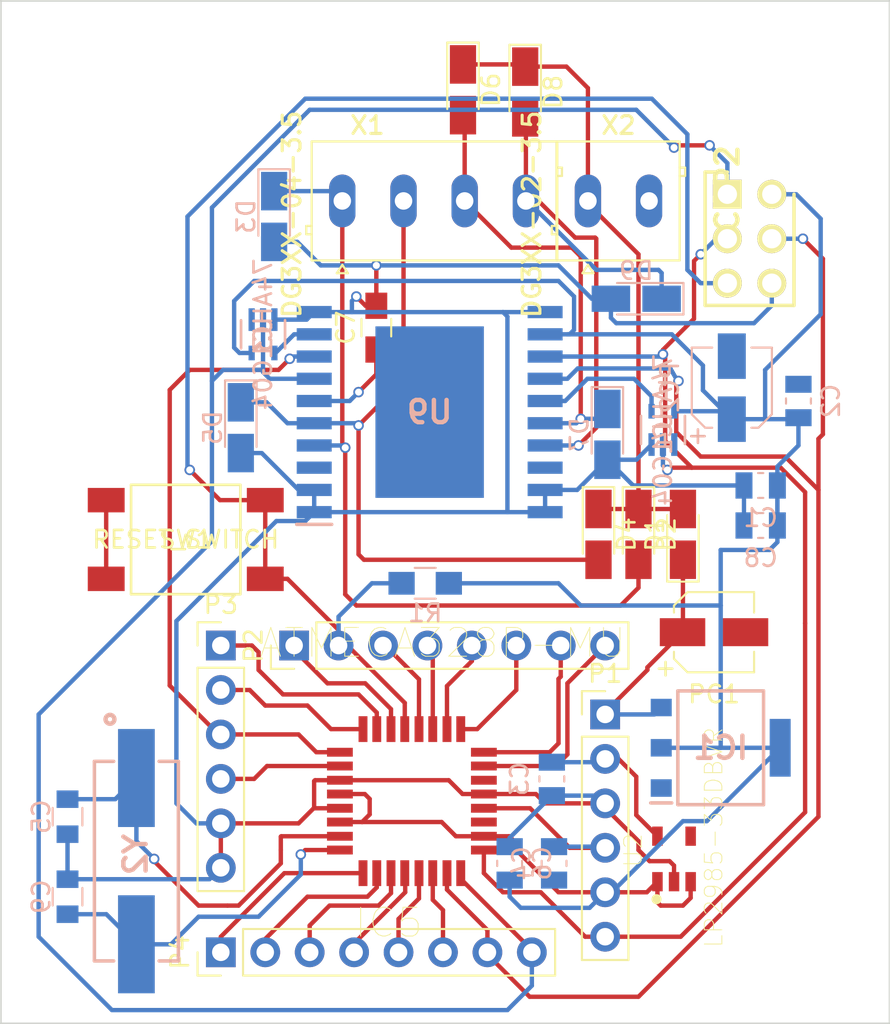
<source format=kicad_pcb>
(kicad_pcb (version 4) (host pcbnew 4.0.7)

  (general
    (links 109)
    (no_connects 0)
    (area 58.115999 55.448999 109.250239 113.969001)
    (thickness 1.6)
    (drawings 4)
    (tracks 439)
    (zones 0)
    (modules 36)
    (nets 49)
  )

  (page A4)
  (layers
    (0 F.Cu signal)
    (31 B.Cu signal)
    (32 B.Adhes user)
    (33 F.Adhes user)
    (34 B.Paste user)
    (35 F.Paste user)
    (36 B.SilkS user)
    (37 F.SilkS user)
    (38 B.Mask user)
    (39 F.Mask user)
    (40 Dwgs.User user)
    (41 Cmts.User user)
    (42 Eco1.User user)
    (43 Eco2.User user)
    (44 Edge.Cuts user)
    (45 Margin user)
    (46 B.CrtYd user)
    (47 F.CrtYd user)
    (48 B.Fab user)
    (49 F.Fab user)
  )

  (setup
    (last_trace_width 0.25)
    (trace_clearance 0.25)
    (zone_clearance 0.508)
    (zone_45_only no)
    (trace_min 0.2)
    (segment_width 0.2)
    (edge_width 0.1)
    (via_size 0.6)
    (via_drill 0.4)
    (via_min_size 0.4)
    (via_min_drill 0.3)
    (uvia_size 0.3)
    (uvia_drill 0.1)
    (uvias_allowed no)
    (uvia_min_size 0.2)
    (uvia_min_drill 0.1)
    (pcb_text_width 0.3)
    (pcb_text_size 1.5 1.5)
    (mod_edge_width 0.15)
    (mod_text_size 1 1)
    (mod_text_width 0.15)
    (pad_size 1.5 1.5)
    (pad_drill 0.6)
    (pad_to_mask_clearance 0)
    (aux_axis_origin 0 0)
    (grid_origin 79.756 73.279)
    (visible_elements 7FFFFFFF)
    (pcbplotparams
      (layerselection 0x00030_80000001)
      (usegerberextensions false)
      (excludeedgelayer true)
      (linewidth 0.100000)
      (plotframeref false)
      (viasonmask false)
      (mode 1)
      (useauxorigin false)
      (hpglpennumber 1)
      (hpglpenspeed 20)
      (hpglpendiameter 15)
      (hpglpenoverlay 2)
      (psnegative false)
      (psa4output false)
      (plotreference true)
      (plotvalue true)
      (plotinvisibletext false)
      (padsonsilk false)
      (subtractmaskfromsilk false)
      (outputformat 1)
      (mirror false)
      (drillshape 1)
      (scaleselection 1)
      (outputdirectory ""))
  )

  (net 0 "")
  (net 1 GND)
  (net 2 +5V)
  (net 3 "Net-(C2-Pad2)")
  (net 4 /Headers/+3V3)
  (net 5 /ATMEGA328P/AREF)
  (net 6 "Net-(C4-Pad2)")
  (net 7 /Driver/PWRIN)
  (net 8 /Headers/VIN)
  (net 9 "/Motor Outputs/PWRIN")
  (net 10 "Net-(IC1-Pad1)")
  (net 11 /ATMEGA328P/PWMA)
  (net 12 /ATMEGA328P/IO4)
  (net 13 /ATMEGA328P/IO5)
  (net 14 /ATMEGA328P/IO6)
  (net 15 /ATMEGA328P/IO7)
  (net 16 /ATMEGA328P/IO8)
  (net 17 /ATMEGA328P/IO9)
  (net 18 /ATMEGA328P/SS)
  (net 19 /ATMEGA328P/PWMB)
  (net 20 /ATMEGA328P/DIRA)
  (net 21 /ATMEGA328P/DIRB)
  (net 22 "Net-(IC5-Pad19)")
  (net 23 "Net-(IC5-Pad22)")
  (net 24 /ATMEGA328P/AD0)
  (net 25 /ATMEGA328P/AD1)
  (net 26 /ATMEGA328P/AD2)
  (net 27 /ATMEGA328P/AD3)
  (net 28 /ATMEGA328P/AD4)
  (net 29 /ATMEGA328P/AD5)
  (net 30 /ATMEGA328P/RESET)
  (net 31 /ATMEGA328P/IO0)
  (net 32 /ATMEGA328P/IO1)
  (net 33 /ATMEGA328P/IO2)
  (net 34 "Net-(PC1-Pad2)")
  (net 35 "Net-(PC2-Pad2)")
  (net 36 "Net-(SW1-Pad1)")
  (net 37 "Net-(U2-Pad4)")
  (net 38 "Net-(U3-Pad4)")
  (net 39 "Net-(U4-Pad4)")
  (net 40 "Net-(U9-Pad3)")
  (net 41 /Driver/OUT1)
  (net 42 /Driver/OUT2)
  (net 43 /Driver/OUT3)
  (net 44 /Driver/OUT4)
  (net 45 "Net-(U9-Pad18)")
  (net 46 "Net-(X2-Pad2)")
  (net 47 "Net-(C5-Pad1)")
  (net 48 "Net-(C9-Pad2)")

  (net_class Default "This is the default net class."
    (clearance 0.25)
    (trace_width 0.25)
    (via_dia 0.6)
    (via_drill 0.4)
    (uvia_dia 0.3)
    (uvia_drill 0.1)
    (add_net +5V)
    (add_net /ATMEGA328P/AD0)
    (add_net /ATMEGA328P/AD1)
    (add_net /ATMEGA328P/AD2)
    (add_net /ATMEGA328P/AD3)
    (add_net /ATMEGA328P/AD4)
    (add_net /ATMEGA328P/AD5)
    (add_net /ATMEGA328P/AREF)
    (add_net /ATMEGA328P/DIRA)
    (add_net /ATMEGA328P/DIRB)
    (add_net /ATMEGA328P/IO0)
    (add_net /ATMEGA328P/IO1)
    (add_net /ATMEGA328P/IO2)
    (add_net /ATMEGA328P/IO4)
    (add_net /ATMEGA328P/IO5)
    (add_net /ATMEGA328P/IO6)
    (add_net /ATMEGA328P/IO7)
    (add_net /ATMEGA328P/IO8)
    (add_net /ATMEGA328P/IO9)
    (add_net /ATMEGA328P/PWMA)
    (add_net /ATMEGA328P/PWMB)
    (add_net /ATMEGA328P/RESET)
    (add_net /ATMEGA328P/SS)
    (add_net /Driver/OUT1)
    (add_net /Driver/OUT2)
    (add_net /Driver/OUT3)
    (add_net /Driver/OUT4)
    (add_net /Driver/PWRIN)
    (add_net /Headers/+3V3)
    (add_net /Headers/VIN)
    (add_net "/Motor Outputs/PWRIN")
    (add_net GND)
    (add_net "Net-(C2-Pad2)")
    (add_net "Net-(C4-Pad2)")
    (add_net "Net-(C5-Pad1)")
    (add_net "Net-(C9-Pad2)")
    (add_net "Net-(IC1-Pad1)")
    (add_net "Net-(IC5-Pad19)")
    (add_net "Net-(IC5-Pad22)")
    (add_net "Net-(PC1-Pad2)")
    (add_net "Net-(PC2-Pad2)")
    (add_net "Net-(SW1-Pad1)")
    (add_net "Net-(U2-Pad4)")
    (add_net "Net-(U3-Pad4)")
    (add_net "Net-(U4-Pad4)")
    (add_net "Net-(U9-Pad18)")
    (add_net "Net-(U9-Pad3)")
    (add_net "Net-(X2-Pad2)")
  )

  (net_class 40mills ""
    (clearance 1.016)
    (trace_width 1.016)
    (via_dia 0.6)
    (via_drill 0.4)
    (uvia_dia 0.3)
    (uvia_drill 0.1)
  )

  (module Capacitors_SMD:C_0805 (layer B.Cu) (tedit 58AA8463) (tstamp 5AA9175B)
    (at 61.976 102.108 270)
    (descr "Capacitor SMD 0805, reflow soldering, AVX (see smccp.pdf)")
    (tags "capacitor 0805")
    (path /55E89CE4/5AA90017)
    (attr smd)
    (fp_text reference C5 (at 0 1.5 270) (layer B.SilkS)
      (effects (font (size 1 1) (thickness 0.15)) (justify mirror))
    )
    (fp_text value 22P (at 0 -1.75 270) (layer B.Fab)
      (effects (font (size 1 1) (thickness 0.15)) (justify mirror))
    )
    (fp_text user %R (at 0 1.5 270) (layer B.Fab)
      (effects (font (size 1 1) (thickness 0.15)) (justify mirror))
    )
    (fp_line (start -1 -0.62) (end -1 0.62) (layer B.Fab) (width 0.1))
    (fp_line (start 1 -0.62) (end -1 -0.62) (layer B.Fab) (width 0.1))
    (fp_line (start 1 0.62) (end 1 -0.62) (layer B.Fab) (width 0.1))
    (fp_line (start -1 0.62) (end 1 0.62) (layer B.Fab) (width 0.1))
    (fp_line (start 0.5 0.85) (end -0.5 0.85) (layer B.SilkS) (width 0.12))
    (fp_line (start -0.5 -0.85) (end 0.5 -0.85) (layer B.SilkS) (width 0.12))
    (fp_line (start -1.75 0.88) (end 1.75 0.88) (layer B.CrtYd) (width 0.05))
    (fp_line (start -1.75 0.88) (end -1.75 -0.87) (layer B.CrtYd) (width 0.05))
    (fp_line (start 1.75 -0.87) (end 1.75 0.88) (layer B.CrtYd) (width 0.05))
    (fp_line (start 1.75 -0.87) (end -1.75 -0.87) (layer B.CrtYd) (width 0.05))
    (pad 1 smd rect (at -1 0 270) (size 1 1.25) (layers B.Cu B.Paste B.Mask)
      (net 47 "Net-(C5-Pad1)"))
    (pad 2 smd rect (at 1 0 270) (size 1 1.25) (layers B.Cu B.Paste B.Mask)
      (net 1 GND))
    (model Capacitors_SMD.3dshapes/C_0805.wrl
      (at (xyz 0 0 0))
      (scale (xyz 1 1 1))
      (rotate (xyz 0 0 0))
    )
  )

  (module M20-9980346:HDRV6W64P254_2X3_762X508X868P (layer F.Cu) (tedit 5AA6A07C) (tstamp 5AA917DF)
    (at 99.695 66.548 270)
    (descr M20-9980346)
    (tags Connector)
    (path /55E89CE4/55E8CAAE)
    (fp_text reference ICSP2 (at 0 0 270) (layer F.SilkS)
      (effects (font (size 1.27 1.27) (thickness 0.254)))
    )
    (fp_text value M20-9980346 (at 0 0 270) (layer F.SilkS) hide
      (effects (font (size 1.27 1.27) (thickness 0.254)))
    )
    (fp_line (start -1.52 1.52) (end -1.52 -4.06) (layer Dwgs.User) (width 0.05))
    (fp_line (start -1.52 -4.06) (end 6.6 -4.06) (layer Dwgs.User) (width 0.05))
    (fp_line (start 6.6 -4.06) (end 6.6 1.52) (layer Dwgs.User) (width 0.05))
    (fp_line (start 6.6 1.52) (end -1.52 1.52) (layer Dwgs.User) (width 0.05))
    (fp_line (start -1.27 1.27) (end -1.27 -3.81) (layer Dwgs.User) (width 0.1))
    (fp_line (start -1.27 -3.81) (end 6.35 -3.81) (layer Dwgs.User) (width 0.1))
    (fp_line (start 6.35 -3.81) (end 6.35 1.27) (layer Dwgs.User) (width 0.1))
    (fp_line (start 6.35 1.27) (end -1.27 1.27) (layer Dwgs.User) (width 0.1))
    (fp_line (start -1.27 0) (end -1.27 1.27) (layer F.SilkS) (width 0.2))
    (fp_line (start -1.27 1.27) (end 6.35 1.27) (layer F.SilkS) (width 0.2))
    (fp_line (start 6.35 1.27) (end 6.35 -3.81) (layer F.SilkS) (width 0.2))
    (fp_line (start 6.35 -3.81) (end 0 -3.81) (layer F.SilkS) (width 0.2))
    (pad 1 thru_hole rect (at 0 0) (size 1.65 1.65) (drill 1.1) (layers *.Cu *.Mask F.SilkS)
      (net 20 /ATMEGA328P/DIRA))
    (pad 3 thru_hole circle (at 2.54 0) (size 1.65 1.65) (drill 1.1) (layers *.Cu *.Mask F.SilkS)
      (net 21 /ATMEGA328P/DIRB))
    (pad 5 thru_hole circle (at 5.08 0) (size 1.65 1.65) (drill 1.1) (layers *.Cu *.Mask F.SilkS)
      (net 30 /ATMEGA328P/RESET))
    (pad 2 thru_hole circle (at 0 -2.54) (size 1.65 1.65) (drill 1.1) (layers *.Cu *.Mask F.SilkS)
      (net 2 +5V))
    (pad 4 thru_hole circle (at 2.54 -2.54) (size 1.65 1.65) (drill 1.1) (layers *.Cu *.Mask F.SilkS)
      (net 19 /ATMEGA328P/PWMB))
    (pad 6 thru_hole circle (at 5.08 -2.54) (size 1.65 1.65) (drill 1.1) (layers *.Cu *.Mask F.SilkS)
      (net 1 GND))
  )

  (module Pin_Headers:Pin_Header_Straight_1x06_Pitch2.54mm (layer F.Cu) (tedit 59650532) (tstamp 5AA917FF)
    (at 70.739 92.329)
    (descr "Through hole straight pin header, 1x06, 2.54mm pitch, single row")
    (tags "Through hole pin header THT 1x06 2.54mm single row")
    (path /55E94587/5AA12D35)
    (fp_text reference P3 (at 0 -2.33) (layer F.SilkS)
      (effects (font (size 1 1) (thickness 0.15)))
    )
    (fp_text value AD (at 0 15.03) (layer F.Fab)
      (effects (font (size 1 1) (thickness 0.15)))
    )
    (fp_line (start -0.635 -1.27) (end 1.27 -1.27) (layer F.Fab) (width 0.1))
    (fp_line (start 1.27 -1.27) (end 1.27 13.97) (layer F.Fab) (width 0.1))
    (fp_line (start 1.27 13.97) (end -1.27 13.97) (layer F.Fab) (width 0.1))
    (fp_line (start -1.27 13.97) (end -1.27 -0.635) (layer F.Fab) (width 0.1))
    (fp_line (start -1.27 -0.635) (end -0.635 -1.27) (layer F.Fab) (width 0.1))
    (fp_line (start -1.33 14.03) (end 1.33 14.03) (layer F.SilkS) (width 0.12))
    (fp_line (start -1.33 1.27) (end -1.33 14.03) (layer F.SilkS) (width 0.12))
    (fp_line (start 1.33 1.27) (end 1.33 14.03) (layer F.SilkS) (width 0.12))
    (fp_line (start -1.33 1.27) (end 1.33 1.27) (layer F.SilkS) (width 0.12))
    (fp_line (start -1.33 0) (end -1.33 -1.33) (layer F.SilkS) (width 0.12))
    (fp_line (start -1.33 -1.33) (end 0 -1.33) (layer F.SilkS) (width 0.12))
    (fp_line (start -1.8 -1.8) (end -1.8 14.5) (layer F.CrtYd) (width 0.05))
    (fp_line (start -1.8 14.5) (end 1.8 14.5) (layer F.CrtYd) (width 0.05))
    (fp_line (start 1.8 14.5) (end 1.8 -1.8) (layer F.CrtYd) (width 0.05))
    (fp_line (start 1.8 -1.8) (end -1.8 -1.8) (layer F.CrtYd) (width 0.05))
    (fp_text user %R (at 0 6.35 90) (layer F.Fab)
      (effects (font (size 1 1) (thickness 0.15)))
    )
    (pad 1 thru_hole rect (at 0 0) (size 1.7 1.7) (drill 1) (layers *.Cu *.Mask)
      (net 32 /ATMEGA328P/IO1))
    (pad 2 thru_hole oval (at 0 2.54) (size 1.7 1.7) (drill 1) (layers *.Cu *.Mask)
      (net 33 /ATMEGA328P/IO2))
    (pad 3 thru_hole oval (at 0 5.08) (size 1.7 1.7) (drill 1) (layers *.Cu *.Mask)
      (net 11 /ATMEGA328P/PWMA))
    (pad 4 thru_hole oval (at 0 7.62) (size 1.7 1.7) (drill 1) (layers *.Cu *.Mask)
      (net 12 /ATMEGA328P/IO4))
    (pad 5 thru_hole oval (at 0 10.16) (size 1.7 1.7) (drill 1) (layers *.Cu *.Mask)
      (net 1 GND))
    (pad 6 thru_hole oval (at 0 12.7) (size 1.7 1.7) (drill 1) (layers *.Cu *.Mask)
      (net 1 GND))
    (model ${KISYS3DMOD}/Pin_Headers.3dshapes/Pin_Header_Straight_1x06_Pitch2.54mm.wrl
      (at (xyz 0 0 0))
      (scale (xyz 1 1 1))
      (rotate (xyz 0 0 0))
    )
  )

  (module Capacitor_SMD:C_0805_2012Metric (layer B.Cu) (tedit 59FE48B8) (tstamp 5AA91743)
    (at 101.6 83.185)
    (descr "Capacitor SMD 0805 (2012 Metric), square (rectangular) end terminal, IPC_7351 nominal, (Body size source: http://www.tortai-tech.com/upload/download/2011102023233369053.pdf), generated with kicad-footprint-generator")
    (tags capacitor)
    (path /5A845975/5A0B5B71)
    (attr smd)
    (fp_text reference C1 (at 0 1.85) (layer B.SilkS)
      (effects (font (size 1 1) (thickness 0.15)) (justify mirror))
    )
    (fp_text value 1uF (at 0 -1.85) (layer B.Fab)
      (effects (font (size 1 1) (thickness 0.15)) (justify mirror))
    )
    (fp_line (start -1 -0.6) (end -1 0.6) (layer B.Fab) (width 0.1))
    (fp_line (start -1 0.6) (end 1 0.6) (layer B.Fab) (width 0.1))
    (fp_line (start 1 0.6) (end 1 -0.6) (layer B.Fab) (width 0.1))
    (fp_line (start 1 -0.6) (end -1 -0.6) (layer B.Fab) (width 0.1))
    (fp_line (start -0.15 0.71) (end 0.15 0.71) (layer B.SilkS) (width 0.12))
    (fp_line (start -0.15 -0.71) (end 0.15 -0.71) (layer B.SilkS) (width 0.12))
    (fp_line (start -1.69 -1) (end -1.69 1) (layer B.CrtYd) (width 0.05))
    (fp_line (start -1.69 1) (end 1.69 1) (layer B.CrtYd) (width 0.05))
    (fp_line (start 1.69 1) (end 1.69 -1) (layer B.CrtYd) (width 0.05))
    (fp_line (start 1.69 -1) (end -1.69 -1) (layer B.CrtYd) (width 0.05))
    (fp_text user %R (at 0 0) (layer B.Fab)
      (effects (font (size 0.5 0.5) (thickness 0.08)) (justify mirror))
    )
    (pad 1 smd rect (at -0.955 0) (size 0.97 1.5) (layers B.Cu B.Paste B.Mask)
      (net 1 GND))
    (pad 2 smd rect (at 0.955 0) (size 0.97 1.5) (layers B.Cu B.Paste B.Mask)
      (net 2 +5V))
    (model ${KISYS3DMOD}/Capacitor_SMD.3dshapes/C_0805_2012Metric.wrl
      (at (xyz 0 0 0))
      (scale (xyz 1 1 1))
      (rotate (xyz 0 0 0))
    )
  )

  (module Capacitor_SMD:C_0805_2012Metric (layer B.Cu) (tedit 59FE48B8) (tstamp 5AA91749)
    (at 103.759 78.359 90)
    (descr "Capacitor SMD 0805 (2012 Metric), square (rectangular) end terminal, IPC_7351 nominal, (Body size source: http://www.tortai-tech.com/upload/download/2011102023233369053.pdf), generated with kicad-footprint-generator")
    (tags capacitor)
    (path /55CCFEA2/55CD0087)
    (attr smd)
    (fp_text reference C2 (at 0 1.85 90) (layer B.SilkS)
      (effects (font (size 1 1) (thickness 0.15)) (justify mirror))
    )
    (fp_text value "0.1 uF" (at 0 -1.85 90) (layer B.Fab)
      (effects (font (size 1 1) (thickness 0.15)) (justify mirror))
    )
    (fp_line (start -1 -0.6) (end -1 0.6) (layer B.Fab) (width 0.1))
    (fp_line (start -1 0.6) (end 1 0.6) (layer B.Fab) (width 0.1))
    (fp_line (start 1 0.6) (end 1 -0.6) (layer B.Fab) (width 0.1))
    (fp_line (start 1 -0.6) (end -1 -0.6) (layer B.Fab) (width 0.1))
    (fp_line (start -0.15 0.71) (end 0.15 0.71) (layer B.SilkS) (width 0.12))
    (fp_line (start -0.15 -0.71) (end 0.15 -0.71) (layer B.SilkS) (width 0.12))
    (fp_line (start -1.69 -1) (end -1.69 1) (layer B.CrtYd) (width 0.05))
    (fp_line (start -1.69 1) (end 1.69 1) (layer B.CrtYd) (width 0.05))
    (fp_line (start 1.69 1) (end 1.69 -1) (layer B.CrtYd) (width 0.05))
    (fp_line (start 1.69 -1) (end -1.69 -1) (layer B.CrtYd) (width 0.05))
    (fp_text user %R (at 0 0 90) (layer B.Fab)
      (effects (font (size 0.5 0.5) (thickness 0.08)) (justify mirror))
    )
    (pad 1 smd rect (at -0.955 0 90) (size 0.97 1.5) (layers B.Cu B.Paste B.Mask)
      (net 2 +5V))
    (pad 2 smd rect (at 0.955 0 90) (size 0.97 1.5) (layers B.Cu B.Paste B.Mask)
      (net 3 "Net-(C2-Pad2)"))
    (model ${KISYS3DMOD}/Capacitor_SMD.3dshapes/C_0805_2012Metric.wrl
      (at (xyz 0 0 0))
      (scale (xyz 1 1 1))
      (rotate (xyz 0 0 0))
    )
  )

  (module Capacitor_SMD:C_0805_2012Metric (layer B.Cu) (tedit 59FE48B8) (tstamp 5AA9174F)
    (at 89.662 99.949 270)
    (descr "Capacitor SMD 0805 (2012 Metric), square (rectangular) end terminal, IPC_7351 nominal, (Body size source: http://www.tortai-tech.com/upload/download/2011102023233369053.pdf), generated with kicad-footprint-generator")
    (tags capacitor)
    (path /55CCFEA2/5AA02A53)
    (attr smd)
    (fp_text reference C3 (at 0 1.85 270) (layer B.SilkS)
      (effects (font (size 1 1) (thickness 0.15)) (justify mirror))
    )
    (fp_text value "1 uF" (at 0 -1.85 270) (layer B.Fab)
      (effects (font (size 1 1) (thickness 0.15)) (justify mirror))
    )
    (fp_line (start -1 -0.6) (end -1 0.6) (layer B.Fab) (width 0.1))
    (fp_line (start -1 0.6) (end 1 0.6) (layer B.Fab) (width 0.1))
    (fp_line (start 1 0.6) (end 1 -0.6) (layer B.Fab) (width 0.1))
    (fp_line (start 1 -0.6) (end -1 -0.6) (layer B.Fab) (width 0.1))
    (fp_line (start -0.15 0.71) (end 0.15 0.71) (layer B.SilkS) (width 0.12))
    (fp_line (start -0.15 -0.71) (end 0.15 -0.71) (layer B.SilkS) (width 0.12))
    (fp_line (start -1.69 -1) (end -1.69 1) (layer B.CrtYd) (width 0.05))
    (fp_line (start -1.69 1) (end 1.69 1) (layer B.CrtYd) (width 0.05))
    (fp_line (start 1.69 1) (end 1.69 -1) (layer B.CrtYd) (width 0.05))
    (fp_line (start 1.69 -1) (end -1.69 -1) (layer B.CrtYd) (width 0.05))
    (fp_text user %R (at 0 0 270) (layer B.Fab)
      (effects (font (size 0.5 0.5) (thickness 0.08)) (justify mirror))
    )
    (pad 1 smd rect (at -0.955 0 270) (size 0.97 1.5) (layers B.Cu B.Paste B.Mask)
      (net 4 /Headers/+3V3))
    (pad 2 smd rect (at 0.955 0 270) (size 0.97 1.5) (layers B.Cu B.Paste B.Mask)
      (net 1 GND))
    (model ${KISYS3DMOD}/Capacitor_SMD.3dshapes/C_0805_2012Metric.wrl
      (at (xyz 0 0 0))
      (scale (xyz 1 1 1))
      (rotate (xyz 0 0 0))
    )
  )

  (module Capacitor_SMD:C_0805_2012Metric (layer B.Cu) (tedit 59FE48B8) (tstamp 5AA91755)
    (at 89.789 104.775 270)
    (descr "Capacitor SMD 0805 (2012 Metric), square (rectangular) end terminal, IPC_7351 nominal, (Body size source: http://www.tortai-tech.com/upload/download/2011102023233369053.pdf), generated with kicad-footprint-generator")
    (tags capacitor)
    (path /55E89CE4/56159BB8)
    (attr smd)
    (fp_text reference C4 (at 0 1.85 270) (layer B.SilkS)
      (effects (font (size 1 1) (thickness 0.15)) (justify mirror))
    )
    (fp_text value "0.1 uF" (at 0 -1.85 270) (layer B.Fab)
      (effects (font (size 1 1) (thickness 0.15)) (justify mirror))
    )
    (fp_line (start -1 -0.6) (end -1 0.6) (layer B.Fab) (width 0.1))
    (fp_line (start -1 0.6) (end 1 0.6) (layer B.Fab) (width 0.1))
    (fp_line (start 1 0.6) (end 1 -0.6) (layer B.Fab) (width 0.1))
    (fp_line (start 1 -0.6) (end -1 -0.6) (layer B.Fab) (width 0.1))
    (fp_line (start -0.15 0.71) (end 0.15 0.71) (layer B.SilkS) (width 0.12))
    (fp_line (start -0.15 -0.71) (end 0.15 -0.71) (layer B.SilkS) (width 0.12))
    (fp_line (start -1.69 -1) (end -1.69 1) (layer B.CrtYd) (width 0.05))
    (fp_line (start -1.69 1) (end 1.69 1) (layer B.CrtYd) (width 0.05))
    (fp_line (start 1.69 1) (end 1.69 -1) (layer B.CrtYd) (width 0.05))
    (fp_line (start 1.69 -1) (end -1.69 -1) (layer B.CrtYd) (width 0.05))
    (fp_text user %R (at 0 0 270) (layer B.Fab)
      (effects (font (size 0.5 0.5) (thickness 0.08)) (justify mirror))
    )
    (pad 1 smd rect (at -0.955 0 270) (size 0.97 1.5) (layers B.Cu B.Paste B.Mask)
      (net 5 /ATMEGA328P/AREF))
    (pad 2 smd rect (at 0.955 0 270) (size 0.97 1.5) (layers B.Cu B.Paste B.Mask)
      (net 6 "Net-(C4-Pad2)"))
    (model ${KISYS3DMOD}/Capacitor_SMD.3dshapes/C_0805_2012Metric.wrl
      (at (xyz 0 0 0))
      (scale (xyz 1 1 1))
      (rotate (xyz 0 0 0))
    )
  )

  (module Capacitor_SMD:C_0805_2012Metric (layer B.Cu) (tedit 59FE48B8) (tstamp 5AA91761)
    (at 87.249 104.775 90)
    (descr "Capacitor SMD 0805 (2012 Metric), square (rectangular) end terminal, IPC_7351 nominal, (Body size source: http://www.tortai-tech.com/upload/download/2011102023233369053.pdf), generated with kicad-footprint-generator")
    (tags capacitor)
    (path /55E89CE4/56159BD3)
    (attr smd)
    (fp_text reference C6 (at 0 1.85 90) (layer B.SilkS)
      (effects (font (size 1 1) (thickness 0.15)) (justify mirror))
    )
    (fp_text value "0.1 uF" (at 0 -1.85 90) (layer B.Fab)
      (effects (font (size 1 1) (thickness 0.15)) (justify mirror))
    )
    (fp_line (start -1 -0.6) (end -1 0.6) (layer B.Fab) (width 0.1))
    (fp_line (start -1 0.6) (end 1 0.6) (layer B.Fab) (width 0.1))
    (fp_line (start 1 0.6) (end 1 -0.6) (layer B.Fab) (width 0.1))
    (fp_line (start 1 -0.6) (end -1 -0.6) (layer B.Fab) (width 0.1))
    (fp_line (start -0.15 0.71) (end 0.15 0.71) (layer B.SilkS) (width 0.12))
    (fp_line (start -0.15 -0.71) (end 0.15 -0.71) (layer B.SilkS) (width 0.12))
    (fp_line (start -1.69 -1) (end -1.69 1) (layer B.CrtYd) (width 0.05))
    (fp_line (start -1.69 1) (end 1.69 1) (layer B.CrtYd) (width 0.05))
    (fp_line (start 1.69 1) (end 1.69 -1) (layer B.CrtYd) (width 0.05))
    (fp_line (start 1.69 -1) (end -1.69 -1) (layer B.CrtYd) (width 0.05))
    (fp_text user %R (at 0 0 90) (layer B.Fab)
      (effects (font (size 0.5 0.5) (thickness 0.08)) (justify mirror))
    )
    (pad 1 smd rect (at -0.955 0 90) (size 0.97 1.5) (layers B.Cu B.Paste B.Mask)
      (net 2 +5V))
    (pad 2 smd rect (at 0.955 0 90) (size 0.97 1.5) (layers B.Cu B.Paste B.Mask)
      (net 1 GND))
    (model ${KISYS3DMOD}/Capacitor_SMD.3dshapes/C_0805_2012Metric.wrl
      (at (xyz 0 0 0))
      (scale (xyz 1 1 1))
      (rotate (xyz 0 0 0))
    )
  )

  (module Capacitors_SMD:C_0805_HandSoldering (layer F.Cu) (tedit 58AA84A8) (tstamp 5AA91767)
    (at 79.629 74.168 90)
    (descr "Capacitor SMD 0805, hand soldering")
    (tags "capacitor 0805")
    (path /5A845975/5AA17B72)
    (attr smd)
    (fp_text reference C7 (at 0 -1.75 90) (layer F.SilkS)
      (effects (font (size 1 1) (thickness 0.15)))
    )
    (fp_text value 100uF,25V (at 0 1.75 90) (layer F.Fab)
      (effects (font (size 1 1) (thickness 0.15)))
    )
    (fp_text user %R (at 0 -1.75 90) (layer F.Fab)
      (effects (font (size 1 1) (thickness 0.15)))
    )
    (fp_line (start -1 0.62) (end -1 -0.62) (layer F.Fab) (width 0.1))
    (fp_line (start 1 0.62) (end -1 0.62) (layer F.Fab) (width 0.1))
    (fp_line (start 1 -0.62) (end 1 0.62) (layer F.Fab) (width 0.1))
    (fp_line (start -1 -0.62) (end 1 -0.62) (layer F.Fab) (width 0.1))
    (fp_line (start 0.5 -0.85) (end -0.5 -0.85) (layer F.SilkS) (width 0.12))
    (fp_line (start -0.5 0.85) (end 0.5 0.85) (layer F.SilkS) (width 0.12))
    (fp_line (start -2.25 -0.88) (end 2.25 -0.88) (layer F.CrtYd) (width 0.05))
    (fp_line (start -2.25 -0.88) (end -2.25 0.87) (layer F.CrtYd) (width 0.05))
    (fp_line (start 2.25 0.87) (end 2.25 -0.88) (layer F.CrtYd) (width 0.05))
    (fp_line (start 2.25 0.87) (end -2.25 0.87) (layer F.CrtYd) (width 0.05))
    (pad 1 smd rect (at -1.25 0 90) (size 1.5 1.25) (layers F.Cu F.Paste F.Mask)
      (net 7 /Driver/PWRIN))
    (pad 2 smd rect (at 1.25 0 90) (size 1.5 1.25) (layers F.Cu F.Paste F.Mask)
      (net 1 GND))
    (model Capacitors_SMD.3dshapes/C_0805.wrl
      (at (xyz 0 0 0))
      (scale (xyz 1 1 1))
      (rotate (xyz 0 0 0))
    )
  )

  (module Capacitor_SMD:C_0805_2012Metric (layer B.Cu) (tedit 59FE48B8) (tstamp 5AA9176D)
    (at 101.6 85.471)
    (descr "Capacitor SMD 0805 (2012 Metric), square (rectangular) end terminal, IPC_7351 nominal, (Body size source: http://www.tortai-tech.com/upload/download/2011102023233369053.pdf), generated with kicad-footprint-generator")
    (tags capacitor)
    (path /5A845975/5A0B4FB6)
    (attr smd)
    (fp_text reference C8 (at 0 1.85) (layer B.SilkS)
      (effects (font (size 1 1) (thickness 0.15)) (justify mirror))
    )
    (fp_text value 0.1uF (at 0 -1.85) (layer B.Fab)
      (effects (font (size 1 1) (thickness 0.15)) (justify mirror))
    )
    (fp_line (start -1 -0.6) (end -1 0.6) (layer B.Fab) (width 0.1))
    (fp_line (start -1 0.6) (end 1 0.6) (layer B.Fab) (width 0.1))
    (fp_line (start 1 0.6) (end 1 -0.6) (layer B.Fab) (width 0.1))
    (fp_line (start 1 -0.6) (end -1 -0.6) (layer B.Fab) (width 0.1))
    (fp_line (start -0.15 0.71) (end 0.15 0.71) (layer B.SilkS) (width 0.12))
    (fp_line (start -0.15 -0.71) (end 0.15 -0.71) (layer B.SilkS) (width 0.12))
    (fp_line (start -1.69 -1) (end -1.69 1) (layer B.CrtYd) (width 0.05))
    (fp_line (start -1.69 1) (end 1.69 1) (layer B.CrtYd) (width 0.05))
    (fp_line (start 1.69 1) (end 1.69 -1) (layer B.CrtYd) (width 0.05))
    (fp_line (start 1.69 -1) (end -1.69 -1) (layer B.CrtYd) (width 0.05))
    (fp_text user %R (at 0 0) (layer B.Fab)
      (effects (font (size 0.5 0.5) (thickness 0.08)) (justify mirror))
    )
    (pad 1 smd rect (at -0.955 0) (size 0.97 1.5) (layers B.Cu B.Paste B.Mask)
      (net 1 GND))
    (pad 2 smd rect (at 0.955 0) (size 0.97 1.5) (layers B.Cu B.Paste B.Mask)
      (net 2 +5V))
    (model ${KISYS3DMOD}/Capacitor_SMD.3dshapes/C_0805_2012Metric.wrl
      (at (xyz 0 0 0))
      (scale (xyz 1 1 1))
      (rotate (xyz 0 0 0))
    )
  )

  (module Capacitors_SMD:C_0805 (layer B.Cu) (tedit 58AA8463) (tstamp 5AA91773)
    (at 61.976 106.68 270)
    (descr "Capacitor SMD 0805, reflow soldering, AVX (see smccp.pdf)")
    (tags "capacitor 0805")
    (path /55E89CE4/5AA90084)
    (attr smd)
    (fp_text reference C9 (at 0 1.5 270) (layer B.SilkS)
      (effects (font (size 1 1) (thickness 0.15)) (justify mirror))
    )
    (fp_text value 22P (at 0 -1.75 270) (layer B.Fab)
      (effects (font (size 1 1) (thickness 0.15)) (justify mirror))
    )
    (fp_text user %R (at 0 1.5 270) (layer B.Fab)
      (effects (font (size 1 1) (thickness 0.15)) (justify mirror))
    )
    (fp_line (start -1 -0.62) (end -1 0.62) (layer B.Fab) (width 0.1))
    (fp_line (start 1 -0.62) (end -1 -0.62) (layer B.Fab) (width 0.1))
    (fp_line (start 1 0.62) (end 1 -0.62) (layer B.Fab) (width 0.1))
    (fp_line (start -1 0.62) (end 1 0.62) (layer B.Fab) (width 0.1))
    (fp_line (start 0.5 0.85) (end -0.5 0.85) (layer B.SilkS) (width 0.12))
    (fp_line (start -0.5 -0.85) (end 0.5 -0.85) (layer B.SilkS) (width 0.12))
    (fp_line (start -1.75 0.88) (end 1.75 0.88) (layer B.CrtYd) (width 0.05))
    (fp_line (start -1.75 0.88) (end -1.75 -0.87) (layer B.CrtYd) (width 0.05))
    (fp_line (start 1.75 -0.87) (end 1.75 0.88) (layer B.CrtYd) (width 0.05))
    (fp_line (start 1.75 -0.87) (end -1.75 -0.87) (layer B.CrtYd) (width 0.05))
    (pad 1 smd rect (at -1 0 270) (size 1 1.25) (layers B.Cu B.Paste B.Mask)
      (net 1 GND))
    (pad 2 smd rect (at 1 0 270) (size 1 1.25) (layers B.Cu B.Paste B.Mask)
      (net 48 "Net-(C9-Pad2)"))
    (model Capacitors_SMD.3dshapes/C_0805.wrl
      (at (xyz 0 0 0))
      (scale (xyz 1 1 1))
      (rotate (xyz 0 0 0))
    )
  )

  (module Diodes_SMD:D_MicroMELF_Hadsoldering (layer F.Cu) (tedit 5905DC0B) (tstamp 5AA91779)
    (at 97.155 85.979 90)
    (descr "Diode, MicroMELF, hand-soldering, http://www.vishay.com/docs/85597/bzm55-se.pdf")
    (tags "MicroMELF Diode")
    (path /55CCFEA2/5A9FF517)
    (attr smd)
    (fp_text reference D1 (at 0 -1.6 90) (layer F.SilkS)
      (effects (font (size 1 1) (thickness 0.15)))
    )
    (fp_text value D (at 0 1.55 90) (layer F.Fab)
      (effects (font (size 1 1) (thickness 0.15)))
    )
    (fp_text user %R (at 0 -1.6 90) (layer F.Fab)
      (effects (font (size 1 1) (thickness 0.15)))
    )
    (fp_line (start 1.1 -0.9) (end -2.7 -0.9) (layer F.SilkS) (width 0.12))
    (fp_line (start -2.7 -0.9) (end -2.7 0.9) (layer F.SilkS) (width 0.12))
    (fp_line (start -2.7 0.9) (end 1.1 0.9) (layer F.SilkS) (width 0.12))
    (fp_line (start 0.25 0) (end 0.75 0) (layer F.Fab) (width 0.12))
    (fp_line (start -0.25 0) (end 0.25 -0.25) (layer F.Fab) (width 0.12))
    (fp_line (start 0.25 -0.25) (end 0.25 0.25) (layer F.Fab) (width 0.12))
    (fp_line (start 0.25 0.25) (end -0.25 0) (layer F.Fab) (width 0.12))
    (fp_line (start -0.25 0) (end -0.75 0) (layer F.Fab) (width 0.12))
    (fp_line (start -0.25 -0.25) (end -0.25 0.25) (layer F.Fab) (width 0.12))
    (fp_line (start -0.6 -0.55) (end -0.6 0.55) (layer F.Fab) (width 0.12))
    (fp_line (start -1.1 -0.55) (end 1.1 -0.55) (layer F.Fab) (width 0.12))
    (fp_line (start 1.1 -0.55) (end 1.1 0.55) (layer F.Fab) (width 0.12))
    (fp_line (start 1.1 0.55) (end -1.1 0.55) (layer F.Fab) (width 0.12))
    (fp_line (start -1.1 0.55) (end -1.1 -0.55) (layer F.Fab) (width 0.12))
    (fp_line (start -2.8 -1) (end 2.8 -1) (layer F.CrtYd) (width 0.05))
    (fp_line (start -2.8 -1) (end -2.8 1) (layer F.CrtYd) (width 0.05))
    (fp_line (start 2.8 1) (end 2.8 -1) (layer F.CrtYd) (width 0.05))
    (fp_line (start 2.8 1) (end -2.8 1) (layer F.CrtYd) (width 0.05))
    (pad 1 smd rect (at -1.45 0 90) (size 2.2 1.5) (layers F.Cu F.Paste F.Mask)
      (net 8 /Headers/VIN))
    (pad 2 smd rect (at 1.45 0 90) (size 2.2 1.5) (layers F.Cu F.Paste F.Mask)
      (net 9 "/Motor Outputs/PWRIN"))
    (model ${KISYS3DMOD}/Diodes_SMD.3dshapes/D_MicroMELF.wrl
      (at (xyz 0 0 0))
      (scale (xyz 1 1 1))
      (rotate (xyz 0 0 0))
    )
  )

  (module Diodes_SMD:D_MicroMELF_Hadsoldering (layer F.Cu) (tedit 5905DC0B) (tstamp 5AA9177F)
    (at 94.615 85.979 270)
    (descr "Diode, MicroMELF, hand-soldering, http://www.vishay.com/docs/85597/bzm55-se.pdf")
    (tags "MicroMELF Diode")
    (path /5A845897/5AA7D6C2)
    (attr smd)
    (fp_text reference D2 (at 0 -1.6 270) (layer F.SilkS)
      (effects (font (size 1 1) (thickness 0.15)))
    )
    (fp_text value D (at 0 1.55 270) (layer F.Fab)
      (effects (font (size 1 1) (thickness 0.15)))
    )
    (fp_text user %R (at 0 -1.6 270) (layer F.Fab)
      (effects (font (size 1 1) (thickness 0.15)))
    )
    (fp_line (start 1.1 -0.9) (end -2.7 -0.9) (layer F.SilkS) (width 0.12))
    (fp_line (start -2.7 -0.9) (end -2.7 0.9) (layer F.SilkS) (width 0.12))
    (fp_line (start -2.7 0.9) (end 1.1 0.9) (layer F.SilkS) (width 0.12))
    (fp_line (start 0.25 0) (end 0.75 0) (layer F.Fab) (width 0.12))
    (fp_line (start -0.25 0) (end 0.25 -0.25) (layer F.Fab) (width 0.12))
    (fp_line (start 0.25 -0.25) (end 0.25 0.25) (layer F.Fab) (width 0.12))
    (fp_line (start 0.25 0.25) (end -0.25 0) (layer F.Fab) (width 0.12))
    (fp_line (start -0.25 0) (end -0.75 0) (layer F.Fab) (width 0.12))
    (fp_line (start -0.25 -0.25) (end -0.25 0.25) (layer F.Fab) (width 0.12))
    (fp_line (start -0.6 -0.55) (end -0.6 0.55) (layer F.Fab) (width 0.12))
    (fp_line (start -1.1 -0.55) (end 1.1 -0.55) (layer F.Fab) (width 0.12))
    (fp_line (start 1.1 -0.55) (end 1.1 0.55) (layer F.Fab) (width 0.12))
    (fp_line (start 1.1 0.55) (end -1.1 0.55) (layer F.Fab) (width 0.12))
    (fp_line (start -1.1 0.55) (end -1.1 -0.55) (layer F.Fab) (width 0.12))
    (fp_line (start -2.8 -1) (end 2.8 -1) (layer F.CrtYd) (width 0.05))
    (fp_line (start -2.8 -1) (end -2.8 1) (layer F.CrtYd) (width 0.05))
    (fp_line (start 2.8 1) (end 2.8 -1) (layer F.CrtYd) (width 0.05))
    (fp_line (start 2.8 1) (end -2.8 1) (layer F.CrtYd) (width 0.05))
    (pad 1 smd rect (at -1.45 0 270) (size 2.2 1.5) (layers F.Cu F.Paste F.Mask)
      (net 9 "/Motor Outputs/PWRIN"))
    (pad 2 smd rect (at 1.45 0 270) (size 2.2 1.5) (layers F.Cu F.Paste F.Mask)
      (net 41 /Driver/OUT1))
    (model ${KISYS3DMOD}/Diodes_SMD.3dshapes/D_MicroMELF.wrl
      (at (xyz 0 0 0))
      (scale (xyz 1 1 1))
      (rotate (xyz 0 0 0))
    )
  )

  (module Diodes_SMD:D_MicroMELF_Hadsoldering (layer B.Cu) (tedit 5905DC0B) (tstamp 5AA91785)
    (at 73.787 67.818 270)
    (descr "Diode, MicroMELF, hand-soldering, http://www.vishay.com/docs/85597/bzm55-se.pdf")
    (tags "MicroMELF Diode")
    (path /5A845897/5AA7FA31)
    (attr smd)
    (fp_text reference D3 (at 0 1.6 270) (layer B.SilkS)
      (effects (font (size 1 1) (thickness 0.15)) (justify mirror))
    )
    (fp_text value D (at 0 -1.55 270) (layer B.Fab)
      (effects (font (size 1 1) (thickness 0.15)) (justify mirror))
    )
    (fp_text user %R (at 0 1.6 270) (layer B.Fab)
      (effects (font (size 1 1) (thickness 0.15)) (justify mirror))
    )
    (fp_line (start 1.1 0.9) (end -2.7 0.9) (layer B.SilkS) (width 0.12))
    (fp_line (start -2.7 0.9) (end -2.7 -0.9) (layer B.SilkS) (width 0.12))
    (fp_line (start -2.7 -0.9) (end 1.1 -0.9) (layer B.SilkS) (width 0.12))
    (fp_line (start 0.25 0) (end 0.75 0) (layer B.Fab) (width 0.12))
    (fp_line (start -0.25 0) (end 0.25 0.25) (layer B.Fab) (width 0.12))
    (fp_line (start 0.25 0.25) (end 0.25 -0.25) (layer B.Fab) (width 0.12))
    (fp_line (start 0.25 -0.25) (end -0.25 0) (layer B.Fab) (width 0.12))
    (fp_line (start -0.25 0) (end -0.75 0) (layer B.Fab) (width 0.12))
    (fp_line (start -0.25 0.25) (end -0.25 -0.25) (layer B.Fab) (width 0.12))
    (fp_line (start -0.6 0.55) (end -0.6 -0.55) (layer B.Fab) (width 0.12))
    (fp_line (start -1.1 0.55) (end 1.1 0.55) (layer B.Fab) (width 0.12))
    (fp_line (start 1.1 0.55) (end 1.1 -0.55) (layer B.Fab) (width 0.12))
    (fp_line (start 1.1 -0.55) (end -1.1 -0.55) (layer B.Fab) (width 0.12))
    (fp_line (start -1.1 -0.55) (end -1.1 0.55) (layer B.Fab) (width 0.12))
    (fp_line (start -2.8 1) (end 2.8 1) (layer B.CrtYd) (width 0.05))
    (fp_line (start -2.8 1) (end -2.8 -1) (layer B.CrtYd) (width 0.05))
    (fp_line (start 2.8 -1) (end 2.8 1) (layer B.CrtYd) (width 0.05))
    (fp_line (start 2.8 -1) (end -2.8 -1) (layer B.CrtYd) (width 0.05))
    (pad 1 smd rect (at -1.45 0 270) (size 2.2 1.5) (layers B.Cu B.Paste B.Mask)
      (net 41 /Driver/OUT1))
    (pad 2 smd rect (at 1.45 0 270) (size 2.2 1.5) (layers B.Cu B.Paste B.Mask)
      (net 1 GND))
    (model ${KISYS3DMOD}/Diodes_SMD.3dshapes/D_MicroMELF.wrl
      (at (xyz 0 0 0))
      (scale (xyz 1 1 1))
      (rotate (xyz 0 0 0))
    )
  )

  (module Diodes_SMD:D_MicroMELF_Hadsoldering (layer F.Cu) (tedit 5905DC0B) (tstamp 5AA9178B)
    (at 92.329 85.979 270)
    (descr "Diode, MicroMELF, hand-soldering, http://www.vishay.com/docs/85597/bzm55-se.pdf")
    (tags "MicroMELF Diode")
    (path /5A845897/5AA7D743)
    (attr smd)
    (fp_text reference D4 (at 0 -1.6 270) (layer F.SilkS)
      (effects (font (size 1 1) (thickness 0.15)))
    )
    (fp_text value D (at 0 1.55 270) (layer F.Fab)
      (effects (font (size 1 1) (thickness 0.15)))
    )
    (fp_text user %R (at 0 -1.6 270) (layer F.Fab)
      (effects (font (size 1 1) (thickness 0.15)))
    )
    (fp_line (start 1.1 -0.9) (end -2.7 -0.9) (layer F.SilkS) (width 0.12))
    (fp_line (start -2.7 -0.9) (end -2.7 0.9) (layer F.SilkS) (width 0.12))
    (fp_line (start -2.7 0.9) (end 1.1 0.9) (layer F.SilkS) (width 0.12))
    (fp_line (start 0.25 0) (end 0.75 0) (layer F.Fab) (width 0.12))
    (fp_line (start -0.25 0) (end 0.25 -0.25) (layer F.Fab) (width 0.12))
    (fp_line (start 0.25 -0.25) (end 0.25 0.25) (layer F.Fab) (width 0.12))
    (fp_line (start 0.25 0.25) (end -0.25 0) (layer F.Fab) (width 0.12))
    (fp_line (start -0.25 0) (end -0.75 0) (layer F.Fab) (width 0.12))
    (fp_line (start -0.25 -0.25) (end -0.25 0.25) (layer F.Fab) (width 0.12))
    (fp_line (start -0.6 -0.55) (end -0.6 0.55) (layer F.Fab) (width 0.12))
    (fp_line (start -1.1 -0.55) (end 1.1 -0.55) (layer F.Fab) (width 0.12))
    (fp_line (start 1.1 -0.55) (end 1.1 0.55) (layer F.Fab) (width 0.12))
    (fp_line (start 1.1 0.55) (end -1.1 0.55) (layer F.Fab) (width 0.12))
    (fp_line (start -1.1 0.55) (end -1.1 -0.55) (layer F.Fab) (width 0.12))
    (fp_line (start -2.8 -1) (end 2.8 -1) (layer F.CrtYd) (width 0.05))
    (fp_line (start -2.8 -1) (end -2.8 1) (layer F.CrtYd) (width 0.05))
    (fp_line (start 2.8 1) (end 2.8 -1) (layer F.CrtYd) (width 0.05))
    (fp_line (start 2.8 1) (end -2.8 1) (layer F.CrtYd) (width 0.05))
    (pad 1 smd rect (at -1.45 0 270) (size 2.2 1.5) (layers F.Cu F.Paste F.Mask)
      (net 9 "/Motor Outputs/PWRIN"))
    (pad 2 smd rect (at 1.45 0 270) (size 2.2 1.5) (layers F.Cu F.Paste F.Mask)
      (net 42 /Driver/OUT2))
    (model ${KISYS3DMOD}/Diodes_SMD.3dshapes/D_MicroMELF.wrl
      (at (xyz 0 0 0))
      (scale (xyz 1 1 1))
      (rotate (xyz 0 0 0))
    )
  )

  (module Diodes_SMD:D_MicroMELF_Hadsoldering (layer B.Cu) (tedit 5905DC0B) (tstamp 5AA91791)
    (at 71.882 79.883 270)
    (descr "Diode, MicroMELF, hand-soldering, http://www.vishay.com/docs/85597/bzm55-se.pdf")
    (tags "MicroMELF Diode")
    (path /5A845897/5AA7F99A)
    (attr smd)
    (fp_text reference D5 (at 0 1.6 270) (layer B.SilkS)
      (effects (font (size 1 1) (thickness 0.15)) (justify mirror))
    )
    (fp_text value D (at 0 -1.55 270) (layer B.Fab)
      (effects (font (size 1 1) (thickness 0.15)) (justify mirror))
    )
    (fp_text user %R (at 0 1.6 270) (layer B.Fab)
      (effects (font (size 1 1) (thickness 0.15)) (justify mirror))
    )
    (fp_line (start 1.1 0.9) (end -2.7 0.9) (layer B.SilkS) (width 0.12))
    (fp_line (start -2.7 0.9) (end -2.7 -0.9) (layer B.SilkS) (width 0.12))
    (fp_line (start -2.7 -0.9) (end 1.1 -0.9) (layer B.SilkS) (width 0.12))
    (fp_line (start 0.25 0) (end 0.75 0) (layer B.Fab) (width 0.12))
    (fp_line (start -0.25 0) (end 0.25 0.25) (layer B.Fab) (width 0.12))
    (fp_line (start 0.25 0.25) (end 0.25 -0.25) (layer B.Fab) (width 0.12))
    (fp_line (start 0.25 -0.25) (end -0.25 0) (layer B.Fab) (width 0.12))
    (fp_line (start -0.25 0) (end -0.75 0) (layer B.Fab) (width 0.12))
    (fp_line (start -0.25 0.25) (end -0.25 -0.25) (layer B.Fab) (width 0.12))
    (fp_line (start -0.6 0.55) (end -0.6 -0.55) (layer B.Fab) (width 0.12))
    (fp_line (start -1.1 0.55) (end 1.1 0.55) (layer B.Fab) (width 0.12))
    (fp_line (start 1.1 0.55) (end 1.1 -0.55) (layer B.Fab) (width 0.12))
    (fp_line (start 1.1 -0.55) (end -1.1 -0.55) (layer B.Fab) (width 0.12))
    (fp_line (start -1.1 -0.55) (end -1.1 0.55) (layer B.Fab) (width 0.12))
    (fp_line (start -2.8 1) (end 2.8 1) (layer B.CrtYd) (width 0.05))
    (fp_line (start -2.8 1) (end -2.8 -1) (layer B.CrtYd) (width 0.05))
    (fp_line (start 2.8 -1) (end 2.8 1) (layer B.CrtYd) (width 0.05))
    (fp_line (start 2.8 -1) (end -2.8 -1) (layer B.CrtYd) (width 0.05))
    (pad 1 smd rect (at -1.45 0 270) (size 2.2 1.5) (layers B.Cu B.Paste B.Mask)
      (net 42 /Driver/OUT2))
    (pad 2 smd rect (at 1.45 0 270) (size 2.2 1.5) (layers B.Cu B.Paste B.Mask)
      (net 1 GND))
    (model ${KISYS3DMOD}/Diodes_SMD.3dshapes/D_MicroMELF.wrl
      (at (xyz 0 0 0))
      (scale (xyz 1 1 1))
      (rotate (xyz 0 0 0))
    )
  )

  (module Diodes_SMD:D_MicroMELF_Hadsoldering (layer F.Cu) (tedit 5905DC0B) (tstamp 5AA91797)
    (at 84.582 60.579 270)
    (descr "Diode, MicroMELF, hand-soldering, http://www.vishay.com/docs/85597/bzm55-se.pdf")
    (tags "MicroMELF Diode")
    (path /5A845897/5AA7D774)
    (attr smd)
    (fp_text reference D6 (at 0 -1.6 270) (layer F.SilkS)
      (effects (font (size 1 1) (thickness 0.15)))
    )
    (fp_text value D (at 0 1.55 270) (layer F.Fab)
      (effects (font (size 1 1) (thickness 0.15)))
    )
    (fp_text user %R (at 0 -1.6 270) (layer F.Fab)
      (effects (font (size 1 1) (thickness 0.15)))
    )
    (fp_line (start 1.1 -0.9) (end -2.7 -0.9) (layer F.SilkS) (width 0.12))
    (fp_line (start -2.7 -0.9) (end -2.7 0.9) (layer F.SilkS) (width 0.12))
    (fp_line (start -2.7 0.9) (end 1.1 0.9) (layer F.SilkS) (width 0.12))
    (fp_line (start 0.25 0) (end 0.75 0) (layer F.Fab) (width 0.12))
    (fp_line (start -0.25 0) (end 0.25 -0.25) (layer F.Fab) (width 0.12))
    (fp_line (start 0.25 -0.25) (end 0.25 0.25) (layer F.Fab) (width 0.12))
    (fp_line (start 0.25 0.25) (end -0.25 0) (layer F.Fab) (width 0.12))
    (fp_line (start -0.25 0) (end -0.75 0) (layer F.Fab) (width 0.12))
    (fp_line (start -0.25 -0.25) (end -0.25 0.25) (layer F.Fab) (width 0.12))
    (fp_line (start -0.6 -0.55) (end -0.6 0.55) (layer F.Fab) (width 0.12))
    (fp_line (start -1.1 -0.55) (end 1.1 -0.55) (layer F.Fab) (width 0.12))
    (fp_line (start 1.1 -0.55) (end 1.1 0.55) (layer F.Fab) (width 0.12))
    (fp_line (start 1.1 0.55) (end -1.1 0.55) (layer F.Fab) (width 0.12))
    (fp_line (start -1.1 0.55) (end -1.1 -0.55) (layer F.Fab) (width 0.12))
    (fp_line (start -2.8 -1) (end 2.8 -1) (layer F.CrtYd) (width 0.05))
    (fp_line (start -2.8 -1) (end -2.8 1) (layer F.CrtYd) (width 0.05))
    (fp_line (start 2.8 1) (end 2.8 -1) (layer F.CrtYd) (width 0.05))
    (fp_line (start 2.8 1) (end -2.8 1) (layer F.CrtYd) (width 0.05))
    (pad 1 smd rect (at -1.45 0 270) (size 2.2 1.5) (layers F.Cu F.Paste F.Mask)
      (net 9 "/Motor Outputs/PWRIN"))
    (pad 2 smd rect (at 1.45 0 270) (size 2.2 1.5) (layers F.Cu F.Paste F.Mask)
      (net 43 /Driver/OUT3))
    (model ${KISYS3DMOD}/Diodes_SMD.3dshapes/D_MicroMELF.wrl
      (at (xyz 0 0 0))
      (scale (xyz 1 1 1))
      (rotate (xyz 0 0 0))
    )
  )

  (module Diodes_SMD:D_MicroMELF_Hadsoldering (layer B.Cu) (tedit 5905DC0B) (tstamp 5AA9179D)
    (at 92.837 80.264 270)
    (descr "Diode, MicroMELF, hand-soldering, http://www.vishay.com/docs/85597/bzm55-se.pdf")
    (tags "MicroMELF Diode")
    (path /5A845897/5AA7F96F)
    (attr smd)
    (fp_text reference D7 (at 0 1.6 270) (layer B.SilkS)
      (effects (font (size 1 1) (thickness 0.15)) (justify mirror))
    )
    (fp_text value D (at 0 -1.55 270) (layer B.Fab)
      (effects (font (size 1 1) (thickness 0.15)) (justify mirror))
    )
    (fp_text user %R (at 0 1.6 270) (layer B.Fab)
      (effects (font (size 1 1) (thickness 0.15)) (justify mirror))
    )
    (fp_line (start 1.1 0.9) (end -2.7 0.9) (layer B.SilkS) (width 0.12))
    (fp_line (start -2.7 0.9) (end -2.7 -0.9) (layer B.SilkS) (width 0.12))
    (fp_line (start -2.7 -0.9) (end 1.1 -0.9) (layer B.SilkS) (width 0.12))
    (fp_line (start 0.25 0) (end 0.75 0) (layer B.Fab) (width 0.12))
    (fp_line (start -0.25 0) (end 0.25 0.25) (layer B.Fab) (width 0.12))
    (fp_line (start 0.25 0.25) (end 0.25 -0.25) (layer B.Fab) (width 0.12))
    (fp_line (start 0.25 -0.25) (end -0.25 0) (layer B.Fab) (width 0.12))
    (fp_line (start -0.25 0) (end -0.75 0) (layer B.Fab) (width 0.12))
    (fp_line (start -0.25 0.25) (end -0.25 -0.25) (layer B.Fab) (width 0.12))
    (fp_line (start -0.6 0.55) (end -0.6 -0.55) (layer B.Fab) (width 0.12))
    (fp_line (start -1.1 0.55) (end 1.1 0.55) (layer B.Fab) (width 0.12))
    (fp_line (start 1.1 0.55) (end 1.1 -0.55) (layer B.Fab) (width 0.12))
    (fp_line (start 1.1 -0.55) (end -1.1 -0.55) (layer B.Fab) (width 0.12))
    (fp_line (start -1.1 -0.55) (end -1.1 0.55) (layer B.Fab) (width 0.12))
    (fp_line (start -2.8 1) (end 2.8 1) (layer B.CrtYd) (width 0.05))
    (fp_line (start -2.8 1) (end -2.8 -1) (layer B.CrtYd) (width 0.05))
    (fp_line (start 2.8 -1) (end 2.8 1) (layer B.CrtYd) (width 0.05))
    (fp_line (start 2.8 -1) (end -2.8 -1) (layer B.CrtYd) (width 0.05))
    (pad 1 smd rect (at -1.45 0 270) (size 2.2 1.5) (layers B.Cu B.Paste B.Mask)
      (net 43 /Driver/OUT3))
    (pad 2 smd rect (at 1.45 0 270) (size 2.2 1.5) (layers B.Cu B.Paste B.Mask)
      (net 1 GND))
    (model ${KISYS3DMOD}/Diodes_SMD.3dshapes/D_MicroMELF.wrl
      (at (xyz 0 0 0))
      (scale (xyz 1 1 1))
      (rotate (xyz 0 0 0))
    )
  )

  (module Diodes_SMD:D_MicroMELF_Hadsoldering (layer F.Cu) (tedit 5905DC0B) (tstamp 5AA917A3)
    (at 88.138 60.706 270)
    (descr "Diode, MicroMELF, hand-soldering, http://www.vishay.com/docs/85597/bzm55-se.pdf")
    (tags "MicroMELF Diode")
    (path /5A845897/5AA7D7A7)
    (attr smd)
    (fp_text reference D8 (at 0 -1.6 270) (layer F.SilkS)
      (effects (font (size 1 1) (thickness 0.15)))
    )
    (fp_text value D (at 0 1.55 270) (layer F.Fab)
      (effects (font (size 1 1) (thickness 0.15)))
    )
    (fp_text user %R (at 0 -1.6 270) (layer F.Fab)
      (effects (font (size 1 1) (thickness 0.15)))
    )
    (fp_line (start 1.1 -0.9) (end -2.7 -0.9) (layer F.SilkS) (width 0.12))
    (fp_line (start -2.7 -0.9) (end -2.7 0.9) (layer F.SilkS) (width 0.12))
    (fp_line (start -2.7 0.9) (end 1.1 0.9) (layer F.SilkS) (width 0.12))
    (fp_line (start 0.25 0) (end 0.75 0) (layer F.Fab) (width 0.12))
    (fp_line (start -0.25 0) (end 0.25 -0.25) (layer F.Fab) (width 0.12))
    (fp_line (start 0.25 -0.25) (end 0.25 0.25) (layer F.Fab) (width 0.12))
    (fp_line (start 0.25 0.25) (end -0.25 0) (layer F.Fab) (width 0.12))
    (fp_line (start -0.25 0) (end -0.75 0) (layer F.Fab) (width 0.12))
    (fp_line (start -0.25 -0.25) (end -0.25 0.25) (layer F.Fab) (width 0.12))
    (fp_line (start -0.6 -0.55) (end -0.6 0.55) (layer F.Fab) (width 0.12))
    (fp_line (start -1.1 -0.55) (end 1.1 -0.55) (layer F.Fab) (width 0.12))
    (fp_line (start 1.1 -0.55) (end 1.1 0.55) (layer F.Fab) (width 0.12))
    (fp_line (start 1.1 0.55) (end -1.1 0.55) (layer F.Fab) (width 0.12))
    (fp_line (start -1.1 0.55) (end -1.1 -0.55) (layer F.Fab) (width 0.12))
    (fp_line (start -2.8 -1) (end 2.8 -1) (layer F.CrtYd) (width 0.05))
    (fp_line (start -2.8 -1) (end -2.8 1) (layer F.CrtYd) (width 0.05))
    (fp_line (start 2.8 1) (end 2.8 -1) (layer F.CrtYd) (width 0.05))
    (fp_line (start 2.8 1) (end -2.8 1) (layer F.CrtYd) (width 0.05))
    (pad 1 smd rect (at -1.45 0 270) (size 2.2 1.5) (layers F.Cu F.Paste F.Mask)
      (net 9 "/Motor Outputs/PWRIN"))
    (pad 2 smd rect (at 1.45 0 270) (size 2.2 1.5) (layers F.Cu F.Paste F.Mask)
      (net 44 /Driver/OUT4))
    (model ${KISYS3DMOD}/Diodes_SMD.3dshapes/D_MicroMELF.wrl
      (at (xyz 0 0 0))
      (scale (xyz 1 1 1))
      (rotate (xyz 0 0 0))
    )
  )

  (module Diodes_SMD:D_MicroMELF_Hadsoldering (layer B.Cu) (tedit 5905DC0B) (tstamp 5AA917A9)
    (at 94.488 72.517 180)
    (descr "Diode, MicroMELF, hand-soldering, http://www.vishay.com/docs/85597/bzm55-se.pdf")
    (tags "MicroMELF Diode")
    (path /5A845897/5AA7F90A)
    (attr smd)
    (fp_text reference D9 (at 0 1.6 180) (layer B.SilkS)
      (effects (font (size 1 1) (thickness 0.15)) (justify mirror))
    )
    (fp_text value D (at 0 -1.55 180) (layer B.Fab)
      (effects (font (size 1 1) (thickness 0.15)) (justify mirror))
    )
    (fp_text user %R (at 0 1.6 180) (layer B.Fab)
      (effects (font (size 1 1) (thickness 0.15)) (justify mirror))
    )
    (fp_line (start 1.1 0.9) (end -2.7 0.9) (layer B.SilkS) (width 0.12))
    (fp_line (start -2.7 0.9) (end -2.7 -0.9) (layer B.SilkS) (width 0.12))
    (fp_line (start -2.7 -0.9) (end 1.1 -0.9) (layer B.SilkS) (width 0.12))
    (fp_line (start 0.25 0) (end 0.75 0) (layer B.Fab) (width 0.12))
    (fp_line (start -0.25 0) (end 0.25 0.25) (layer B.Fab) (width 0.12))
    (fp_line (start 0.25 0.25) (end 0.25 -0.25) (layer B.Fab) (width 0.12))
    (fp_line (start 0.25 -0.25) (end -0.25 0) (layer B.Fab) (width 0.12))
    (fp_line (start -0.25 0) (end -0.75 0) (layer B.Fab) (width 0.12))
    (fp_line (start -0.25 0.25) (end -0.25 -0.25) (layer B.Fab) (width 0.12))
    (fp_line (start -0.6 0.55) (end -0.6 -0.55) (layer B.Fab) (width 0.12))
    (fp_line (start -1.1 0.55) (end 1.1 0.55) (layer B.Fab) (width 0.12))
    (fp_line (start 1.1 0.55) (end 1.1 -0.55) (layer B.Fab) (width 0.12))
    (fp_line (start 1.1 -0.55) (end -1.1 -0.55) (layer B.Fab) (width 0.12))
    (fp_line (start -1.1 -0.55) (end -1.1 0.55) (layer B.Fab) (width 0.12))
    (fp_line (start -2.8 1) (end 2.8 1) (layer B.CrtYd) (width 0.05))
    (fp_line (start -2.8 1) (end -2.8 -1) (layer B.CrtYd) (width 0.05))
    (fp_line (start 2.8 -1) (end 2.8 1) (layer B.CrtYd) (width 0.05))
    (fp_line (start 2.8 -1) (end -2.8 -1) (layer B.CrtYd) (width 0.05))
    (pad 1 smd rect (at -1.45 0 180) (size 2.2 1.5) (layers B.Cu B.Paste B.Mask)
      (net 44 /Driver/OUT4))
    (pad 2 smd rect (at 1.45 0 180) (size 2.2 1.5) (layers B.Cu B.Paste B.Mask)
      (net 1 GND))
    (model ${KISYS3DMOD}/Diodes_SMD.3dshapes/D_MicroMELF.wrl
      (at (xyz 0 0 0))
      (scale (xyz 1 1 1))
      (rotate (xyz 0 0 0))
    )
  )

  (module MC33269ST-3.3T3G:SOT230P700X175-4N (layer B.Cu) (tedit 5A9FFE94) (tstamp 5AA917B1)
    (at 99.314 98.171)
    (descr "SOT-223 ST SUFFIX CASE 318E-04 ISSUE N")
    (tags "Integrated Circuit")
    (path /55CCFEA2/5AA00876)
    (attr smd)
    (fp_text reference IC1 (at 0 0) (layer B.SilkS)
      (effects (font (size 1.27 1.27) (thickness 0.254)) (justify mirror))
    )
    (fp_text value MC33269ST-5.OT3 (at 0 0) (layer B.SilkS) hide
      (effects (font (size 1.27 1.27) (thickness 0.254)) (justify mirror))
    )
    (fp_line (start -4.25 3.6) (end 4.25 3.6) (layer Dwgs.User) (width 0.05))
    (fp_line (start 4.25 3.6) (end 4.25 -3.6) (layer Dwgs.User) (width 0.05))
    (fp_line (start 4.25 -3.6) (end -4.25 -3.6) (layer Dwgs.User) (width 0.05))
    (fp_line (start -4.25 -3.6) (end -4.25 3.6) (layer Dwgs.User) (width 0.05))
    (fp_line (start -1.75 3.25) (end 1.75 3.25) (layer Dwgs.User) (width 0.1))
    (fp_line (start 1.75 3.25) (end 1.75 -3.25) (layer Dwgs.User) (width 0.1))
    (fp_line (start 1.75 -3.25) (end -1.75 -3.25) (layer Dwgs.User) (width 0.1))
    (fp_line (start -1.75 -3.25) (end -1.75 3.25) (layer Dwgs.User) (width 0.1))
    (fp_line (start -1.75 0.95) (end 0.55 3.25) (layer Dwgs.User) (width 0.1))
    (fp_line (start -2.45 3.25) (end 2.45 3.25) (layer B.SilkS) (width 0.2))
    (fp_line (start 2.45 3.25) (end 2.45 -3.25) (layer B.SilkS) (width 0.2))
    (fp_line (start 2.45 -3.25) (end -2.45 -3.25) (layer B.SilkS) (width 0.2))
    (fp_line (start -2.45 -3.25) (end -2.45 3.25) (layer B.SilkS) (width 0.2))
    (fp_line (start -4 3.15) (end -2.8 3.15) (layer B.SilkS) (width 0.2))
    (pad 1 smd rect (at -3.4 2.3 270) (size 1 1.2) (layers B.Cu B.Paste B.Mask)
      (net 10 "Net-(IC1-Pad1)"))
    (pad 2 smd rect (at -3.4 0 270) (size 1 1.2) (layers B.Cu B.Paste B.Mask)
      (net 2 +5V))
    (pad 3 smd rect (at -3.4 -2.3 270) (size 1 1.2) (layers B.Cu B.Paste B.Mask)
      (net 8 /Headers/VIN))
    (pad 4 smd rect (at 3.4 0) (size 1.2 3.3) (layers B.Cu B.Paste B.Mask)
      (net 2 +5V))
  )

  (module ATMEGA328P-AU:QFP80P900X900X120-32N (layer F.Cu) (tedit 0) (tstamp 5AA917D5)
    (at 81.661 101.219)
    (path /55E89CE4/5AA0EFE0)
    (attr smd)
    (fp_text reference IC5 (at -1.32363 6.94899) (layer F.SilkS)
      (effects (font (size 1.64349 1.64349) (thickness 0.05)))
    )
    (fp_text value ATMEGA328P-MU (at 1.75644 -9.03681) (layer F.SilkS)
      (effects (font (size 1.6436 1.6436) (thickness 0.05)))
    )
    (fp_line (start -3.5052 3.5052) (end -3.0226 3.5052) (layer Dwgs.User) (width 0))
    (fp_line (start -2.5654 3.5052) (end -2.2352 3.5052) (layer Dwgs.User) (width 0))
    (fp_line (start -1.778 3.5052) (end -1.4224 3.5052) (layer Dwgs.User) (width 0))
    (fp_line (start -0.9652 3.5052) (end -0.635 3.5052) (layer Dwgs.User) (width 0))
    (fp_line (start -0.1778 3.5052) (end 0.1778 3.5052) (layer Dwgs.User) (width 0))
    (fp_line (start 0.635 3.5052) (end 0.9652 3.5052) (layer Dwgs.User) (width 0))
    (fp_line (start 1.4224 3.5052) (end 1.778 3.5052) (layer Dwgs.User) (width 0))
    (fp_line (start 2.2352 3.5052) (end 2.5654 3.5052) (layer Dwgs.User) (width 0))
    (fp_line (start 3.0226 3.5052) (end 3.5052 3.5052) (layer Dwgs.User) (width 0))
    (fp_line (start 3.5052 3.5052) (end 3.5052 3.0226) (layer Dwgs.User) (width 0))
    (fp_line (start 3.5052 2.5654) (end 3.5052 2.2352) (layer Dwgs.User) (width 0))
    (fp_line (start 3.5052 1.778) (end 3.5052 1.4224) (layer Dwgs.User) (width 0))
    (fp_line (start 3.5052 0.9652) (end 3.5052 0.635) (layer Dwgs.User) (width 0))
    (fp_line (start 3.5052 0.1778) (end 3.5052 -0.1778) (layer Dwgs.User) (width 0))
    (fp_line (start 3.5052 -0.635) (end 3.5052 -0.9652) (layer Dwgs.User) (width 0))
    (fp_line (start 3.5052 -1.4224) (end 3.5052 -1.778) (layer Dwgs.User) (width 0))
    (fp_line (start 3.5052 -2.2352) (end 3.5052 -2.5654) (layer Dwgs.User) (width 0))
    (fp_line (start 3.5052 -3.0226) (end 3.5052 -3.5052) (layer Dwgs.User) (width 0))
    (fp_line (start 3.5052 -3.5052) (end 3.0226 -3.5052) (layer Dwgs.User) (width 0))
    (fp_line (start 2.5654 -3.5052) (end 2.2352 -3.5052) (layer Dwgs.User) (width 0))
    (fp_line (start 1.778 -3.5052) (end 1.4224 -3.5052) (layer Dwgs.User) (width 0))
    (fp_line (start 0.9652 -3.5052) (end 0.635 -3.5052) (layer Dwgs.User) (width 0))
    (fp_line (start 0.1778 -3.5052) (end -0.1778 -3.5052) (layer Dwgs.User) (width 0))
    (fp_line (start -0.635 -3.5052) (end -0.9652 -3.5052) (layer Dwgs.User) (width 0))
    (fp_line (start -1.4224 -3.5052) (end -1.778 -3.5052) (layer Dwgs.User) (width 0))
    (fp_line (start -2.2352 -3.5052) (end -2.5654 -3.5052) (layer Dwgs.User) (width 0))
    (fp_line (start -3.0226 -3.5052) (end -3.5052 -3.5052) (layer Dwgs.User) (width 0))
    (fp_line (start -3.5052 -3.5052) (end -3.5052 -3.0226) (layer Dwgs.User) (width 0))
    (fp_line (start -3.5052 -2.5654) (end -3.5052 -2.2352) (layer Dwgs.User) (width 0))
    (fp_line (start -3.5052 -1.778) (end -3.5052 -1.4224) (layer Dwgs.User) (width 0))
    (fp_line (start -3.5052 -0.9652) (end -3.5052 -0.635) (layer Dwgs.User) (width 0))
    (fp_line (start -3.5052 -0.1778) (end -3.5052 0.1778) (layer Dwgs.User) (width 0))
    (fp_line (start -3.5052 0.635) (end -3.5052 0.9652) (layer Dwgs.User) (width 0))
    (fp_line (start -3.5052 1.4224) (end -3.5052 1.778) (layer Dwgs.User) (width 0))
    (fp_line (start -3.5052 2.2352) (end -3.5052 2.5654) (layer Dwgs.User) (width 0))
    (fp_line (start -3.5052 3.0226) (end -3.5052 3.5052) (layer Dwgs.User) (width 0))
    (fp_line (start 2.5654 -3.5052) (end 3.0226 -3.5052) (layer Dwgs.User) (width 0))
    (fp_line (start 3.0226 -3.5052) (end 3.0226 -4.4958) (layer Dwgs.User) (width 0))
    (fp_line (start 3.0226 -4.4958) (end 2.5654 -4.4958) (layer Dwgs.User) (width 0))
    (fp_line (start 2.5654 -4.4958) (end 2.5654 -3.5052) (layer Dwgs.User) (width 0))
    (fp_line (start 1.778 -3.5052) (end 2.2352 -3.5052) (layer Dwgs.User) (width 0))
    (fp_line (start 2.2352 -3.5052) (end 2.2352 -4.4958) (layer Dwgs.User) (width 0))
    (fp_line (start 2.2352 -4.4958) (end 1.778 -4.4958) (layer Dwgs.User) (width 0))
    (fp_line (start 1.778 -4.4958) (end 1.778 -3.5052) (layer Dwgs.User) (width 0))
    (fp_line (start 0.9652 -3.5052) (end 1.4224 -3.5052) (layer Dwgs.User) (width 0))
    (fp_line (start 1.4224 -3.5052) (end 1.4224 -4.4958) (layer Dwgs.User) (width 0))
    (fp_line (start 1.4224 -4.4958) (end 0.9652 -4.4958) (layer Dwgs.User) (width 0))
    (fp_line (start 0.9652 -4.4958) (end 0.9652 -3.5052) (layer Dwgs.User) (width 0))
    (fp_line (start 0.1778 -3.5052) (end 0.635 -3.5052) (layer Dwgs.User) (width 0))
    (fp_line (start 0.635 -3.5052) (end 0.635 -4.4958) (layer Dwgs.User) (width 0))
    (fp_line (start 0.635 -4.4958) (end 0.1778 -4.4958) (layer Dwgs.User) (width 0))
    (fp_line (start 0.1778 -4.4958) (end 0.1778 -3.5052) (layer Dwgs.User) (width 0))
    (fp_line (start -0.635 -3.5052) (end -0.1778 -3.5052) (layer Dwgs.User) (width 0))
    (fp_line (start -0.1778 -3.5052) (end -0.1778 -4.4958) (layer Dwgs.User) (width 0))
    (fp_line (start -0.1778 -4.4958) (end -0.635 -4.4958) (layer Dwgs.User) (width 0))
    (fp_line (start -0.635 -4.4958) (end -0.635 -3.5052) (layer Dwgs.User) (width 0))
    (fp_line (start -1.4224 -3.5052) (end -0.9652 -3.5052) (layer Dwgs.User) (width 0))
    (fp_line (start -0.9652 -3.5052) (end -0.9652 -4.4958) (layer Dwgs.User) (width 0))
    (fp_line (start -0.9652 -4.4958) (end -1.4224 -4.4958) (layer Dwgs.User) (width 0))
    (fp_line (start -1.4224 -4.4958) (end -1.4224 -3.5052) (layer Dwgs.User) (width 0))
    (fp_line (start -2.2352 -3.5052) (end -1.778 -3.5052) (layer Dwgs.User) (width 0))
    (fp_line (start -1.778 -3.5052) (end -1.778 -4.4958) (layer Dwgs.User) (width 0))
    (fp_line (start -1.778 -4.4958) (end -2.2352 -4.4958) (layer Dwgs.User) (width 0))
    (fp_line (start -2.2352 -4.4958) (end -2.2352 -3.5052) (layer Dwgs.User) (width 0))
    (fp_line (start -3.0226 -3.5052) (end -2.5654 -3.5052) (layer Dwgs.User) (width 0))
    (fp_line (start -2.5654 -3.5052) (end -2.5654 -4.4958) (layer Dwgs.User) (width 0))
    (fp_line (start -2.5654 -4.4958) (end -3.0226 -4.4958) (layer Dwgs.User) (width 0))
    (fp_line (start -3.0226 -4.4958) (end -3.0226 -3.5052) (layer Dwgs.User) (width 0))
    (fp_line (start -3.5052 -2.5654) (end -3.5052 -3.0226) (layer Dwgs.User) (width 0))
    (fp_line (start -3.5052 -3.0226) (end -4.4958 -3.0226) (layer Dwgs.User) (width 0))
    (fp_line (start -4.4958 -3.0226) (end -4.4958 -2.5654) (layer Dwgs.User) (width 0))
    (fp_line (start -4.4958 -2.5654) (end -3.5052 -2.5654) (layer Dwgs.User) (width 0))
    (fp_line (start -3.5052 -1.778) (end -3.5052 -2.2352) (layer Dwgs.User) (width 0))
    (fp_line (start -3.5052 -2.2352) (end -4.4958 -2.2352) (layer Dwgs.User) (width 0))
    (fp_line (start -4.4958 -2.2352) (end -4.4958 -1.778) (layer Dwgs.User) (width 0))
    (fp_line (start -4.4958 -1.778) (end -3.5052 -1.778) (layer Dwgs.User) (width 0))
    (fp_line (start -3.5052 -0.9652) (end -3.5052 -1.4224) (layer Dwgs.User) (width 0))
    (fp_line (start -3.5052 -1.4224) (end -4.4958 -1.4224) (layer Dwgs.User) (width 0))
    (fp_line (start -4.4958 -1.4224) (end -4.4958 -0.9652) (layer Dwgs.User) (width 0))
    (fp_line (start -4.4958 -0.9652) (end -3.5052 -0.9652) (layer Dwgs.User) (width 0))
    (fp_line (start -3.5052 -0.1778) (end -3.5052 -0.635) (layer Dwgs.User) (width 0))
    (fp_line (start -3.5052 -0.635) (end -4.4958 -0.635) (layer Dwgs.User) (width 0))
    (fp_line (start -4.4958 -0.635) (end -4.4958 -0.1778) (layer Dwgs.User) (width 0))
    (fp_line (start -4.4958 -0.1778) (end -3.5052 -0.1778) (layer Dwgs.User) (width 0))
    (fp_line (start -3.5052 0.635) (end -3.5052 0.1778) (layer Dwgs.User) (width 0))
    (fp_line (start -3.5052 0.1778) (end -4.4958 0.1778) (layer Dwgs.User) (width 0))
    (fp_line (start -4.4958 0.1778) (end -4.4958 0.635) (layer Dwgs.User) (width 0))
    (fp_line (start -4.4958 0.635) (end -3.5052 0.635) (layer Dwgs.User) (width 0))
    (fp_line (start -3.5052 1.4224) (end -3.5052 0.9652) (layer Dwgs.User) (width 0))
    (fp_line (start -3.5052 0.9652) (end -4.4958 0.9652) (layer Dwgs.User) (width 0))
    (fp_line (start -4.4958 0.9652) (end -4.4958 1.4224) (layer Dwgs.User) (width 0))
    (fp_line (start -4.4958 1.4224) (end -3.5052 1.4224) (layer Dwgs.User) (width 0))
    (fp_line (start -3.5052 2.2352) (end -3.5052 1.778) (layer Dwgs.User) (width 0))
    (fp_line (start -3.5052 1.778) (end -4.4958 1.778) (layer Dwgs.User) (width 0))
    (fp_line (start -4.4958 1.778) (end -4.4958 2.2352) (layer Dwgs.User) (width 0))
    (fp_line (start -4.4958 2.2352) (end -3.5052 2.2352) (layer Dwgs.User) (width 0))
    (fp_line (start -3.5052 3.0226) (end -3.5052 2.5654) (layer Dwgs.User) (width 0))
    (fp_line (start -3.5052 2.5654) (end -4.4958 2.5654) (layer Dwgs.User) (width 0))
    (fp_line (start -4.4958 2.5654) (end -4.4958 3.0226) (layer Dwgs.User) (width 0))
    (fp_line (start -4.4958 3.0226) (end -3.5052 3.0226) (layer Dwgs.User) (width 0))
    (fp_line (start -2.5654 3.5052) (end -3.0226 3.5052) (layer Dwgs.User) (width 0))
    (fp_line (start -3.0226 3.5052) (end -3.0226 4.4958) (layer Dwgs.User) (width 0))
    (fp_line (start -3.0226 4.4958) (end -2.5654 4.4958) (layer Dwgs.User) (width 0))
    (fp_line (start -2.5654 4.4958) (end -2.5654 3.5052) (layer Dwgs.User) (width 0))
    (fp_line (start -1.778 3.5052) (end -2.2352 3.5052) (layer Dwgs.User) (width 0))
    (fp_line (start -2.2352 3.5052) (end -2.2352 4.4958) (layer Dwgs.User) (width 0))
    (fp_line (start -2.2352 4.4958) (end -1.778 4.4958) (layer Dwgs.User) (width 0))
    (fp_line (start -1.778 4.4958) (end -1.778 3.5052) (layer Dwgs.User) (width 0))
    (fp_line (start -0.9652 3.5052) (end -1.4224 3.5052) (layer Dwgs.User) (width 0))
    (fp_line (start -1.4224 3.5052) (end -1.4224 4.4958) (layer Dwgs.User) (width 0))
    (fp_line (start -1.4224 4.4958) (end -0.9652 4.4958) (layer Dwgs.User) (width 0))
    (fp_line (start -0.9652 4.4958) (end -0.9652 3.5052) (layer Dwgs.User) (width 0))
    (fp_line (start -0.1778 3.5052) (end -0.635 3.5052) (layer Dwgs.User) (width 0))
    (fp_line (start -0.635 3.5052) (end -0.635 4.4958) (layer Dwgs.User) (width 0))
    (fp_line (start -0.635 4.4958) (end -0.1778 4.4958) (layer Dwgs.User) (width 0))
    (fp_line (start -0.1778 4.4958) (end -0.1778 3.5052) (layer Dwgs.User) (width 0))
    (fp_line (start 0.635 3.5052) (end 0.1778 3.5052) (layer Dwgs.User) (width 0))
    (fp_line (start 0.1778 3.5052) (end 0.1778 4.4958) (layer Dwgs.User) (width 0))
    (fp_line (start 0.1778 4.4958) (end 0.635 4.4958) (layer Dwgs.User) (width 0))
    (fp_line (start 0.635 4.4958) (end 0.635 3.5052) (layer Dwgs.User) (width 0))
    (fp_line (start 1.4224 3.5052) (end 0.9652 3.5052) (layer Dwgs.User) (width 0))
    (fp_line (start 0.9652 3.5052) (end 0.9652 4.4958) (layer Dwgs.User) (width 0))
    (fp_line (start 0.9652 4.4958) (end 1.4224 4.4958) (layer Dwgs.User) (width 0))
    (fp_line (start 1.4224 4.4958) (end 1.4224 3.5052) (layer Dwgs.User) (width 0))
    (fp_line (start 2.2352 3.5052) (end 1.778 3.5052) (layer Dwgs.User) (width 0))
    (fp_line (start 1.778 3.5052) (end 1.778 4.4958) (layer Dwgs.User) (width 0))
    (fp_line (start 1.778 4.4958) (end 2.2352 4.4958) (layer Dwgs.User) (width 0))
    (fp_line (start 2.2352 4.4958) (end 2.2352 3.5052) (layer Dwgs.User) (width 0))
    (fp_line (start 3.0226 3.5052) (end 2.5654 3.5052) (layer Dwgs.User) (width 0))
    (fp_line (start 2.5654 3.5052) (end 2.5654 4.4958) (layer Dwgs.User) (width 0))
    (fp_line (start 2.5654 4.4958) (end 3.0226 4.4958) (layer Dwgs.User) (width 0))
    (fp_line (start 3.0226 4.4958) (end 3.0226 3.5052) (layer Dwgs.User) (width 0))
    (fp_line (start 3.5052 2.5654) (end 3.5052 3.0226) (layer Dwgs.User) (width 0))
    (fp_line (start 3.5052 3.0226) (end 4.4958 3.0226) (layer Dwgs.User) (width 0))
    (fp_line (start 4.4958 3.0226) (end 4.4958 2.5654) (layer Dwgs.User) (width 0))
    (fp_line (start 4.4958 2.5654) (end 3.5052 2.5654) (layer Dwgs.User) (width 0))
    (fp_line (start 3.5052 1.778) (end 3.5052 2.2352) (layer Dwgs.User) (width 0))
    (fp_line (start 3.5052 2.2352) (end 4.4958 2.2352) (layer Dwgs.User) (width 0))
    (fp_line (start 4.4958 2.2352) (end 4.4958 1.778) (layer Dwgs.User) (width 0))
    (fp_line (start 4.4958 1.778) (end 3.5052 1.778) (layer Dwgs.User) (width 0))
    (fp_line (start 3.5052 0.9652) (end 3.5052 1.4224) (layer Dwgs.User) (width 0))
    (fp_line (start 3.5052 1.4224) (end 4.4958 1.4224) (layer Dwgs.User) (width 0))
    (fp_line (start 4.4958 1.4224) (end 4.4958 0.9652) (layer Dwgs.User) (width 0))
    (fp_line (start 4.4958 0.9652) (end 3.5052 0.9652) (layer Dwgs.User) (width 0))
    (fp_line (start 3.5052 0.1778) (end 3.5052 0.635) (layer Dwgs.User) (width 0))
    (fp_line (start 3.5052 0.635) (end 4.4958 0.635) (layer Dwgs.User) (width 0))
    (fp_line (start 4.4958 0.635) (end 4.4958 0.1778) (layer Dwgs.User) (width 0))
    (fp_line (start 4.4958 0.1778) (end 3.5052 0.1778) (layer Dwgs.User) (width 0))
    (fp_line (start 3.5052 -0.635) (end 3.5052 -0.1778) (layer Dwgs.User) (width 0))
    (fp_line (start 3.5052 -0.1778) (end 4.4958 -0.1778) (layer Dwgs.User) (width 0))
    (fp_line (start 4.4958 -0.1778) (end 4.4958 -0.635) (layer Dwgs.User) (width 0))
    (fp_line (start 4.4958 -0.635) (end 3.5052 -0.635) (layer Dwgs.User) (width 0))
    (fp_line (start 3.5052 -1.4224) (end 3.5052 -0.9652) (layer Dwgs.User) (width 0))
    (fp_line (start 3.5052 -0.9652) (end 4.4958 -0.9652) (layer Dwgs.User) (width 0))
    (fp_line (start 4.4958 -0.9652) (end 4.4958 -1.4224) (layer Dwgs.User) (width 0))
    (fp_line (start 4.4958 -1.4224) (end 3.5052 -1.4224) (layer Dwgs.User) (width 0))
    (fp_line (start 3.5052 -2.2352) (end 3.5052 -1.778) (layer Dwgs.User) (width 0))
    (fp_line (start 3.5052 -1.778) (end 4.4958 -1.778) (layer Dwgs.User) (width 0))
    (fp_line (start 4.4958 -1.778) (end 4.4958 -2.2352) (layer Dwgs.User) (width 0))
    (fp_line (start 4.4958 -2.2352) (end 3.5052 -2.2352) (layer Dwgs.User) (width 0))
    (fp_line (start 3.5052 -3.0226) (end 3.5052 -2.5654) (layer Dwgs.User) (width 0))
    (fp_line (start 3.5052 -2.5654) (end 4.4958 -2.5654) (layer Dwgs.User) (width 0))
    (fp_line (start 4.4958 -2.5654) (end 4.4958 -3.0226) (layer Dwgs.User) (width 0))
    (fp_line (start 4.4958 -3.0226) (end 3.5052 -3.0226) (layer Dwgs.User) (width 0))
    (fp_line (start -3.5052 -2.2352) (end -2.2352 -3.5052) (layer Dwgs.User) (width 0))
    (fp_line (start -1.778 3.5052) (end 1.778 3.5052) (layer Dwgs.User) (width 0))
    (fp_line (start 3.5052 2.2352) (end 3.5052 -2.2352) (layer Dwgs.User) (width 0))
    (fp_line (start 2.5654 -3.5052) (end -2.5654 -3.5052) (layer Dwgs.User) (width 0))
    (fp_line (start -3.5052 -3.0226) (end -3.5052 3.0226) (layer Dwgs.User) (width 0))
    (pad 1 smd rect (at -4.1148 -2.794 270) (size 0.508 1.4732) (layers F.Cu F.Paste F.Mask)
      (net 11 /ATMEGA328P/PWMA))
    (pad 2 smd rect (at -4.1148 -2.0066 270) (size 0.508 1.4732) (layers F.Cu F.Paste F.Mask)
      (net 12 /ATMEGA328P/IO4))
    (pad 3 smd rect (at -4.1148 -1.1938 270) (size 0.508 1.4732) (layers F.Cu F.Paste F.Mask)
      (net 1 GND))
    (pad 4 smd rect (at -4.1148 -0.4064 270) (size 0.508 1.4732) (layers F.Cu F.Paste F.Mask)
      (net 2 +5V))
    (pad 5 smd rect (at -4.1148 0.4064 270) (size 0.508 1.4732) (layers F.Cu F.Paste F.Mask)
      (net 1 GND))
    (pad 6 smd rect (at -4.1148 1.1938 270) (size 0.508 1.4732) (layers F.Cu F.Paste F.Mask)
      (net 2 +5V))
    (pad 7 smd rect (at -4.1148 2.0066 270) (size 0.508 1.4732) (layers F.Cu F.Paste F.Mask)
      (net 47 "Net-(C5-Pad1)"))
    (pad 8 smd rect (at -4.1148 2.794 270) (size 0.508 1.4732) (layers F.Cu F.Paste F.Mask)
      (net 48 "Net-(C9-Pad2)"))
    (pad 9 smd rect (at -2.794 4.1148 180) (size 0.508 1.4732) (layers F.Cu F.Paste F.Mask)
      (net 13 /ATMEGA328P/IO5))
    (pad 10 smd rect (at -2.0066 4.1148 180) (size 0.508 1.4732) (layers F.Cu F.Paste F.Mask)
      (net 14 /ATMEGA328P/IO6))
    (pad 11 smd rect (at -1.1938 4.1148 180) (size 0.508 1.4732) (layers F.Cu F.Paste F.Mask)
      (net 15 /ATMEGA328P/IO7))
    (pad 12 smd rect (at -0.4064 4.1148 180) (size 0.508 1.4732) (layers F.Cu F.Paste F.Mask)
      (net 16 /ATMEGA328P/IO8))
    (pad 13 smd rect (at 0.4064 4.1148 180) (size 0.508 1.4732) (layers F.Cu F.Paste F.Mask)
      (net 17 /ATMEGA328P/IO9))
    (pad 14 smd rect (at 1.1938 4.1148 180) (size 0.508 1.4732) (layers F.Cu F.Paste F.Mask)
      (net 18 /ATMEGA328P/SS))
    (pad 15 smd rect (at 2.0066 4.1148 180) (size 0.508 1.4732) (layers F.Cu F.Paste F.Mask)
      (net 19 /ATMEGA328P/PWMB))
    (pad 16 smd rect (at 2.794 4.1148 180) (size 0.508 1.4732) (layers F.Cu F.Paste F.Mask)
      (net 20 /ATMEGA328P/DIRA))
    (pad 17 smd rect (at 4.1148 2.794 270) (size 0.508 1.4732) (layers F.Cu F.Paste F.Mask)
      (net 21 /ATMEGA328P/DIRB))
    (pad 18 smd rect (at 4.1148 2.0066 270) (size 0.508 1.4732) (layers F.Cu F.Paste F.Mask)
      (net 2 +5V))
    (pad 19 smd rect (at 4.1148 1.1938 270) (size 0.508 1.4732) (layers F.Cu F.Paste F.Mask)
      (net 22 "Net-(IC5-Pad19)"))
    (pad 20 smd rect (at 4.1148 0.4064 270) (size 0.508 1.4732) (layers F.Cu F.Paste F.Mask)
      (net 5 /ATMEGA328P/AREF))
    (pad 21 smd rect (at 4.1148 -0.4064 270) (size 0.508 1.4732) (layers F.Cu F.Paste F.Mask)
      (net 1 GND))
    (pad 22 smd rect (at 4.1148 -1.1938 270) (size 0.508 1.4732) (layers F.Cu F.Paste F.Mask)
      (net 23 "Net-(IC5-Pad22)"))
    (pad 23 smd rect (at 4.1148 -2.0066 270) (size 0.508 1.4732) (layers F.Cu F.Paste F.Mask)
      (net 24 /ATMEGA328P/AD0))
    (pad 24 smd rect (at 4.1148 -2.794 270) (size 0.508 1.4732) (layers F.Cu F.Paste F.Mask)
      (net 25 /ATMEGA328P/AD1))
    (pad 25 smd rect (at 2.794 -4.1148 180) (size 0.508 1.4732) (layers F.Cu F.Paste F.Mask)
      (net 26 /ATMEGA328P/AD2))
    (pad 26 smd rect (at 2.0066 -4.1148 180) (size 0.508 1.4732) (layers F.Cu F.Paste F.Mask)
      (net 27 /ATMEGA328P/AD3))
    (pad 27 smd rect (at 1.1938 -4.1148 180) (size 0.508 1.4732) (layers F.Cu F.Paste F.Mask)
      (net 28 /ATMEGA328P/AD4))
    (pad 28 smd rect (at 0.4064 -4.1148 180) (size 0.508 1.4732) (layers F.Cu F.Paste F.Mask)
      (net 29 /ATMEGA328P/AD5))
    (pad 29 smd rect (at -0.4064 -4.1148 180) (size 0.508 1.4732) (layers F.Cu F.Paste F.Mask)
      (net 30 /ATMEGA328P/RESET))
    (pad 30 smd rect (at -1.1938 -4.1148 180) (size 0.508 1.4732) (layers F.Cu F.Paste F.Mask)
      (net 31 /ATMEGA328P/IO0))
    (pad 31 smd rect (at -2.0066 -4.1148 180) (size 0.508 1.4732) (layers F.Cu F.Paste F.Mask)
      (net 32 /ATMEGA328P/IO1))
    (pad 32 smd rect (at -2.794 -4.1148 180) (size 0.508 1.4732) (layers F.Cu F.Paste F.Mask)
      (net 33 /ATMEGA328P/IO2))
  )

  (module Pin_Headers:Pin_Header_Straight_1x06_Pitch2.54mm (layer F.Cu) (tedit 59650532) (tstamp 5AA917E9)
    (at 92.71 96.266)
    (descr "Through hole straight pin header, 1x06, 2.54mm pitch, single row")
    (tags "Through hole pin header THT 1x06 2.54mm single row")
    (path /55E94587/5AA112E8)
    (fp_text reference P1 (at 0 -2.33) (layer F.SilkS)
      (effects (font (size 1 1) (thickness 0.15)))
    )
    (fp_text value CONN_01X06 (at 0 15.03) (layer F.Fab)
      (effects (font (size 1 1) (thickness 0.15)))
    )
    (fp_line (start -0.635 -1.27) (end 1.27 -1.27) (layer F.Fab) (width 0.1))
    (fp_line (start 1.27 -1.27) (end 1.27 13.97) (layer F.Fab) (width 0.1))
    (fp_line (start 1.27 13.97) (end -1.27 13.97) (layer F.Fab) (width 0.1))
    (fp_line (start -1.27 13.97) (end -1.27 -0.635) (layer F.Fab) (width 0.1))
    (fp_line (start -1.27 -0.635) (end -0.635 -1.27) (layer F.Fab) (width 0.1))
    (fp_line (start -1.33 14.03) (end 1.33 14.03) (layer F.SilkS) (width 0.12))
    (fp_line (start -1.33 1.27) (end -1.33 14.03) (layer F.SilkS) (width 0.12))
    (fp_line (start 1.33 1.27) (end 1.33 14.03) (layer F.SilkS) (width 0.12))
    (fp_line (start -1.33 1.27) (end 1.33 1.27) (layer F.SilkS) (width 0.12))
    (fp_line (start -1.33 0) (end -1.33 -1.33) (layer F.SilkS) (width 0.12))
    (fp_line (start -1.33 -1.33) (end 0 -1.33) (layer F.SilkS) (width 0.12))
    (fp_line (start -1.8 -1.8) (end -1.8 14.5) (layer F.CrtYd) (width 0.05))
    (fp_line (start -1.8 14.5) (end 1.8 14.5) (layer F.CrtYd) (width 0.05))
    (fp_line (start 1.8 14.5) (end 1.8 -1.8) (layer F.CrtYd) (width 0.05))
    (fp_line (start 1.8 -1.8) (end -1.8 -1.8) (layer F.CrtYd) (width 0.05))
    (fp_text user %R (at 0 6.35 90) (layer F.Fab)
      (effects (font (size 1 1) (thickness 0.15)))
    )
    (pad 1 thru_hole rect (at 0 0) (size 1.7 1.7) (drill 1) (layers *.Cu *.Mask)
      (net 8 /Headers/VIN))
    (pad 2 thru_hole oval (at 0 2.54) (size 1.7 1.7) (drill 1) (layers *.Cu *.Mask)
      (net 4 /Headers/+3V3))
    (pad 3 thru_hole oval (at 0 5.08) (size 1.7 1.7) (drill 1) (layers *.Cu *.Mask)
      (net 1 GND))
    (pad 4 thru_hole oval (at 0 7.62) (size 1.7 1.7) (drill 1) (layers *.Cu *.Mask)
      (net 5 /ATMEGA328P/AREF))
    (pad 5 thru_hole oval (at 0 10.16) (size 1.7 1.7) (drill 1) (layers *.Cu *.Mask)
      (net 2 +5V))
    (pad 6 thru_hole oval (at 0 12.7) (size 1.7 1.7) (drill 1) (layers *.Cu *.Mask)
      (net 21 /ATMEGA328P/DIRB))
    (model ${KISYS3DMOD}/Pin_Headers.3dshapes/Pin_Header_Straight_1x06_Pitch2.54mm.wrl
      (at (xyz 0 0 0))
      (scale (xyz 1 1 1))
      (rotate (xyz 0 0 0))
    )
  )

  (module Pin_Headers:Pin_Header_Straight_1x08_Pitch2.54mm (layer F.Cu) (tedit 59650532) (tstamp 5AA917F5)
    (at 74.93 92.329 90)
    (descr "Through hole straight pin header, 1x08, 2.54mm pitch, single row")
    (tags "Through hole pin header THT 1x08 2.54mm single row")
    (path /55E94587/5AA12C70)
    (fp_text reference P2 (at 0 -2.33 90) (layer F.SilkS)
      (effects (font (size 1 1) (thickness 0.15)))
    )
    (fp_text value IOH (at 0 20.11 90) (layer F.Fab)
      (effects (font (size 1 1) (thickness 0.15)))
    )
    (fp_line (start -0.635 -1.27) (end 1.27 -1.27) (layer F.Fab) (width 0.1))
    (fp_line (start 1.27 -1.27) (end 1.27 19.05) (layer F.Fab) (width 0.1))
    (fp_line (start 1.27 19.05) (end -1.27 19.05) (layer F.Fab) (width 0.1))
    (fp_line (start -1.27 19.05) (end -1.27 -0.635) (layer F.Fab) (width 0.1))
    (fp_line (start -1.27 -0.635) (end -0.635 -1.27) (layer F.Fab) (width 0.1))
    (fp_line (start -1.33 19.11) (end 1.33 19.11) (layer F.SilkS) (width 0.12))
    (fp_line (start -1.33 1.27) (end -1.33 19.11) (layer F.SilkS) (width 0.12))
    (fp_line (start 1.33 1.27) (end 1.33 19.11) (layer F.SilkS) (width 0.12))
    (fp_line (start -1.33 1.27) (end 1.33 1.27) (layer F.SilkS) (width 0.12))
    (fp_line (start -1.33 0) (end -1.33 -1.33) (layer F.SilkS) (width 0.12))
    (fp_line (start -1.33 -1.33) (end 0 -1.33) (layer F.SilkS) (width 0.12))
    (fp_line (start -1.8 -1.8) (end -1.8 19.55) (layer F.CrtYd) (width 0.05))
    (fp_line (start -1.8 19.55) (end 1.8 19.55) (layer F.CrtYd) (width 0.05))
    (fp_line (start 1.8 19.55) (end 1.8 -1.8) (layer F.CrtYd) (width 0.05))
    (fp_line (start 1.8 -1.8) (end -1.8 -1.8) (layer F.CrtYd) (width 0.05))
    (fp_text user %R (at 0 8.89 180) (layer F.Fab)
      (effects (font (size 1 1) (thickness 0.15)))
    )
    (pad 1 thru_hole rect (at 0 0 90) (size 1.7 1.7) (drill 1) (layers *.Cu *.Mask)
      (net 31 /ATMEGA328P/IO0))
    (pad 2 thru_hole oval (at 0 2.54 90) (size 1.7 1.7) (drill 1) (layers *.Cu *.Mask)
      (net 30 /ATMEGA328P/RESET))
    (pad 3 thru_hole oval (at 0 5.08 90) (size 1.7 1.7) (drill 1) (layers *.Cu *.Mask)
      (net 29 /ATMEGA328P/AD5))
    (pad 4 thru_hole oval (at 0 7.62 90) (size 1.7 1.7) (drill 1) (layers *.Cu *.Mask)
      (net 28 /ATMEGA328P/AD4))
    (pad 5 thru_hole oval (at 0 10.16 90) (size 1.7 1.7) (drill 1) (layers *.Cu *.Mask)
      (net 27 /ATMEGA328P/AD3))
    (pad 6 thru_hole oval (at 0 12.7 90) (size 1.7 1.7) (drill 1) (layers *.Cu *.Mask)
      (net 26 /ATMEGA328P/AD2))
    (pad 7 thru_hole oval (at 0 15.24 90) (size 1.7 1.7) (drill 1) (layers *.Cu *.Mask)
      (net 25 /ATMEGA328P/AD1))
    (pad 8 thru_hole oval (at 0 17.78 90) (size 1.7 1.7) (drill 1) (layers *.Cu *.Mask)
      (net 24 /ATMEGA328P/AD0))
    (model ${KISYS3DMOD}/Pin_Headers.3dshapes/Pin_Header_Straight_1x08_Pitch2.54mm.wrl
      (at (xyz 0 0 0))
      (scale (xyz 1 1 1))
      (rotate (xyz 0 0 0))
    )
  )

  (module Pin_Headers:Pin_Header_Straight_1x08_Pitch2.54mm (layer F.Cu) (tedit 59650532) (tstamp 5AA9180B)
    (at 70.739 109.855 90)
    (descr "Through hole straight pin header, 1x08, 2.54mm pitch, single row")
    (tags "Through hole pin header THT 1x08 2.54mm single row")
    (path /55E94587/5615BF57)
    (fp_text reference P4 (at 0 -2.33 90) (layer F.SilkS)
      (effects (font (size 1 1) (thickness 0.15)))
    )
    (fp_text value H4 (at 0 20.11 90) (layer F.Fab)
      (effects (font (size 1 1) (thickness 0.15)))
    )
    (fp_line (start -0.635 -1.27) (end 1.27 -1.27) (layer F.Fab) (width 0.1))
    (fp_line (start 1.27 -1.27) (end 1.27 19.05) (layer F.Fab) (width 0.1))
    (fp_line (start 1.27 19.05) (end -1.27 19.05) (layer F.Fab) (width 0.1))
    (fp_line (start -1.27 19.05) (end -1.27 -0.635) (layer F.Fab) (width 0.1))
    (fp_line (start -1.27 -0.635) (end -0.635 -1.27) (layer F.Fab) (width 0.1))
    (fp_line (start -1.33 19.11) (end 1.33 19.11) (layer F.SilkS) (width 0.12))
    (fp_line (start -1.33 1.27) (end -1.33 19.11) (layer F.SilkS) (width 0.12))
    (fp_line (start 1.33 1.27) (end 1.33 19.11) (layer F.SilkS) (width 0.12))
    (fp_line (start -1.33 1.27) (end 1.33 1.27) (layer F.SilkS) (width 0.12))
    (fp_line (start -1.33 0) (end -1.33 -1.33) (layer F.SilkS) (width 0.12))
    (fp_line (start -1.33 -1.33) (end 0 -1.33) (layer F.SilkS) (width 0.12))
    (fp_line (start -1.8 -1.8) (end -1.8 19.55) (layer F.CrtYd) (width 0.05))
    (fp_line (start -1.8 19.55) (end 1.8 19.55) (layer F.CrtYd) (width 0.05))
    (fp_line (start 1.8 19.55) (end 1.8 -1.8) (layer F.CrtYd) (width 0.05))
    (fp_line (start 1.8 -1.8) (end -1.8 -1.8) (layer F.CrtYd) (width 0.05))
    (fp_text user %R (at 0 8.89 180) (layer F.Fab)
      (effects (font (size 1 1) (thickness 0.15)))
    )
    (pad 1 thru_hole rect (at 0 0 90) (size 1.7 1.7) (drill 1) (layers *.Cu *.Mask)
      (net 13 /ATMEGA328P/IO5))
    (pad 2 thru_hole oval (at 0 2.54 90) (size 1.7 1.7) (drill 1) (layers *.Cu *.Mask)
      (net 14 /ATMEGA328P/IO6))
    (pad 3 thru_hole oval (at 0 5.08 90) (size 1.7 1.7) (drill 1) (layers *.Cu *.Mask)
      (net 15 /ATMEGA328P/IO7))
    (pad 4 thru_hole oval (at 0 7.62 90) (size 1.7 1.7) (drill 1) (layers *.Cu *.Mask)
      (net 16 /ATMEGA328P/IO8))
    (pad 5 thru_hole oval (at 0 10.16 90) (size 1.7 1.7) (drill 1) (layers *.Cu *.Mask)
      (net 17 /ATMEGA328P/IO9))
    (pad 6 thru_hole oval (at 0 12.7 90) (size 1.7 1.7) (drill 1) (layers *.Cu *.Mask)
      (net 18 /ATMEGA328P/SS))
    (pad 7 thru_hole oval (at 0 15.24 90) (size 1.7 1.7) (drill 1) (layers *.Cu *.Mask)
      (net 19 /ATMEGA328P/PWMB))
    (pad 8 thru_hole oval (at 0 17.78 90) (size 1.7 1.7) (drill 1) (layers *.Cu *.Mask)
      (net 20 /ATMEGA328P/DIRA))
    (model ${KISYS3DMOD}/Pin_Headers.3dshapes/Pin_Header_Straight_1x08_Pitch2.54mm.wrl
      (at (xyz 0 0 0))
      (scale (xyz 1 1 1))
      (rotate (xyz 0 0 0))
    )
  )

  (module Capacitors_SMD:CP_Elec_4x5.3 (layer F.Cu) (tedit 58AA85FB) (tstamp 5AA91811)
    (at 98.933 91.567)
    (descr "SMT capacitor, aluminium electrolytic, 4x5.3")
    (path /55CCFEA2/55CD0072)
    (attr smd)
    (fp_text reference PC1 (at 0 3.54) (layer F.SilkS)
      (effects (font (size 1 1) (thickness 0.15)))
    )
    (fp_text value 47uF (at 0 -3.54) (layer F.Fab)
      (effects (font (size 1 1) (thickness 0.15)))
    )
    (fp_circle (center 0 0) (end 0 2.1) (layer F.Fab) (width 0.1))
    (fp_text user + (at -1.21 -0.08) (layer F.Fab)
      (effects (font (size 1 1) (thickness 0.15)))
    )
    (fp_text user + (at -2.77 2.01) (layer F.SilkS)
      (effects (font (size 1 1) (thickness 0.15)))
    )
    (fp_text user %R (at 0 3.54) (layer F.Fab)
      (effects (font (size 1 1) (thickness 0.15)))
    )
    (fp_line (start 2.13 2.13) (end 2.13 -2.13) (layer F.Fab) (width 0.1))
    (fp_line (start -1.46 2.13) (end 2.13 2.13) (layer F.Fab) (width 0.1))
    (fp_line (start -2.13 1.46) (end -1.46 2.13) (layer F.Fab) (width 0.1))
    (fp_line (start -2.13 -1.46) (end -2.13 1.46) (layer F.Fab) (width 0.1))
    (fp_line (start -1.46 -2.13) (end -2.13 -1.46) (layer F.Fab) (width 0.1))
    (fp_line (start 2.13 -2.13) (end -1.46 -2.13) (layer F.Fab) (width 0.1))
    (fp_line (start -2.29 -1.52) (end -2.29 -1.12) (layer F.SilkS) (width 0.12))
    (fp_line (start 2.29 -2.29) (end 2.29 -1.12) (layer F.SilkS) (width 0.12))
    (fp_line (start 2.29 2.29) (end 2.29 1.12) (layer F.SilkS) (width 0.12))
    (fp_line (start -2.29 1.52) (end -2.29 1.12) (layer F.SilkS) (width 0.12))
    (fp_line (start -1.52 2.29) (end 2.29 2.29) (layer F.SilkS) (width 0.12))
    (fp_line (start -1.52 2.29) (end -2.29 1.52) (layer F.SilkS) (width 0.12))
    (fp_line (start -1.52 -2.29) (end 2.29 -2.29) (layer F.SilkS) (width 0.12))
    (fp_line (start -1.52 -2.29) (end -2.29 -1.52) (layer F.SilkS) (width 0.12))
    (fp_line (start -3.35 -2.39) (end 3.35 -2.39) (layer F.CrtYd) (width 0.05))
    (fp_line (start -3.35 -2.39) (end -3.35 2.38) (layer F.CrtYd) (width 0.05))
    (fp_line (start 3.35 2.38) (end 3.35 -2.39) (layer F.CrtYd) (width 0.05))
    (fp_line (start 3.35 2.38) (end -3.35 2.38) (layer F.CrtYd) (width 0.05))
    (pad 1 smd rect (at -1.8 0 180) (size 2.6 1.6) (layers F.Cu F.Paste F.Mask)
      (net 8 /Headers/VIN))
    (pad 2 smd rect (at 1.8 0 180) (size 2.6 1.6) (layers F.Cu F.Paste F.Mask)
      (net 34 "Net-(PC1-Pad2)"))
    (model Capacitors_SMD.3dshapes/CP_Elec_4x5.3.wrl
      (at (xyz 0 0 0))
      (scale (xyz 1 1 1))
      (rotate (xyz 0 0 180))
    )
  )

  (module Capacitors_SMD:CP_Elec_4x5.3 (layer B.Cu) (tedit 58AA85FB) (tstamp 5AA91817)
    (at 99.949 77.597 90)
    (descr "SMT capacitor, aluminium electrolytic, 4x5.3")
    (path /55CCFEA2/55CE80D3)
    (attr smd)
    (fp_text reference PC2 (at 0 -3.54 90) (layer B.SilkS)
      (effects (font (size 1 1) (thickness 0.15)) (justify mirror))
    )
    (fp_text value 47uF (at 0 3.54 90) (layer B.Fab)
      (effects (font (size 1 1) (thickness 0.15)) (justify mirror))
    )
    (fp_circle (center 0 0) (end 0 -2.1) (layer B.Fab) (width 0.1))
    (fp_text user + (at -1.21 0.08 90) (layer B.Fab)
      (effects (font (size 1 1) (thickness 0.15)) (justify mirror))
    )
    (fp_text user + (at -2.77 -2.01 90) (layer B.SilkS)
      (effects (font (size 1 1) (thickness 0.15)) (justify mirror))
    )
    (fp_text user %R (at 0 -3.54 90) (layer B.Fab)
      (effects (font (size 1 1) (thickness 0.15)) (justify mirror))
    )
    (fp_line (start 2.13 -2.13) (end 2.13 2.13) (layer B.Fab) (width 0.1))
    (fp_line (start -1.46 -2.13) (end 2.13 -2.13) (layer B.Fab) (width 0.1))
    (fp_line (start -2.13 -1.46) (end -1.46 -2.13) (layer B.Fab) (width 0.1))
    (fp_line (start -2.13 1.46) (end -2.13 -1.46) (layer B.Fab) (width 0.1))
    (fp_line (start -1.46 2.13) (end -2.13 1.46) (layer B.Fab) (width 0.1))
    (fp_line (start 2.13 2.13) (end -1.46 2.13) (layer B.Fab) (width 0.1))
    (fp_line (start -2.29 1.52) (end -2.29 1.12) (layer B.SilkS) (width 0.12))
    (fp_line (start 2.29 2.29) (end 2.29 1.12) (layer B.SilkS) (width 0.12))
    (fp_line (start 2.29 -2.29) (end 2.29 -1.12) (layer B.SilkS) (width 0.12))
    (fp_line (start -2.29 -1.52) (end -2.29 -1.12) (layer B.SilkS) (width 0.12))
    (fp_line (start -1.52 -2.29) (end 2.29 -2.29) (layer B.SilkS) (width 0.12))
    (fp_line (start -1.52 -2.29) (end -2.29 -1.52) (layer B.SilkS) (width 0.12))
    (fp_line (start -1.52 2.29) (end 2.29 2.29) (layer B.SilkS) (width 0.12))
    (fp_line (start -1.52 2.29) (end -2.29 1.52) (layer B.SilkS) (width 0.12))
    (fp_line (start -3.35 2.39) (end 3.35 2.39) (layer B.CrtYd) (width 0.05))
    (fp_line (start -3.35 2.39) (end -3.35 -2.38) (layer B.CrtYd) (width 0.05))
    (fp_line (start 3.35 -2.38) (end 3.35 2.39) (layer B.CrtYd) (width 0.05))
    (fp_line (start 3.35 -2.38) (end -3.35 -2.38) (layer B.CrtYd) (width 0.05))
    (pad 1 smd rect (at -1.8 0 270) (size 2.6 1.6) (layers B.Cu B.Paste B.Mask)
      (net 2 +5V))
    (pad 2 smd rect (at 1.8 0 270) (size 2.6 1.6) (layers B.Cu B.Paste B.Mask)
      (net 35 "Net-(PC2-Pad2)"))
    (model Capacitors_SMD.3dshapes/CP_Elec_4x5.3.wrl
      (at (xyz 0 0 0))
      (scale (xyz 1 1 1))
      (rotate (xyz 0 0 180))
    )
  )

  (module Resistors_SMD:R_0805_HandSoldering (layer B.Cu) (tedit 58E0A804) (tstamp 5AA9181D)
    (at 82.423 88.773)
    (descr "Resistor SMD 0805, hand soldering")
    (tags "resistor 0805")
    (path /55E89CE4/56159EEE)
    (attr smd)
    (fp_text reference R1 (at 0 1.7) (layer B.SilkS)
      (effects (font (size 1 1) (thickness 0.15)) (justify mirror))
    )
    (fp_text value 10K (at 0 -1.75) (layer B.Fab)
      (effects (font (size 1 1) (thickness 0.15)) (justify mirror))
    )
    (fp_text user %R (at 0 0) (layer B.Fab)
      (effects (font (size 0.5 0.5) (thickness 0.075)) (justify mirror))
    )
    (fp_line (start -1 -0.62) (end -1 0.62) (layer B.Fab) (width 0.1))
    (fp_line (start 1 -0.62) (end -1 -0.62) (layer B.Fab) (width 0.1))
    (fp_line (start 1 0.62) (end 1 -0.62) (layer B.Fab) (width 0.1))
    (fp_line (start -1 0.62) (end 1 0.62) (layer B.Fab) (width 0.1))
    (fp_line (start 0.6 -0.88) (end -0.6 -0.88) (layer B.SilkS) (width 0.12))
    (fp_line (start -0.6 0.88) (end 0.6 0.88) (layer B.SilkS) (width 0.12))
    (fp_line (start -2.35 0.9) (end 2.35 0.9) (layer B.CrtYd) (width 0.05))
    (fp_line (start -2.35 0.9) (end -2.35 -0.9) (layer B.CrtYd) (width 0.05))
    (fp_line (start 2.35 -0.9) (end 2.35 0.9) (layer B.CrtYd) (width 0.05))
    (fp_line (start 2.35 -0.9) (end -2.35 -0.9) (layer B.CrtYd) (width 0.05))
    (pad 1 smd rect (at -1.35 0) (size 1.5 1.3) (layers B.Cu B.Paste B.Mask)
      (net 30 /ATMEGA328P/RESET))
    (pad 2 smd rect (at 1.35 0) (size 1.5 1.3) (layers B.Cu B.Paste B.Mask)
      (net 2 +5V))
    (model ${KISYS3DMOD}/Resistors_SMD.3dshapes/R_0805.wrl
      (at (xyz 0 0 0))
      (scale (xyz 1 1 1))
      (rotate (xyz 0 0 0))
    )
  )

  (module RESET_SWITCH:FSM4JSMATR (layer F.Cu) (tedit 0) (tstamp 5AA91825)
    (at 73.279 88.519)
    (path /55E89CE4/55E8D514)
    (fp_text reference SW1 (at -4.5466 -2.2479) (layer F.SilkS)
      (effects (font (size 1 1) (thickness 0.15)))
    )
    (fp_text value RESET_SWITCH (at -4.5466 -2.2479) (layer F.SilkS)
      (effects (font (size 1 1) (thickness 0.15)))
    )
    (fp_text user "Copyright 2016 Accelerated Designs. All rights reserved." (at 0 0) (layer Cmts.User)
      (effects (font (size 0.127 0.127) (thickness 0.002)))
    )
    (fp_line (start -9.3472 -4.4958) (end -8.8392 -4.4958) (layer Dwgs.User) (width 0.1524))
    (fp_line (start -9.0932 -4.2418) (end -9.0932 -4.7498) (layer Dwgs.User) (width 0.1524))
    (fp_line (start -7.5438 -4.4958) (end -7.5438 -4.4958) (layer Dwgs.User) (width 0.1524))
    (fp_line (start -7.5438 -4.4958) (end -9.0932 -4.4958) (layer Dwgs.User) (width 0.1524))
    (fp_line (start -9.0932 -4.4958) (end -9.0932 -4.4958) (layer Dwgs.User) (width 0.1524))
    (fp_line (start -9.0932 -4.4958) (end -7.5438 -4.4958) (layer Dwgs.User) (width 0.1524))
    (fp_line (start -7.5438 0) (end -7.5438 0) (layer Dwgs.User) (width 0.1524))
    (fp_line (start -7.5438 0) (end -9.0932 0) (layer Dwgs.User) (width 0.1524))
    (fp_line (start -9.0932 0) (end -9.0932 0) (layer Dwgs.User) (width 0.1524))
    (fp_line (start -9.0932 0) (end -7.5438 0) (layer Dwgs.User) (width 0.1524))
    (fp_line (start -1.5494 0) (end -1.5494 0) (layer Dwgs.User) (width 0.1524))
    (fp_line (start -1.5494 0) (end 0 0) (layer Dwgs.User) (width 0.1524))
    (fp_line (start 0 0) (end 0 0) (layer Dwgs.User) (width 0.1524))
    (fp_line (start 0 0) (end -1.5494 0) (layer Dwgs.User) (width 0.1524))
    (fp_line (start -1.5494 -4.4958) (end -1.5494 -4.4958) (layer Dwgs.User) (width 0.1524))
    (fp_line (start -1.5494 -4.4958) (end 0 -4.4958) (layer Dwgs.User) (width 0.1524))
    (fp_line (start 0 -4.4958) (end 0 -4.4958) (layer Dwgs.User) (width 0.1524))
    (fp_line (start 0 -4.4958) (end -1.5494 -4.4958) (layer Dwgs.User) (width 0.1524))
    (fp_line (start -7.6708 0.8763) (end -1.4224 0.8763) (layer F.SilkS) (width 0.1524))
    (fp_line (start -1.4224 0.8763) (end -1.4224 -5.3721) (layer F.SilkS) (width 0.1524))
    (fp_line (start -1.4224 -5.3721) (end -7.6708 -5.3721) (layer F.SilkS) (width 0.1524))
    (fp_line (start -7.6708 -5.3721) (end -7.6708 0.8763) (layer F.SilkS) (width 0.1524))
    (fp_line (start -7.5438 0.7493) (end -1.5494 0.7493) (layer Dwgs.User) (width 0.1524))
    (fp_line (start -1.5494 0.7493) (end -1.5494 -5.2451) (layer Dwgs.User) (width 0.1524))
    (fp_line (start -1.5494 -5.2451) (end -7.5438 -5.2451) (layer Dwgs.User) (width 0.1524))
    (fp_line (start -7.5438 -5.2451) (end -7.5438 0.7493) (layer Dwgs.User) (width 0.1524))
    (fp_circle (center -7.1628 -4.4958) (end -6.9596 -4.4958) (layer Dwgs.User) (width 0.1524))
    (fp_circle (center -4.5466 -2.2479) (end -2.794 -2.2479) (layer Dwgs.User) (width 0.1524))
    (pad 1 smd rect (at -9.0932 -4.4958) (size 2.1082 1.397) (layers F.Cu F.Paste F.Mask)
      (net 36 "Net-(SW1-Pad1)"))
    (pad 2 smd rect (at -9.0932 0) (size 2.1082 1.397) (layers F.Cu F.Paste F.Mask)
      (net 36 "Net-(SW1-Pad1)"))
    (pad 3 smd rect (at 0 0) (size 2.1082 1.397) (layers F.Cu F.Paste F.Mask)
      (net 30 /ATMEGA328P/RESET))
    (pad 4 smd rect (at 0 -4.4958) (size 2.1082 1.397) (layers F.Cu F.Paste F.Mask)
      (net 30 /ATMEGA328P/RESET))
  )

  (module LP2985-33DBVR:SOT95P280X145-5N (layer F.Cu) (tedit 0) (tstamp 5AA9182E)
    (at 96.647 104.521 90)
    (path /55CCFEA2/5AA06B18)
    (attr smd)
    (fp_text reference U2 (at 0.490772 -2.33868 90) (layer F.SilkS)
      (effects (font (size 1.00157 1.00157) (thickness 0.05)))
    )
    (fp_text value LP2985-33DBVR (at 1.22873 2.27188 90) (layer F.SilkS)
      (effects (font (size 1.00304 1.00304) (thickness 0.05)))
    )
    (fp_circle (center -2.3 -1) (end -2.07639 -1) (layer F.SilkS) (width 0.127))
    (fp_circle (center -2.3 -1) (end -2.15858 -1) (layer F.SilkS) (width 0.127))
    (fp_circle (center -2.3 -1) (end -2.2 -1) (layer F.SilkS) (width 0.127))
    (fp_circle (center -2.4 -1) (end -2.3 -1) (layer F.SilkS) (width 0.127))
    (fp_line (start 2.1 -1.75) (end 2.1 1.75) (layer Dwgs.User) (width 0.05))
    (fp_line (start 2.1 1.75) (end -2.1 1.75) (layer Dwgs.User) (width 0.05))
    (fp_line (start -2.1 1.75) (end -2.1 -1.75) (layer Dwgs.User) (width 0.05))
    (fp_line (start -2.1 -1.75) (end 2.1 -1.75) (layer Dwgs.User) (width 0.05))
    (pad 1 smd rect (at -1.3 -0.95 90) (size 1.1 0.6) (layers F.Cu F.Paste F.Mask)
      (net 2 +5V))
    (pad 2 smd rect (at -1.3 0 90) (size 1.1 0.6) (layers F.Cu F.Paste F.Mask)
      (net 1 GND))
    (pad 3 smd rect (at -1.3 0.95 90) (size 1.1 0.6) (layers F.Cu F.Paste F.Mask)
      (net 2 +5V))
    (pad 4 smd rect (at 1.3 0.95 270) (size 1.1 0.6) (layers F.Cu F.Paste F.Mask)
      (net 37 "Net-(U2-Pad4)"))
    (pad 5 smd rect (at 1.3 -0.95 270) (size 1.1 0.6) (layers F.Cu F.Paste F.Mask)
      (net 4 /Headers/+3V3))
  )

  (module 74AHc1G04:74AHC1G04GW (layer B.Cu) (tedit 0) (tstamp 5AA91837)
    (at 73.152 74.549 270)
    (path /5A845975/5A0B58F7)
    (fp_text reference U3 (at 0 0 270) (layer B.SilkS)
      (effects (font (size 1 1) (thickness 0.15)) (justify mirror))
    )
    (fp_text value 74AHC1G04 (at 0 0 270) (layer B.SilkS)
      (effects (font (size 1 1) (thickness 0.15)) (justify mirror))
    )
    (fp_text user "Copyright 2016 Accelerated Designs. All rights reserved." (at 0 0 270) (layer Cmts.User)
      (effects (font (size 0.127 0.127) (thickness 0.002)))
    )
    (fp_line (start -0.6731 0.4976) (end -0.6731 0.8024) (layer Dwgs.User) (width 0.1524))
    (fp_line (start -0.6731 0.8024) (end -1.1303 0.8024) (layer Dwgs.User) (width 0.1524))
    (fp_line (start -1.1303 0.8024) (end -1.1303 0.4976) (layer Dwgs.User) (width 0.1524))
    (fp_line (start -1.1303 0.4976) (end -0.6731 0.4976) (layer Dwgs.User) (width 0.1524))
    (fp_line (start -0.6731 -0.1524) (end -0.6731 0.1524) (layer Dwgs.User) (width 0.1524))
    (fp_line (start -0.6731 0.1524) (end -1.1303 0.1524) (layer Dwgs.User) (width 0.1524))
    (fp_line (start -1.1303 0.1524) (end -1.1303 -0.1524) (layer Dwgs.User) (width 0.1524))
    (fp_line (start -1.1303 -0.1524) (end -0.6731 -0.1524) (layer Dwgs.User) (width 0.1524))
    (fp_line (start -0.6731 -0.8024) (end -0.6731 -0.4976) (layer Dwgs.User) (width 0.1524))
    (fp_line (start -0.6731 -0.4976) (end -1.1303 -0.4976) (layer Dwgs.User) (width 0.1524))
    (fp_line (start -1.1303 -0.4976) (end -1.1303 -0.8024) (layer Dwgs.User) (width 0.1524))
    (fp_line (start -1.1303 -0.8024) (end -0.6731 -0.8024) (layer Dwgs.User) (width 0.1524))
    (fp_line (start 0.6731 -0.4976) (end 0.6731 -0.8024) (layer Dwgs.User) (width 0.1524))
    (fp_line (start 0.6731 -0.8024) (end 1.1303 -0.8024) (layer Dwgs.User) (width 0.1524))
    (fp_line (start 1.1303 -0.8024) (end 1.1303 -0.4976) (layer Dwgs.User) (width 0.1524))
    (fp_line (start 1.1303 -0.4976) (end 0.6731 -0.4976) (layer Dwgs.User) (width 0.1524))
    (fp_line (start 0.6731 0.8024) (end 0.6731 0.4976) (layer Dwgs.User) (width 0.1524))
    (fp_line (start 0.6731 0.4976) (end 1.1303 0.4976) (layer Dwgs.User) (width 0.1524))
    (fp_line (start 1.1303 0.4976) (end 1.1303 0.8024) (layer Dwgs.User) (width 0.1524))
    (fp_line (start 1.1303 0.8024) (end 0.6731 0.8024) (layer Dwgs.User) (width 0.1524))
    (fp_line (start -0.8001 -1.2573) (end 0.8001 -1.2573) (layer B.SilkS) (width 0.1524))
    (fp_line (start 0.8001 -0.139459) (end 0.8001 0.139459) (layer B.SilkS) (width 0.1524))
    (fp_line (start 0.8001 1.2573) (end -0.8001 1.2573) (layer B.SilkS) (width 0.1524))
    (fp_line (start -0.6731 -1.1303) (end 0.6731 -1.1303) (layer Dwgs.User) (width 0.1524))
    (fp_line (start 0.6731 -1.1303) (end 0.6731 1.1303) (layer Dwgs.User) (width 0.1524))
    (fp_line (start 0.6731 1.1303) (end -0.6731 1.1303) (layer Dwgs.User) (width 0.1524))
    (fp_line (start -0.6731 1.1303) (end -0.6731 -1.1303) (layer Dwgs.User) (width 0.1524))
    (pad 1 smd rect (at -0.8382 0.649999 270) (size 1.2954 0.3556) (layers B.Cu B.Paste B.Mask))
    (pad 2 smd rect (at -0.8382 0 270) (size 1.2954 0.3556) (layers B.Cu B.Paste B.Mask)
      (net 20 /ATMEGA328P/DIRA))
    (pad 3 smd rect (at -0.8382 -0.649999 270) (size 1.2954 0.3556) (layers B.Cu B.Paste B.Mask)
      (net 1 GND))
    (pad 4 smd rect (at 1.0668 -0.649999 270) (size 0.8382 0.3556) (layers B.Cu B.Paste B.Mask)
      (net 38 "Net-(U3-Pad4)"))
    (pad 5 smd rect (at 1.0668 0.649999 270) (size 0.8382 0.3556) (layers B.Cu B.Paste B.Mask)
      (net 2 +5V))
  )

  (module 74AHc1G04:74AHC1G04GW (layer B.Cu) (tedit 0) (tstamp 5AA91840)
    (at 96.012 80.01 90)
    (path /5A845975/5A0B4CE4)
    (fp_text reference U4 (at 0 0 90) (layer B.SilkS)
      (effects (font (size 1 1) (thickness 0.15)) (justify mirror))
    )
    (fp_text value 74AHC1G04 (at 0 0 90) (layer B.SilkS)
      (effects (font (size 1 1) (thickness 0.15)) (justify mirror))
    )
    (fp_text user "Copyright 2016 Accelerated Designs. All rights reserved." (at 0 0 90) (layer Cmts.User)
      (effects (font (size 0.127 0.127) (thickness 0.002)))
    )
    (fp_line (start -0.6731 0.4976) (end -0.6731 0.8024) (layer Dwgs.User) (width 0.1524))
    (fp_line (start -0.6731 0.8024) (end -1.1303 0.8024) (layer Dwgs.User) (width 0.1524))
    (fp_line (start -1.1303 0.8024) (end -1.1303 0.4976) (layer Dwgs.User) (width 0.1524))
    (fp_line (start -1.1303 0.4976) (end -0.6731 0.4976) (layer Dwgs.User) (width 0.1524))
    (fp_line (start -0.6731 -0.1524) (end -0.6731 0.1524) (layer Dwgs.User) (width 0.1524))
    (fp_line (start -0.6731 0.1524) (end -1.1303 0.1524) (layer Dwgs.User) (width 0.1524))
    (fp_line (start -1.1303 0.1524) (end -1.1303 -0.1524) (layer Dwgs.User) (width 0.1524))
    (fp_line (start -1.1303 -0.1524) (end -0.6731 -0.1524) (layer Dwgs.User) (width 0.1524))
    (fp_line (start -0.6731 -0.8024) (end -0.6731 -0.4976) (layer Dwgs.User) (width 0.1524))
    (fp_line (start -0.6731 -0.4976) (end -1.1303 -0.4976) (layer Dwgs.User) (width 0.1524))
    (fp_line (start -1.1303 -0.4976) (end -1.1303 -0.8024) (layer Dwgs.User) (width 0.1524))
    (fp_line (start -1.1303 -0.8024) (end -0.6731 -0.8024) (layer Dwgs.User) (width 0.1524))
    (fp_line (start 0.6731 -0.4976) (end 0.6731 -0.8024) (layer Dwgs.User) (width 0.1524))
    (fp_line (start 0.6731 -0.8024) (end 1.1303 -0.8024) (layer Dwgs.User) (width 0.1524))
    (fp_line (start 1.1303 -0.8024) (end 1.1303 -0.4976) (layer Dwgs.User) (width 0.1524))
    (fp_line (start 1.1303 -0.4976) (end 0.6731 -0.4976) (layer Dwgs.User) (width 0.1524))
    (fp_line (start 0.6731 0.8024) (end 0.6731 0.4976) (layer Dwgs.User) (width 0.1524))
    (fp_line (start 0.6731 0.4976) (end 1.1303 0.4976) (layer Dwgs.User) (width 0.1524))
    (fp_line (start 1.1303 0.4976) (end 1.1303 0.8024) (layer Dwgs.User) (width 0.1524))
    (fp_line (start 1.1303 0.8024) (end 0.6731 0.8024) (layer Dwgs.User) (width 0.1524))
    (fp_line (start -0.8001 -1.2573) (end 0.8001 -1.2573) (layer B.SilkS) (width 0.1524))
    (fp_line (start 0.8001 -0.139459) (end 0.8001 0.139459) (layer B.SilkS) (width 0.1524))
    (fp_line (start 0.8001 1.2573) (end -0.8001 1.2573) (layer B.SilkS) (width 0.1524))
    (fp_line (start -0.6731 -1.1303) (end 0.6731 -1.1303) (layer Dwgs.User) (width 0.1524))
    (fp_line (start 0.6731 -1.1303) (end 0.6731 1.1303) (layer Dwgs.User) (width 0.1524))
    (fp_line (start 0.6731 1.1303) (end -0.6731 1.1303) (layer Dwgs.User) (width 0.1524))
    (fp_line (start -0.6731 1.1303) (end -0.6731 -1.1303) (layer Dwgs.User) (width 0.1524))
    (pad 1 smd rect (at -0.8382 0.649999 90) (size 1.2954 0.3556) (layers B.Cu B.Paste B.Mask))
    (pad 2 smd rect (at -0.8382 0 90) (size 1.2954 0.3556) (layers B.Cu B.Paste B.Mask)
      (net 21 /ATMEGA328P/DIRB))
    (pad 3 smd rect (at -0.8382 -0.649999 90) (size 1.2954 0.3556) (layers B.Cu B.Paste B.Mask)
      (net 1 GND))
    (pad 4 smd rect (at 1.0668 -0.649999 90) (size 0.8382 0.3556) (layers B.Cu B.Paste B.Mask)
      (net 39 "Net-(U4-Pad4)"))
    (pad 5 smd rect (at 1.0668 0.649999 90) (size 0.8382 0.3556) (layers B.Cu B.Paste B.Mask)
      (net 2 +5V))
  )

  (module L298P:SOIC127P1420X360-21N (layer B.Cu) (tedit 5A96C3F6) (tstamp 5AA91859)
    (at 82.677 78.994)
    (descr PowerSO20)
    (tags "Integrated Circuit")
    (path /5A845975/5A0B4B28)
    (attr smd)
    (fp_text reference U9 (at 0 0) (layer B.SilkS)
      (effects (font (size 1.27 1.27) (thickness 0.254)) (justify mirror))
    )
    (fp_text value L298 (at 0 0) (layer B.SilkS) hide
      (effects (font (size 1.27 1.27) (thickness 0.254)) (justify mirror))
    )
    (fp_line (start -7.85 8.25) (end 7.85 8.25) (layer Dwgs.User) (width 0.05))
    (fp_line (start 7.85 8.25) (end 7.85 -8.25) (layer Dwgs.User) (width 0.05))
    (fp_line (start 7.85 -8.25) (end -7.85 -8.25) (layer Dwgs.User) (width 0.05))
    (fp_line (start -7.85 -8.25) (end -7.85 8.25) (layer Dwgs.User) (width 0.05))
    (fp_line (start -5.5 7.95) (end 5.5 7.95) (layer Dwgs.User) (width 0.1))
    (fp_line (start 5.5 7.95) (end 5.5 -7.95) (layer Dwgs.User) (width 0.1))
    (fp_line (start 5.5 -7.95) (end -5.5 -7.95) (layer Dwgs.User) (width 0.1))
    (fp_line (start -5.5 -7.95) (end -5.5 7.95) (layer Dwgs.User) (width 0.1))
    (fp_line (start -5.5 6.68) (end -4.23 7.95) (layer Dwgs.User) (width 0.1))
    (fp_line (start -7.6 6.415) (end -5.6 6.415) (layer B.SilkS) (width 0.2))
    (pad 1 smd rect (at -6.6 5.715 270) (size 0.7 2) (layers B.Cu B.Paste B.Mask)
      (net 1 GND))
    (pad 2 smd rect (at -6.6 4.445 270) (size 0.7 2) (layers B.Cu B.Paste B.Mask)
      (net 1 GND))
    (pad 3 smd rect (at -6.6 3.175 270) (size 0.7 2) (layers B.Cu B.Paste B.Mask)
      (net 40 "Net-(U9-Pad3)"))
    (pad 4 smd rect (at -6.6 1.905 270) (size 0.7 2) (layers B.Cu B.Paste B.Mask)
      (net 41 /Driver/OUT1))
    (pad 5 smd rect (at -6.6 0.635 270) (size 0.7 2) (layers B.Cu B.Paste B.Mask)
      (net 42 /Driver/OUT2))
    (pad 6 smd rect (at -6.6 -0.635 270) (size 0.7 2) (layers B.Cu B.Paste B.Mask)
      (net 7 /Driver/PWRIN))
    (pad 7 smd rect (at -6.6 -1.905 270) (size 0.7 2) (layers B.Cu B.Paste B.Mask)
      (net 20 /ATMEGA328P/DIRA))
    (pad 8 smd rect (at -6.6 -3.175 270) (size 0.7 2) (layers B.Cu B.Paste B.Mask)
      (net 11 /ATMEGA328P/PWMA))
    (pad 9 smd rect (at -6.6 -4.445 270) (size 0.7 2) (layers B.Cu B.Paste B.Mask)
      (net 38 "Net-(U3-Pad4)"))
    (pad 10 smd rect (at -6.6 -5.715 270) (size 0.7 2) (layers B.Cu B.Paste B.Mask)
      (net 1 GND))
    (pad 11 smd rect (at 6.6 -5.715 270) (size 0.7 2) (layers B.Cu B.Paste B.Mask)
      (net 1 GND))
    (pad 12 smd rect (at 6.6 -4.445 270) (size 0.7 2) (layers B.Cu B.Paste B.Mask)
      (net 2 +5V))
    (pad 13 smd rect (at 6.6 -3.175 270) (size 0.7 2) (layers B.Cu B.Paste B.Mask)
      (net 21 /ATMEGA328P/DIRB))
    (pad 14 smd rect (at 6.6 -1.905 270) (size 0.7 2) (layers B.Cu B.Paste B.Mask)
      (net 19 /ATMEGA328P/PWMB))
    (pad 15 smd rect (at 6.6 -0.635 270) (size 0.7 2) (layers B.Cu B.Paste B.Mask)
      (net 39 "Net-(U4-Pad4)"))
    (pad 16 smd rect (at 6.6 0.635 270) (size 0.7 2) (layers B.Cu B.Paste B.Mask)
      (net 43 /Driver/OUT3))
    (pad 17 smd rect (at 6.6 1.905 270) (size 0.7 2) (layers B.Cu B.Paste B.Mask)
      (net 44 /Driver/OUT4))
    (pad 18 smd rect (at 6.6 3.175 270) (size 0.7 2) (layers B.Cu B.Paste B.Mask)
      (net 45 "Net-(U9-Pad18)"))
    (pad 19 smd rect (at 6.6 4.445 270) (size 0.7 2) (layers B.Cu B.Paste B.Mask)
      (net 1 GND))
    (pad 20 smd rect (at 6.6 5.715 270) (size 0.7 2) (layers B.Cu B.Paste B.Mask)
      (net 1 GND))
    (pad 21 smd rect (at 0 0) (size 6.2 9.8) (layers B.Cu B.Paste B.Mask))
  )

  (module degson:degson-DG350-3.5-04P (layer F.Cu) (tedit 200000) (tstamp 5AA91861)
    (at 82.931 66.929)
    (path /5A845897/5AA3CE64)
    (attr virtual)
    (fp_text reference X1 (at -3.81 -4.318) (layer F.SilkS)
      (effects (font (size 1.016 1.016) (thickness 0.1778)))
    )
    (fp_text value DG3XX-04-3.5 (at -8.128 0.762 90) (layer F.SilkS)
      (effects (font (size 1.016 1.016) (thickness 0.1778)))
    )
    (fp_line (start -6.9977 -3.39852) (end 6.9977 -3.39852) (layer F.SilkS) (width 0.127))
    (fp_line (start 6.9977 -3.39852) (end 6.9977 3.39852) (layer F.SilkS) (width 0.127))
    (fp_line (start 6.9977 3.39852) (end -6.9977 3.39852) (layer F.SilkS) (width 0.127))
    (fp_line (start -6.9977 3.39852) (end -6.9977 1.905) (layer F.SilkS) (width 0.127))
    (fp_line (start -6.9977 1.905) (end -6.9977 1.42748) (layer F.SilkS) (width 0.127))
    (fp_line (start -6.9977 1.42748) (end -6.9977 -3.39852) (layer F.SilkS) (width 0.127))
    (fp_line (start -2.54762 0.49784) (end -1.24968 -0.79756) (layer Dwgs.User) (width 0.127))
    (fp_line (start -2.2479 0.84836) (end -0.89916 -0.49784) (layer Dwgs.User) (width 0.127))
    (fp_line (start -6.04774 0.49784) (end -4.7498 -0.79756) (layer Dwgs.User) (width 0.127))
    (fp_line (start -5.74802 0.84836) (end -4.39928 -0.49784) (layer Dwgs.User) (width 0.127))
    (fp_line (start -6.9977 -2.2479) (end 6.9977 -2.2479) (layer Dwgs.User) (width 0.127))
    (fp_line (start 6.9977 2.2479) (end -6.9977 2.2479) (layer Dwgs.User) (width 0.127))
    (fp_line (start -5.5626 4.1275) (end -5.2451 3.64998) (layer F.SilkS) (width 0.127))
    (fp_line (start -5.2451 3.64998) (end -4.9276 4.1275) (layer F.SilkS) (width 0.127))
    (fp_line (start -4.9276 4.1275) (end -5.5626 4.1275) (layer F.SilkS) (width 0.127))
    (fp_line (start -6.9977 1.905) (end -7.30758 1.905) (layer F.SilkS) (width 0.127))
    (fp_line (start -7.30758 1.905) (end -7.30758 1.42748) (layer F.SilkS) (width 0.127))
    (fp_line (start -7.30758 1.42748) (end -6.9977 1.42748) (layer F.SilkS) (width 0.127))
    (fp_line (start 6.9977 -1.905) (end 7.30758 -1.905) (layer F.SilkS) (width 0.127))
    (fp_line (start 7.30758 -1.905) (end 7.30758 -1.42748) (layer F.SilkS) (width 0.127))
    (fp_line (start 7.30758 -1.42748) (end 6.9977 -1.42748) (layer F.SilkS) (width 0.127))
    (fp_line (start 0.94996 0.49784) (end 2.2479 -0.79756) (layer Dwgs.User) (width 0.127))
    (fp_line (start 1.24968 0.84836) (end 2.59842 -0.49784) (layer Dwgs.User) (width 0.127))
    (fp_line (start 4.44754 0.49784) (end 5.74802 -0.79756) (layer Dwgs.User) (width 0.127))
    (fp_line (start 4.7498 0.84836) (end 6.09854 -0.49784) (layer Dwgs.User) (width 0.127))
    (fp_circle (center -1.74752 0) (end -1.74752 -0.99822) (layer Dwgs.User) (width 0.127))
    (fp_circle (center -5.24764 0) (end -5.24764 -0.99822) (layer Dwgs.User) (width 0.127))
    (fp_circle (center 1.74752 0) (end 1.74752 -0.99822) (layer Dwgs.User) (width 0.127))
    (fp_circle (center 5.24764 0) (end 5.24764 -0.99822) (layer Dwgs.User) (width 0.127))
    (pad 1 thru_hole oval (at -5.24764 0 180) (size 1.50622 3.01498) (drill 0.99822) (layers *.Cu *.Paste *.Mask)
      (net 41 /Driver/OUT1))
    (pad 2 thru_hole oval (at -1.74752 0 180) (size 1.50622 3.01498) (drill 0.99822) (layers *.Cu *.Paste *.Mask)
      (net 42 /Driver/OUT2))
    (pad 3 thru_hole oval (at 1.74752 0 180) (size 1.50622 3.01498) (drill 0.99822) (layers *.Cu *.Paste *.Mask)
      (net 43 /Driver/OUT3))
    (pad 4 thru_hole oval (at 5.24764 0 180) (size 1.50622 3.01498) (drill 0.99822) (layers *.Cu *.Paste *.Mask)
      (net 44 /Driver/OUT4))
  )

  (module degson:degson-DG350-3.5-02P (layer F.Cu) (tedit 200000) (tstamp 5AA91867)
    (at 93.472 66.929)
    (path /55CCFEA2/5AA421FF)
    (attr virtual)
    (fp_text reference X2 (at 0 -4.318) (layer F.SilkS)
      (effects (font (size 1.016 1.016) (thickness 0.1778)))
    )
    (fp_text value DG3XX-02-3.5 (at -4.953 0.762 90) (layer F.SilkS)
      (effects (font (size 1.016 1.016) (thickness 0.1778)))
    )
    (fp_line (start -3.49758 -3.39852) (end 3.49758 -3.39852) (layer F.SilkS) (width 0.127))
    (fp_line (start 3.49758 -3.39852) (end 3.49758 3.39852) (layer F.SilkS) (width 0.127))
    (fp_line (start 3.49758 3.39852) (end -3.49758 3.39852) (layer F.SilkS) (width 0.127))
    (fp_line (start -3.49758 3.39852) (end -3.49758 1.905) (layer F.SilkS) (width 0.127))
    (fp_line (start -3.49758 1.905) (end -3.49758 1.42748) (layer F.SilkS) (width 0.127))
    (fp_line (start -3.49758 1.42748) (end -3.49758 -3.39852) (layer F.SilkS) (width 0.127))
    (fp_line (start 0.94996 0.49784) (end 2.2479 -0.79756) (layer Dwgs.User) (width 0.127))
    (fp_line (start 1.24968 0.84836) (end 2.59842 -0.49784) (layer Dwgs.User) (width 0.127))
    (fp_line (start -2.54762 0.49784) (end -1.24968 -0.79756) (layer Dwgs.User) (width 0.127))
    (fp_line (start -2.2479 0.84836) (end -0.89916 -0.49784) (layer Dwgs.User) (width 0.127))
    (fp_line (start -3.49758 -2.2479) (end 3.49758 -2.2479) (layer Dwgs.User) (width 0.127))
    (fp_line (start 3.49758 2.2479) (end -3.49758 2.2479) (layer Dwgs.User) (width 0.127))
    (fp_line (start -2.06248 4.1275) (end -1.74498 3.64998) (layer F.SilkS) (width 0.127))
    (fp_line (start -1.74498 3.64998) (end -1.42748 4.1275) (layer F.SilkS) (width 0.127))
    (fp_line (start -1.42748 4.1275) (end -2.06248 4.1275) (layer F.SilkS) (width 0.127))
    (fp_line (start -3.49758 1.905) (end -3.81 1.905) (layer F.SilkS) (width 0.127))
    (fp_line (start -3.81 1.905) (end -3.81 1.42748) (layer F.SilkS) (width 0.127))
    (fp_line (start -3.81 1.42748) (end -3.49758 1.42748) (layer F.SilkS) (width 0.127))
    (fp_line (start 3.49758 -1.905) (end 3.81 -1.905) (layer F.SilkS) (width 0.127))
    (fp_line (start 3.81 -1.905) (end 3.81 -1.42748) (layer F.SilkS) (width 0.127))
    (fp_line (start 3.81 -1.42748) (end 3.49758 -1.42748) (layer F.SilkS) (width 0.127))
    (fp_circle (center 1.74752 0) (end 1.74752 -0.99822) (layer Dwgs.User) (width 0.127))
    (fp_circle (center -1.74752 0) (end -1.74752 -0.99822) (layer Dwgs.User) (width 0.127))
    (pad 1 thru_hole oval (at -1.74752 0 180) (size 1.50622 3.01498) (drill 0.99822) (layers *.Cu *.Paste *.Mask)
      (net 9 "/Motor Outputs/PWRIN"))
    (pad 2 thru_hole oval (at 1.74752 0 180) (size 1.50622 3.01498) (drill 0.99822) (layers *.Cu *.Paste *.Mask)
      (net 46 "Net-(X2-Pad2)"))
  )

  (module "MCRSD16000F183000RR:HC%2f49US-(AT49)_1" (layer B.Cu) (tedit 5AA8EB5A) (tstamp 5AA9186D)
    (at 65.913 104.648 270)
    (descr "HC/49US-(AT49)_1")
    (tags "Crystal or Oscillator")
    (path /55E89CE4/5AA8FD3A)
    (attr smd)
    (fp_text reference Y2 (at -0.37183 0.05026 270) (layer B.SilkS)
      (effects (font (size 1.27 1.27) (thickness 0.254)) (justify mirror))
    )
    (fp_text value Crystal (at -0.37183 0.05026 270) (layer B.SilkS) hide
      (effects (font (size 1.27 1.27) (thickness 0.254)) (justify mirror))
    )
    (fp_line (start -5.7 2.4) (end 5.7 2.4) (layer Dwgs.User) (width 0.2))
    (fp_line (start 5.7 2.4) (end 5.7 -2.4) (layer Dwgs.User) (width 0.2))
    (fp_line (start 5.7 -2.4) (end -5.7 -2.4) (layer Dwgs.User) (width 0.2))
    (fp_line (start -5.7 -2.4) (end -5.7 2.4) (layer Dwgs.User) (width 0.2))
    (fp_line (start -5.7 2.4) (end 5.7 2.4) (layer B.SilkS) (width 0.2))
    (fp_line (start -5.7 -2.4) (end 5.7 -2.4) (layer B.SilkS) (width 0.2))
    (fp_line (start -5.7 2.4) (end -5.7 1.3) (layer B.SilkS) (width 0.2))
    (fp_line (start -5.7 -2.4) (end -5.7 -1.3) (layer B.SilkS) (width 0.2))
    (fp_line (start 5.7 -2.4) (end 5.7 -1.3) (layer B.SilkS) (width 0.2))
    (fp_line (start 5.7 2.4) (end 5.7 1.3) (layer B.SilkS) (width 0.2))
    (fp_circle (center -8.105 1.51) (end -8.23088 1.51) (layer B.SilkS) (width 0.254))
    (pad 1 smd rect (at -4.75 0 180) (size 2.1 5.6) (layers B.Cu B.Paste B.Mask)
      (net 47 "Net-(C5-Pad1)"))
    (pad 2 smd rect (at 4.75 0 180) (size 2.1 5.6) (layers B.Cu B.Paste B.Mask)
      (net 48 "Net-(C9-Pad2)"))
  )

  (gr_line (start 108.966 113.919) (end 58.166 113.919) (angle 90) (layer Edge.Cuts) (width 0.1))
  (gr_line (start 108.966 55.499) (end 108.966 113.919) (angle 90) (layer Edge.Cuts) (width 0.1))
  (gr_line (start 58.166 55.499) (end 108.966 55.499) (angle 90) (layer Edge.Cuts) (width 0.1))
  (gr_line (start 58.166 113.919) (end 58.166 55.499) (angle 90) (layer Edge.Cuts) (width 0.1))

  (segment (start 93.038 72.517) (end 93.038 73.607) (width 0.25) (layer B.Cu) (net 1) (status 400000))
  (segment (start 102.235 72.898) (end 102.235 71.628) (width 0.25) (layer B.Cu) (net 1) (tstamp 5AB03E92) (status 800000))
  (segment (start 101.219 73.914) (end 102.235 72.898) (width 0.25) (layer B.Cu) (net 1) (tstamp 5AB03E8F))
  (segment (start 93.345 73.914) (end 101.219 73.914) (width 0.25) (layer B.Cu) (net 1) (tstamp 5AB03E8D))
  (segment (start 93.038 73.607) (end 93.345 73.914) (width 0.25) (layer B.Cu) (net 1) (tstamp 5AB03E8B))
  (segment (start 100.645 85.471) (end 100.645 83.185) (width 0.25) (layer B.Cu) (net 1))
  (segment (start 100.645 83.185) (end 94.308 83.185) (width 0.25) (layer B.Cu) (net 1))
  (segment (start 94.308 83.185) (end 92.837 81.714) (width 0.25) (layer B.Cu) (net 1) (tstamp 5AB03D37))
  (segment (start 73.787 69.268) (end 75.11 69.268) (width 0.25) (layer B.Cu) (net 1))
  (segment (start 76.454 70.612) (end 79.629 70.612) (width 0.25) (layer B.Cu) (net 1) (tstamp 5AB03CEA))
  (segment (start 75.11 69.268) (end 76.454 70.612) (width 0.25) (layer B.Cu) (net 1) (tstamp 5AB03CE7))
  (segment (start 93.038 72.517) (end 91.948 72.517) (width 0.25) (layer B.Cu) (net 1))
  (segment (start 91.948 72.517) (end 90.043 70.612) (width 0.25) (layer B.Cu) (net 1) (tstamp 5AB03C8A))
  (segment (start 90.043 70.612) (end 79.629 70.612) (width 0.25) (layer B.Cu) (net 1) (tstamp 5AB03CAE))
  (via (at 79.629 70.612) (size 0.6) (drill 0.4) (layers F.Cu B.Cu) (net 1))
  (segment (start 79.629 70.612) (end 79.629 72.918) (width 0.25) (layer F.Cu) (net 1) (tstamp 5AB03CB7))
  (segment (start 61.976 105.68) (end 61.976 103.108) (width 0.25) (layer B.Cu) (net 1))
  (segment (start 61.976 105.68) (end 70.088 105.68) (width 0.25) (layer B.Cu) (net 1))
  (segment (start 70.088 105.68) (end 70.739 105.029) (width 0.25) (layer B.Cu) (net 1) (tstamp 5AB03BDA))
  (segment (start 87.249 103.82) (end 87.249 103.317) (width 0.25) (layer B.Cu) (net 1))
  (segment (start 87.249 103.317) (end 89.662 100.904) (width 0.25) (layer B.Cu) (net 1) (tstamp 5AB03AED))
  (segment (start 89.662 100.904) (end 92.268 100.904) (width 0.25) (layer B.Cu) (net 1))
  (segment (start 92.268 100.904) (end 92.71 101.346) (width 0.25) (layer B.Cu) (net 1) (tstamp 5AB03AAF))
  (segment (start 92.837 81.714) (end 94.496201 81.714) (width 0.25) (layer B.Cu) (net 1))
  (segment (start 94.496201 81.714) (end 95.362001 80.8482) (width 0.25) (layer B.Cu) (net 1) (tstamp 5AB039BD))
  (segment (start 78.232 73.279) (end 78.232 72.644) (width 0.25) (layer B.Cu) (net 1))
  (segment (start 78.486 72.39) (end 79.014 72.918) (width 0.25) (layer F.Cu) (net 1) (tstamp 5AB0230B))
  (via (at 78.486 72.39) (size 0.6) (drill 0.4) (layers F.Cu B.Cu) (net 1))
  (segment (start 78.232 72.644) (end 78.486 72.39) (width 0.25) (layer B.Cu) (net 1) (tstamp 5AB02305))
  (segment (start 79.014 72.918) (end 79.629 72.918) (width 0.25) (layer F.Cu) (net 1) (tstamp 5AB0230C))
  (segment (start 89.277 83.439) (end 91.112 83.439) (width 0.25) (layer B.Cu) (net 1))
  (segment (start 91.112 83.439) (end 92.837 81.714) (width 0.25) (layer B.Cu) (net 1) (tstamp 5AB022C1))
  (segment (start 71.882 81.333) (end 73.078 81.333) (width 0.25) (layer B.Cu) (net 1))
  (segment (start 73.078 81.333) (end 75.184 83.439) (width 0.25) (layer B.Cu) (net 1) (tstamp 5AB02237))
  (segment (start 75.184 83.439) (end 76.077 83.439) (width 0.25) (layer B.Cu) (net 1) (tstamp 5AB02239))
  (segment (start 73.801999 73.7108) (end 75.6452 73.7108) (width 0.25) (layer B.Cu) (net 1))
  (segment (start 75.6452 73.7108) (end 76.077 73.279) (width 0.25) (layer B.Cu) (net 1) (tstamp 5AB021D8))
  (segment (start 92.71 101.346) (end 92.71 101.6) (width 0.25) (layer F.Cu) (net 1))
  (segment (start 92.71 101.6) (end 94.615 103.505) (width 0.25) (layer F.Cu) (net 1) (tstamp 5AB020AD))
  (segment (start 96.647 104.902) (end 96.647 105.821) (width 0.25) (layer F.Cu) (net 1) (tstamp 5AB020B5))
  (segment (start 96.393 104.648) (end 96.647 104.902) (width 0.25) (layer F.Cu) (net 1) (tstamp 5AB020B3))
  (segment (start 95.25 104.648) (end 96.393 104.648) (width 0.25) (layer F.Cu) (net 1) (tstamp 5AB020B1))
  (segment (start 94.615 104.013) (end 95.25 104.648) (width 0.25) (layer F.Cu) (net 1) (tstamp 5AB020B0))
  (segment (start 94.615 103.505) (end 94.615 104.013) (width 0.25) (layer F.Cu) (net 1) (tstamp 5AB020AE))
  (segment (start 87.122 84.709) (end 87.122 73.533) (width 0.25) (layer B.Cu) (net 1))
  (segment (start 87.122 73.533) (end 86.868 73.279) (width 0.25) (layer B.Cu) (net 1) (tstamp 5AB01F1E))
  (segment (start 76.077 73.279) (end 78.232 73.279) (width 0.25) (layer B.Cu) (net 1))
  (segment (start 78.232 73.279) (end 86.868 73.279) (width 0.25) (layer B.Cu) (net 1) (tstamp 5AB02303))
  (segment (start 86.868 73.279) (end 89.277 73.279) (width 0.25) (layer B.Cu) (net 1) (tstamp 5AB01F21))
  (segment (start 70.739 102.489) (end 69.342 102.489) (width 0.25) (layer B.Cu) (net 1))
  (segment (start 75.569 85.217) (end 76.077 84.709) (width 0.25) (layer B.Cu) (net 1) (tstamp 5AB01F17))
  (segment (start 73.914 85.217) (end 75.569 85.217) (width 0.25) (layer B.Cu) (net 1) (tstamp 5AB01F16))
  (segment (start 68.199 90.932) (end 73.914 85.217) (width 0.25) (layer B.Cu) (net 1) (tstamp 5AB01F15))
  (segment (start 68.199 101.346) (end 68.199 90.932) (width 0.25) (layer B.Cu) (net 1) (tstamp 5AB01F13))
  (segment (start 69.342 102.489) (end 68.199 101.346) (width 0.25) (layer B.Cu) (net 1) (tstamp 5AB01F11))
  (segment (start 76.077 84.709) (end 87.122 84.709) (width 0.25) (layer B.Cu) (net 1))
  (segment (start 87.122 84.709) (end 89.277 84.709) (width 0.25) (layer B.Cu) (net 1) (tstamp 5AB01F1C))
  (segment (start 76.077 84.709) (end 76.077 83.439) (width 0.25) (layer B.Cu) (net 1))
  (segment (start 89.277 84.709) (end 89.277 83.439) (width 0.25) (layer B.Cu) (net 1))
  (segment (start 70.739 105.029) (end 70.739 102.489) (width 0.25) (layer F.Cu) (net 1))
  (segment (start 92.71 101.346) (end 89.281 101.346) (width 0.25) (layer F.Cu) (net 1))
  (segment (start 88.7476 100.8126) (end 85.7758 100.8126) (width 0.25) (layer F.Cu) (net 1) (tstamp 5AB01E4D))
  (segment (start 89.281 101.346) (end 88.7476 100.8126) (width 0.25) (layer F.Cu) (net 1) (tstamp 5AB01E4C))
  (segment (start 77.5462 100.0252) (end 83.7692 100.0252) (width 0.25) (layer F.Cu) (net 1))
  (segment (start 84.5566 100.8126) (end 85.7758 100.8126) (width 0.25) (layer F.Cu) (net 1) (tstamp 5AB01DFC))
  (segment (start 83.7692 100.0252) (end 84.5566 100.8126) (width 0.25) (layer F.Cu) (net 1) (tstamp 5AB01DFB))
  (segment (start 76.073 101.6254) (end 76.073 100.076) (width 0.25) (layer F.Cu) (net 1))
  (segment (start 76.1238 100.0252) (end 77.5462 100.0252) (width 0.25) (layer F.Cu) (net 1) (tstamp 5AB01DF8))
  (segment (start 76.073 100.076) (end 76.1238 100.0252) (width 0.25) (layer F.Cu) (net 1) (tstamp 5AB01DF7))
  (segment (start 70.739 102.489) (end 75.184 102.489) (width 0.25) (layer F.Cu) (net 1))
  (segment (start 76.0476 101.6254) (end 76.073 101.6254) (width 0.25) (layer F.Cu) (net 1) (tstamp 5AB01DF2))
  (segment (start 76.073 101.6254) (end 77.5462 101.6254) (width 0.25) (layer F.Cu) (net 1) (tstamp 5AB01DF5))
  (segment (start 75.184 102.489) (end 76.0476 101.6254) (width 0.25) (layer F.Cu) (net 1) (tstamp 5AB01DF1))
  (segment (start 101.854 79.397) (end 101.854 76.581) (width 0.25) (layer B.Cu) (net 2))
  (segment (start 103.632 66.548) (end 102.235 66.548) (width 0.25) (layer B.Cu) (net 2) (tstamp 5AB03E40) (status 800000))
  (segment (start 105.029 67.945) (end 103.632 66.548) (width 0.25) (layer B.Cu) (net 2) (tstamp 5AB03E3E))
  (segment (start 105.029 73.406) (end 105.029 67.945) (width 0.25) (layer B.Cu) (net 2) (tstamp 5AB03E3C))
  (segment (start 101.854 76.581) (end 105.029 73.406) (width 0.25) (layer B.Cu) (net 2) (tstamp 5AB03E3A))
  (segment (start 100.838 86.868) (end 102.108 86.868) (width 0.25) (layer B.Cu) (net 2))
  (segment (start 102.555 86.421) (end 102.555 85.471) (width 0.25) (layer B.Cu) (net 2) (tstamp 5AB03D5D))
  (segment (start 102.108 86.868) (end 102.555 86.421) (width 0.25) (layer B.Cu) (net 2) (tstamp 5AB03D5C))
  (segment (start 102.555 85.471) (end 102.555 83.185) (width 0.25) (layer B.Cu) (net 2))
  (segment (start 102.555 83.185) (end 102.555 82.103) (width 0.25) (layer B.Cu) (net 2))
  (segment (start 103.759 80.899) (end 103.759 79.314) (width 0.25) (layer B.Cu) (net 2) (tstamp 5AB03D23))
  (segment (start 102.555 82.103) (end 103.759 80.899) (width 0.25) (layer B.Cu) (net 2) (tstamp 5AB03D21))
  (segment (start 99.314 86.868) (end 100.838 86.868) (width 0.25) (layer B.Cu) (net 2))
  (segment (start 102.555 85.151) (end 102.555 83.185) (width 0.25) (layer B.Cu) (net 2) (tstamp 5AB03D1C))
  (segment (start 87.249 105.73) (end 87.249 106.68) (width 0.25) (layer B.Cu) (net 2))
  (segment (start 91.821 107.315) (end 92.71 106.426) (width 0.25) (layer B.Cu) (net 2) (tstamp 5AB03AEA))
  (segment (start 87.884 107.315) (end 91.821 107.315) (width 0.25) (layer B.Cu) (net 2) (tstamp 5AB03AE9))
  (segment (start 87.249 106.68) (end 87.884 107.315) (width 0.25) (layer B.Cu) (net 2) (tstamp 5AB03AE8))
  (segment (start 96.661999 78.9432) (end 99.4952 78.9432) (width 0.25) (layer B.Cu) (net 2))
  (segment (start 99.4952 78.9432) (end 99.949 79.397) (width 0.25) (layer B.Cu) (net 2) (tstamp 5AB039C7))
  (segment (start 99.949 79.397) (end 101.854 79.397) (width 0.25) (layer B.Cu) (net 2))
  (segment (start 101.854 79.397) (end 103.676 79.397) (width 0.25) (layer B.Cu) (net 2) (tstamp 5AB03E38))
  (segment (start 103.676 79.397) (end 103.759 79.314) (width 0.25) (layer B.Cu) (net 2) (tstamp 5AB03940))
  (segment (start 83.773 88.773) (end 90.043 88.773) (width 0.25) (layer B.Cu) (net 2))
  (segment (start 91.313 90.043) (end 99.314 90.043) (width 0.25) (layer B.Cu) (net 2) (tstamp 5AB02499))
  (segment (start 90.043 88.773) (end 91.313 90.043) (width 0.25) (layer B.Cu) (net 2) (tstamp 5AB02497))
  (segment (start 90.932 74.295) (end 90.678 74.549) (width 0.25) (layer B.Cu) (net 2))
  (segment (start 90.678 74.549) (end 90.551 74.549) (width 0.25) (layer B.Cu) (net 2) (tstamp 5AB022BB))
  (segment (start 72.502001 75.6158) (end 71.8058 75.6158) (width 0.25) (layer B.Cu) (net 2))
  (segment (start 71.8058 75.6158) (end 71.501 75.311) (width 0.25) (layer B.Cu) (net 2) (tstamp 5AB021E0))
  (segment (start 71.501 75.311) (end 71.501 72.644) (width 0.25) (layer B.Cu) (net 2) (tstamp 5AB021E1))
  (segment (start 71.501 72.644) (end 72.644 71.501) (width 0.25) (layer B.Cu) (net 2) (tstamp 5AB021E2))
  (segment (start 72.644 71.501) (end 90.043 71.501) (width 0.25) (layer B.Cu) (net 2) (tstamp 5AB021E4))
  (segment (start 90.043 71.501) (end 90.932 72.39) (width 0.25) (layer B.Cu) (net 2) (tstamp 5AB021E6))
  (segment (start 90.932 72.39) (end 90.932 74.295) (width 0.25) (layer B.Cu) (net 2) (tstamp 5AB021E7))
  (segment (start 90.678 74.549) (end 96.52 74.549) (width 0.25) (layer B.Cu) (net 2))
  (segment (start 98.298 77.746) (end 99.949 79.397) (width 0.25) (layer B.Cu) (net 2) (tstamp 5AB022B4))
  (segment (start 98.298 76.327) (end 98.298 77.746) (width 0.25) (layer B.Cu) (net 2) (tstamp 5AB022B2))
  (segment (start 96.52 74.549) (end 98.298 76.327) (width 0.25) (layer B.Cu) (net 2) (tstamp 5AB022B0))
  (segment (start 92.71 106.426) (end 95.092 106.426) (width 0.25) (layer F.Cu) (net 2))
  (segment (start 95.092 106.426) (end 95.697 105.821) (width 0.25) (layer F.Cu) (net 2) (tstamp 5AB020BE))
  (segment (start 95.697 105.821) (end 95.697 107) (width 0.25) (layer F.Cu) (net 2))
  (segment (start 95.697 107) (end 95.885 107.188) (width 0.25) (layer F.Cu) (net 2) (tstamp 5AB020B8))
  (segment (start 95.885 107.188) (end 97.155 107.188) (width 0.25) (layer F.Cu) (net 2) (tstamp 5AB020B9))
  (segment (start 97.155 107.188) (end 97.597 106.746) (width 0.25) (layer F.Cu) (net 2) (tstamp 5AB020BA))
  (segment (start 97.597 106.746) (end 97.597 105.821) (width 0.25) (layer F.Cu) (net 2) (tstamp 5AB020BB))
  (segment (start 99.314 86.868) (end 99.314 90.043) (width 0.25) (layer B.Cu) (net 2) (tstamp 5AB03D18))
  (segment (start 99.314 90.043) (end 99.314 98.171) (width 0.25) (layer B.Cu) (net 2) (tstamp 5AB024A0))
  (segment (start 89.277 74.549) (end 90.551 74.549) (width 0.25) (layer B.Cu) (net 2))
  (segment (start 90.551 74.549) (end 90.678 74.549) (width 0.25) (layer B.Cu) (net 2) (tstamp 5AB022BE))
  (segment (start 95.914 98.171) (end 99.314 98.171) (width 0.25) (layer B.Cu) (net 2))
  (segment (start 99.314 98.171) (end 102.714 98.171) (width 0.25) (layer B.Cu) (net 2) (tstamp 5AB01FF2))
  (segment (start 92.71 106.426) (end 93.091 106.426) (width 0.25) (layer B.Cu) (net 2))
  (segment (start 93.091 106.426) (end 97.155 102.362) (width 0.25) (layer B.Cu) (net 2) (tstamp 5AB01FE0))
  (segment (start 98.523 102.362) (end 102.714 98.171) (width 0.25) (layer B.Cu) (net 2) (tstamp 5AB01FE3))
  (segment (start 97.155 102.362) (end 98.523 102.362) (width 0.25) (layer B.Cu) (net 2) (tstamp 5AB01FE1))
  (segment (start 92.71 106.426) (end 90.043 106.426) (width 0.25) (layer F.Cu) (net 2))
  (segment (start 87.2236 103.2256) (end 85.7758 103.2256) (width 0.25) (layer F.Cu) (net 2) (tstamp 5AB01E43))
  (segment (start 87.376 103.378) (end 87.2236 103.2256) (width 0.25) (layer F.Cu) (net 2) (tstamp 5AB01E42))
  (segment (start 87.376 103.759) (end 87.376 103.378) (width 0.25) (layer F.Cu) (net 2) (tstamp 5AB01E41))
  (segment (start 90.043 106.426) (end 87.376 103.759) (width 0.25) (layer F.Cu) (net 2) (tstamp 5AB01E3F))
  (segment (start 78.8162 102.4128) (end 83.3628 102.4128) (width 0.25) (layer F.Cu) (net 2))
  (segment (start 84.1756 103.2256) (end 85.7758 103.2256) (width 0.25) (layer F.Cu) (net 2) (tstamp 5AB01E06))
  (segment (start 83.3628 102.4128) (end 84.1756 103.2256) (width 0.25) (layer F.Cu) (net 2) (tstamp 5AB01E05))
  (segment (start 77.5462 100.8126) (end 78.9686 100.8126) (width 0.25) (layer F.Cu) (net 2))
  (segment (start 78.8162 102.4128) (end 77.5462 102.4128) (width 0.25) (layer F.Cu) (net 2) (tstamp 5AB01E02))
  (segment (start 79.248 101.981) (end 78.8162 102.4128) (width 0.25) (layer F.Cu) (net 2) (tstamp 5AB01E01))
  (segment (start 79.248 101.092) (end 79.248 101.981) (width 0.25) (layer F.Cu) (net 2) (tstamp 5AB01E00))
  (segment (start 78.9686 100.8126) (end 79.248 101.092) (width 0.25) (layer F.Cu) (net 2) (tstamp 5AB01DFF))
  (segment (start 89.662 98.994) (end 92.522 98.994) (width 0.25) (layer B.Cu) (net 4))
  (segment (start 92.522 98.994) (end 92.71 98.806) (width 0.25) (layer B.Cu) (net 4) (tstamp 5AB03AAC))
  (segment (start 92.71 98.806) (end 93.472 98.806) (width 0.25) (layer F.Cu) (net 4))
  (segment (start 93.472 98.806) (end 94.488 99.822) (width 0.25) (layer F.Cu) (net 4) (tstamp 5AB020A4))
  (segment (start 94.488 99.822) (end 94.488 102.012) (width 0.25) (layer F.Cu) (net 4) (tstamp 5AB020A6))
  (segment (start 94.488 102.012) (end 95.697 103.221) (width 0.25) (layer F.Cu) (net 4) (tstamp 5AB020A9))
  (segment (start 89.789 103.82) (end 92.644 103.82) (width 0.25) (layer B.Cu) (net 5))
  (segment (start 92.644 103.82) (end 92.71 103.886) (width 0.25) (layer B.Cu) (net 5) (tstamp 5AB03AC7))
  (segment (start 92.71 103.886) (end 90.678 103.886) (width 0.25) (layer F.Cu) (net 5))
  (segment (start 88.4174 101.6254) (end 85.7758 101.6254) (width 0.25) (layer F.Cu) (net 5) (tstamp 5AB01E48))
  (segment (start 90.678 103.886) (end 88.4174 101.6254) (width 0.25) (layer F.Cu) (net 5) (tstamp 5AB01E46))
  (segment (start 76.077 78.359) (end 78.105 78.359) (width 0.25) (layer B.Cu) (net 7))
  (segment (start 79.629 76.835) (end 79.629 75.418) (width 0.25) (layer F.Cu) (net 7) (tstamp 5AB022FB))
  (segment (start 78.613 77.851) (end 79.629 76.835) (width 0.25) (layer F.Cu) (net 7) (tstamp 5AB022FA))
  (via (at 78.613 77.851) (size 0.6) (drill 0.4) (layers F.Cu B.Cu) (net 7))
  (segment (start 78.105 78.359) (end 78.613 77.851) (width 0.25) (layer B.Cu) (net 7) (tstamp 5AB022F6))
  (segment (start 97.155 87.429) (end 97.155 91.545) (width 0.25) (layer F.Cu) (net 8))
  (segment (start 97.155 91.545) (end 97.133 91.567) (width 0.25) (layer F.Cu) (net 8) (tstamp 5AB02244))
  (segment (start 92.71 96.266) (end 92.71 96.139) (width 0.25) (layer F.Cu) (net 8))
  (segment (start 92.71 96.139) (end 95.123 93.726) (width 0.25) (layer F.Cu) (net 8) (tstamp 5AB020F2))
  (segment (start 95.123 93.577) (end 97.133 91.567) (width 0.25) (layer F.Cu) (net 8) (tstamp 5AB020F5))
  (segment (start 95.123 93.726) (end 95.123 93.577) (width 0.25) (layer F.Cu) (net 8) (tstamp 5AB020F3))
  (segment (start 92.71 96.266) (end 95.519 96.266) (width 0.25) (layer B.Cu) (net 8))
  (segment (start 95.519 96.266) (end 95.914 95.871) (width 0.25) (layer B.Cu) (net 8) (tstamp 5AB01FE9))
  (segment (start 84.582 59.129) (end 88.011 59.129) (width 0.25) (layer F.Cu) (net 9) (status C00000))
  (segment (start 88.011 59.129) (end 88.138 59.256) (width 0.25) (layer F.Cu) (net 9) (tstamp 5AB03EF1) (status C00000))
  (segment (start 91.72448 66.929) (end 91.72448 60.48248) (width 0.25) (layer F.Cu) (net 9))
  (segment (start 90.498 59.256) (end 88.138 59.256) (width 0.25) (layer F.Cu) (net 9) (tstamp 5AB03A8D))
  (segment (start 91.72448 60.48248) (end 90.498 59.256) (width 0.25) (layer F.Cu) (net 9) (tstamp 5AB03A8C))
  (segment (start 92.329 84.529) (end 94.615 84.529) (width 0.25) (layer F.Cu) (net 9))
  (segment (start 94.615 84.529) (end 94.615 69.977) (width 0.25) (layer F.Cu) (net 9))
  (segment (start 94.615 69.977) (end 91.72448 67.08648) (width 0.25) (layer F.Cu) (net 9) (tstamp 5AB02247))
  (segment (start 91.72448 67.08648) (end 91.72448 66.929) (width 0.25) (layer F.Cu) (net 9) (tstamp 5AB02249))
  (segment (start 94.615 84.529) (end 97.155 84.529) (width 0.25) (layer F.Cu) (net 9))
  (segment (start 70.739 97.409) (end 70.612 97.409) (width 0.25) (layer F.Cu) (net 11))
  (segment (start 70.612 97.409) (end 67.818 94.615) (width 0.25) (layer F.Cu) (net 11) (tstamp 5AB023A3))
  (segment (start 74.803 75.819) (end 76.077 75.819) (width 0.25) (layer B.Cu) (net 11) (tstamp 5AB023BB))
  (segment (start 74.676 75.946) (end 74.803 75.819) (width 0.25) (layer B.Cu) (net 11) (tstamp 5AB023BA))
  (via (at 74.676 75.946) (size 0.6) (drill 0.4) (layers F.Cu B.Cu) (net 11))
  (segment (start 74.041 76.581) (end 74.676 75.946) (width 0.25) (layer F.Cu) (net 11) (tstamp 5AB023B5))
  (segment (start 68.961 76.581) (end 74.041 76.581) (width 0.25) (layer F.Cu) (net 11) (tstamp 5AB023AA))
  (segment (start 67.818 77.724) (end 68.961 76.581) (width 0.25) (layer F.Cu) (net 11) (tstamp 5AB023A8))
  (segment (start 67.818 94.615) (end 67.818 77.724) (width 0.25) (layer F.Cu) (net 11) (tstamp 5AB023A5))
  (segment (start 70.739 97.409) (end 75.184 97.409) (width 0.25) (layer F.Cu) (net 11))
  (segment (start 76.2 98.425) (end 77.5462 98.425) (width 0.25) (layer F.Cu) (net 11) (tstamp 5AB01E8D))
  (segment (start 75.184 97.409) (end 76.2 98.425) (width 0.25) (layer F.Cu) (net 11) (tstamp 5AB01E8B))
  (segment (start 77.5462 99.2124) (end 73.3806 99.2124) (width 0.25) (layer F.Cu) (net 12))
  (segment (start 72.644 99.949) (end 70.739 99.949) (width 0.25) (layer F.Cu) (net 12) (tstamp 5AB01E92))
  (segment (start 73.3806 99.2124) (end 72.644 99.949) (width 0.25) (layer F.Cu) (net 12) (tstamp 5AB01E91))
  (segment (start 70.739 109.855) (end 70.739 108.966) (width 0.25) (layer F.Cu) (net 13))
  (segment (start 74.3712 105.3338) (end 78.867 105.3338) (width 0.25) (layer F.Cu) (net 13) (tstamp 5AB01E0A))
  (segment (start 70.739 108.966) (end 74.3712 105.3338) (width 0.25) (layer F.Cu) (net 13) (tstamp 5AB01E09))
  (segment (start 73.279 109.855) (end 73.279 109.093) (width 0.25) (layer F.Cu) (net 14))
  (segment (start 73.279 109.093) (end 75.692 106.68) (width 0.25) (layer F.Cu) (net 14) (tstamp 5AB01E0E))
  (segment (start 75.692 106.68) (end 79.121 106.68) (width 0.25) (layer F.Cu) (net 14) (tstamp 5AB01E0F))
  (segment (start 79.121 106.68) (end 79.6544 106.1466) (width 0.25) (layer F.Cu) (net 14) (tstamp 5AB01E11))
  (segment (start 79.6544 106.1466) (end 79.6544 105.3338) (width 0.25) (layer F.Cu) (net 14) (tstamp 5AB01E12))
  (segment (start 75.819 109.855) (end 75.819 108.323002) (width 0.25) (layer F.Cu) (net 15))
  (segment (start 80.4672 106.4768) (end 80.4672 105.3338) (width 0.25) (layer F.Cu) (net 15) (tstamp 5AB01E1A))
  (segment (start 79.756 107.188) (end 80.4672 106.4768) (width 0.25) (layer F.Cu) (net 15) (tstamp 5AB01E19))
  (segment (start 76.954002 107.188) (end 79.756 107.188) (width 0.25) (layer F.Cu) (net 15) (tstamp 5AB01E17))
  (segment (start 75.819 108.323002) (end 76.954002 107.188) (width 0.25) (layer F.Cu) (net 15) (tstamp 5AB01E15))
  (segment (start 78.359 109.855) (end 78.359 109.347) (width 0.25) (layer F.Cu) (net 16))
  (segment (start 78.359 109.347) (end 81.28 106.426) (width 0.25) (layer F.Cu) (net 16) (tstamp 5AB01E1D))
  (segment (start 81.28 106.426) (end 81.28 105.3592) (width 0.25) (layer F.Cu) (net 16) (tstamp 5AB01E1E))
  (segment (start 81.28 105.3592) (end 81.2546 105.3338) (width 0.25) (layer F.Cu) (net 16) (tstamp 5AB01E1F))
  (segment (start 80.899 109.855) (end 80.899 107.95) (width 0.25) (layer F.Cu) (net 17))
  (segment (start 82.0674 106.7816) (end 82.0674 105.3338) (width 0.25) (layer F.Cu) (net 17) (tstamp 5AB01E24))
  (segment (start 80.899 107.95) (end 82.0674 106.7816) (width 0.25) (layer F.Cu) (net 17) (tstamp 5AB01E22))
  (segment (start 83.439 109.855) (end 83.439 107.442) (width 0.25) (layer F.Cu) (net 18))
  (segment (start 82.8548 106.8578) (end 82.8548 105.3338) (width 0.25) (layer F.Cu) (net 18) (tstamp 5AB01E29))
  (segment (start 83.439 107.442) (end 82.8548 106.8578) (width 0.25) (layer F.Cu) (net 18) (tstamp 5AB01E28))
  (segment (start 104.902 83.439) (end 104.902 80.518) (width 0.25) (layer F.Cu) (net 19))
  (segment (start 104.013 69.088) (end 102.235 69.088) (width 0.25) (layer B.Cu) (net 19) (tstamp 5AB03E83) (status 800000))
  (via (at 104.013 69.088) (size 0.6) (drill 0.4) (layers F.Cu B.Cu) (net 19))
  (segment (start 105.156 70.231) (end 104.013 69.088) (width 0.25) (layer F.Cu) (net 19) (tstamp 5AB03E77))
  (segment (start 105.156 80.264) (end 105.156 70.231) (width 0.25) (layer F.Cu) (net 19) (tstamp 5AB03E75))
  (segment (start 104.902 80.518) (end 105.156 80.264) (width 0.25) (layer F.Cu) (net 19) (tstamp 5AB03E73))
  (segment (start 89.277 77.089) (end 90.551 77.089) (width 0.25) (layer B.Cu) (net 19))
  (segment (start 88.392 112.395) (end 94.615 112.395) (width 0.25) (layer F.Cu) (net 19) (tstamp 5AB02642))
  (segment (start 94.615 112.395) (end 104.902 102.108) (width 0.25) (layer F.Cu) (net 19) (tstamp 5AB02645))
  (segment (start 104.902 102.108) (end 104.902 83.439) (width 0.25) (layer F.Cu) (net 19) (tstamp 5AB02649))
  (segment (start 104.902 83.439) (end 102.997 81.534) (width 0.25) (layer F.Cu) (net 19) (tstamp 5AB0264C))
  (segment (start 102.997 81.534) (end 98.171 81.534) (width 0.25) (layer F.Cu) (net 19) (tstamp 5AB02654))
  (segment (start 98.171 81.534) (end 96.774 80.137) (width 0.25) (layer F.Cu) (net 19) (tstamp 5AB02658))
  (segment (start 96.774 80.137) (end 96.774 77.343) (width 0.25) (layer F.Cu) (net 19) (tstamp 5AB0265A))
  (segment (start 96.774 77.343) (end 96.901 77.216) (width 0.25) (layer F.Cu) (net 19) (tstamp 5AB0265F))
  (via (at 96.901 77.216) (size 0.6) (drill 0.4) (layers F.Cu B.Cu) (net 19))
  (segment (start 96.901 77.216) (end 96.774 77.089) (width 0.25) (layer B.Cu) (net 19) (tstamp 5AB0266C))
  (segment (start 96.774 77.089) (end 96.437939 76.500892) (width 0.25) (layer B.Cu) (net 19) (tstamp 5AB0266D))
  (segment (start 88.392 112.395) (end 85.979 109.982) (width 0.25) (layer F.Cu) (net 19) (tstamp 5AB02641))
  (segment (start 91.139108 76.500892) (end 96.437939 76.500892) (width 0.25) (layer B.Cu) (net 19) (tstamp 5AB039EF))
  (segment (start 90.551 77.089) (end 91.139108 76.500892) (width 0.25) (layer B.Cu) (net 19) (tstamp 5AB039EC))
  (segment (start 85.979 109.855) (end 85.979 109.982) (width 0.25) (layer F.Cu) (net 19))
  (segment (start 85.979 109.855) (end 85.979 108.585) (width 0.25) (layer F.Cu) (net 19))
  (segment (start 83.6676 106.2736) (end 83.6676 105.3338) (width 0.25) (layer F.Cu) (net 19) (tstamp 5AB01E2E))
  (segment (start 85.979 108.585) (end 83.6676 106.2736) (width 0.25) (layer F.Cu) (net 19) (tstamp 5AB01E2C))
  (segment (start 70.231 77.216) (end 70.231 67.31) (width 0.25) (layer B.Cu) (net 20))
  (segment (start 99.695 64.77) (end 99.695 66.548) (width 0.25) (layer B.Cu) (net 20) (tstamp 5AB03FB2) (status 800000))
  (segment (start 98.679 63.754) (end 99.695 64.77) (width 0.25) (layer B.Cu) (net 20) (tstamp 5AB03FB1))
  (via (at 98.679 63.754) (size 0.6) (drill 0.4) (layers F.Cu B.Cu) (net 20))
  (segment (start 96.774 63.754) (end 98.679 63.754) (width 0.25) (layer F.Cu) (net 20) (tstamp 5AB03FAF))
  (segment (start 96.647 63.881) (end 96.774 63.754) (width 0.25) (layer F.Cu) (net 20) (tstamp 5AB03FAE))
  (via (at 96.647 63.881) (size 0.6) (drill 0.4) (layers F.Cu B.Cu) (net 20))
  (segment (start 94.488 61.722) (end 96.647 63.881) (width 0.25) (layer B.Cu) (net 20) (tstamp 5AB03F9F))
  (segment (start 75.819 61.722) (end 94.488 61.722) (width 0.25) (layer B.Cu) (net 20) (tstamp 5AB03F9B))
  (segment (start 70.231 67.31) (end 75.819 61.722) (width 0.25) (layer B.Cu) (net 20) (tstamp 5AB03F95))
  (segment (start 68.961 87.63) (end 70.231 86.36) (width 0.25) (layer B.Cu) (net 20))
  (segment (start 70.231 77.216) (end 70.485 76.962) (width 0.25) (layer B.Cu) (net 20) (tstamp 5AB03DDC))
  (segment (start 70.231 86.36) (end 70.231 77.216) (width 0.25) (layer B.Cu) (net 20) (tstamp 5AB03DDA))
  (segment (start 60.325 104.775) (end 60.325 96.266) (width 0.25) (layer B.Cu) (net 20))
  (segment (start 60.325 96.266) (end 63.881 92.71) (width 0.25) (layer B.Cu) (net 20) (tstamp 5AB03C02))
  (segment (start 70.866 76.581) (end 73.152 76.581) (width 0.25) (layer B.Cu) (net 20) (tstamp 5AB02351))
  (segment (start 70.485 76.962) (end 70.866 76.581) (width 0.25) (layer B.Cu) (net 20) (tstamp 5AB03DE6))
  (segment (start 63.881 92.71) (end 68.961 87.63) (width 0.25) (layer B.Cu) (net 20) (tstamp 5AB03C08))
  (segment (start 63.754 112.395) (end 60.325 108.966) (width 0.25) (layer B.Cu) (net 20))
  (segment (start 60.325 108.966) (end 60.325 104.775) (width 0.25) (layer B.Cu) (net 20) (tstamp 5AB03B51))
  (segment (start 88.519 109.855) (end 88.519 111.76) (width 0.25) (layer B.Cu) (net 20))
  (segment (start 64.516 113.157) (end 63.754 112.395) (width 0.25) (layer B.Cu) (net 20) (tstamp 5AB02345))
  (segment (start 87.122 113.157) (end 64.516 113.157) (width 0.25) (layer B.Cu) (net 20) (tstamp 5AB02342))
  (segment (start 88.519 111.76) (end 87.122 113.157) (width 0.25) (layer B.Cu) (net 20) (tstamp 5AB02330))
  (segment (start 73.152 73.7108) (end 73.152 76.581) (width 0.25) (layer B.Cu) (net 20))
  (segment (start 73.152 76.581) (end 73.152 76.708) (width 0.25) (layer B.Cu) (net 20) (tstamp 5AB02356))
  (segment (start 73.152 76.708) (end 73.533 77.089) (width 0.25) (layer B.Cu) (net 20) (tstamp 5AB021D4))
  (segment (start 73.533 77.089) (end 76.077 77.089) (width 0.25) (layer B.Cu) (net 20) (tstamp 5AB021D5))
  (segment (start 88.519 109.855) (end 88.519 109.728) (width 0.25) (layer F.Cu) (net 20))
  (segment (start 88.519 109.728) (end 84.455 105.664) (width 0.25) (layer F.Cu) (net 20) (tstamp 5AB01E31))
  (segment (start 84.455 105.664) (end 84.455 105.3338) (width 0.25) (layer F.Cu) (net 20) (tstamp 5AB01E32))
  (segment (start 96.012 75.692) (end 96.012 75.438) (width 0.25) (layer F.Cu) (net 21))
  (segment (start 98.171 69.977) (end 99.06 69.088) (width 0.25) (layer B.Cu) (net 21) (tstamp 5AB03EBC) (status 800000))
  (via (at 98.171 69.977) (size 0.6) (drill 0.4) (layers F.Cu B.Cu) (net 21))
  (segment (start 97.79 70.358) (end 98.171 69.977) (width 0.25) (layer F.Cu) (net 21) (tstamp 5AB03EB9))
  (segment (start 97.79 73.66) (end 97.79 70.358) (width 0.25) (layer F.Cu) (net 21) (tstamp 5AB03EB5))
  (segment (start 96.012 75.438) (end 97.79 73.66) (width 0.25) (layer F.Cu) (net 21) (tstamp 5AB03EB3))
  (segment (start 99.06 69.088) (end 99.695 69.088) (width 0.25) (layer B.Cu) (net 21) (tstamp 5AB03EBD) (status C00000))
  (segment (start 97.028 108.966) (end 104.14 101.854) (width 0.25) (layer F.Cu) (net 21) (tstamp 5AB0261A))
  (segment (start 97.663 82.169) (end 96.393 82.169) (width 0.25) (layer F.Cu) (net 21))
  (segment (start 96.012 82.042) (end 96.012 80.8482) (width 0.25) (layer B.Cu) (net 21) (tstamp 5AB03A05))
  (segment (start 96.266 82.296) (end 96.012 82.042) (width 0.25) (layer B.Cu) (net 21) (tstamp 5AB03A04))
  (via (at 96.266 82.296) (size 0.6) (drill 0.4) (layers F.Cu B.Cu) (net 21))
  (segment (start 96.393 82.169) (end 96.266 82.296) (width 0.25) (layer F.Cu) (net 21) (tstamp 5AB03A02))
  (segment (start 92.71 108.966) (end 97.028 108.966) (width 0.25) (layer F.Cu) (net 21))
  (segment (start 95.885 75.819) (end 89.277 75.819) (width 0.25) (layer B.Cu) (net 21) (tstamp 5AB02634))
  (segment (start 96.012 75.692) (end 95.885 75.819) (width 0.25) (layer B.Cu) (net 21) (tstamp 5AB02633))
  (via (at 96.012 75.692) (size 0.6) (drill 0.4) (layers F.Cu B.Cu) (net 21))
  (segment (start 96.139 75.819) (end 96.012 75.692) (width 0.25) (layer F.Cu) (net 21) (tstamp 5AB02631))
  (segment (start 96.139 80.645) (end 96.139 75.819) (width 0.25) (layer F.Cu) (net 21) (tstamp 5AB0262F))
  (segment (start 97.663 82.169) (end 96.139 80.645) (width 0.25) (layer F.Cu) (net 21) (tstamp 5AB0262D))
  (segment (start 102.743 82.169) (end 97.663 82.169) (width 0.25) (layer F.Cu) (net 21) (tstamp 5AB0262A))
  (segment (start 104.14 83.566) (end 102.743 82.169) (width 0.25) (layer F.Cu) (net 21) (tstamp 5AB02623))
  (segment (start 104.14 91.059) (end 104.14 83.566) (width 0.25) (layer F.Cu) (net 21) (tstamp 5AB02622))
  (segment (start 104.14 101.854) (end 104.14 91.059) (width 0.25) (layer F.Cu) (net 21) (tstamp 5AB0261E))
  (segment (start 92.71 108.966) (end 91.567 108.966) (width 0.25) (layer F.Cu) (net 21))
  (segment (start 85.7758 105.3338) (end 85.7758 104.013) (width 0.25) (layer F.Cu) (net 21) (tstamp 5AB01E3B))
  (segment (start 86.868 106.426) (end 85.7758 105.3338) (width 0.25) (layer F.Cu) (net 21) (tstamp 5AB01E39))
  (segment (start 89.027 106.426) (end 86.868 106.426) (width 0.25) (layer F.Cu) (net 21) (tstamp 5AB01E37))
  (segment (start 91.567 108.966) (end 89.027 106.426) (width 0.25) (layer F.Cu) (net 21) (tstamp 5AB01E35))
  (segment (start 85.7758 99.2124) (end 89.8906 99.2124) (width 0.25) (layer F.Cu) (net 24))
  (segment (start 90.551 94.488) (end 92.71 92.329) (width 0.25) (layer F.Cu) (net 24) (tstamp 5AB01E52))
  (segment (start 90.551 98.552) (end 90.551 94.488) (width 0.25) (layer F.Cu) (net 24) (tstamp 5AB01E51))
  (segment (start 89.8906 99.2124) (end 90.551 98.552) (width 0.25) (layer F.Cu) (net 24) (tstamp 5AB01E50))
  (segment (start 90.17 92.329) (end 90.17 94.107) (width 0.25) (layer F.Cu) (net 25))
  (segment (start 89.535 98.425) (end 85.7758 98.425) (width 0.25) (layer F.Cu) (net 25) (tstamp 5AB01E5A))
  (segment (start 90.043 97.917) (end 89.535 98.425) (width 0.25) (layer F.Cu) (net 25) (tstamp 5AB01E59))
  (segment (start 90.043 94.234) (end 90.043 97.917) (width 0.25) (layer F.Cu) (net 25) (tstamp 5AB01E58))
  (segment (start 90.17 94.107) (end 90.043 94.234) (width 0.25) (layer F.Cu) (net 25) (tstamp 5AB01E56))
  (segment (start 84.455 97.1042) (end 85.3948 97.1042) (width 0.25) (layer F.Cu) (net 26))
  (segment (start 87.63 94.869) (end 87.63 92.329) (width 0.25) (layer F.Cu) (net 26) (tstamp 5AB01E5E))
  (segment (start 85.3948 97.1042) (end 87.63 94.869) (width 0.25) (layer F.Cu) (net 26) (tstamp 5AB01E5D))
  (segment (start 85.09 92.329) (end 85.09 93.218) (width 0.25) (layer F.Cu) (net 27))
  (segment (start 83.6676 94.6404) (end 83.6676 97.1042) (width 0.25) (layer F.Cu) (net 27) (tstamp 5AB01E63))
  (segment (start 85.09 93.218) (end 83.6676 94.6404) (width 0.25) (layer F.Cu) (net 27) (tstamp 5AB01E62))
  (segment (start 82.8548 97.1042) (end 82.8548 92.6338) (width 0.25) (layer F.Cu) (net 28))
  (segment (start 82.8548 92.6338) (end 82.55 92.329) (width 0.25) (layer F.Cu) (net 28) (tstamp 5AB01E67))
  (segment (start 82.0674 97.1042) (end 82.0674 94.2594) (width 0.25) (layer F.Cu) (net 29))
  (segment (start 82.0674 94.2594) (end 80.137 92.329) (width 0.25) (layer F.Cu) (net 29) (tstamp 5AB01E6A))
  (segment (start 80.137 92.329) (end 80.01 92.329) (width 0.25) (layer F.Cu) (net 29) (tstamp 5AB01E6B))
  (segment (start 73.279 84.0232) (end 70.6882 84.0232) (width 0.25) (layer F.Cu) (net 30) (status 400000))
  (segment (start 98.171 71.628) (end 99.695 71.628) (width 0.25) (layer B.Cu) (net 30) (tstamp 5AB03F73) (status 800000))
  (segment (start 97.409 70.866) (end 98.171 71.628) (width 0.25) (layer B.Cu) (net 30) (tstamp 5AB03F71))
  (segment (start 97.409 63.119) (end 97.409 70.866) (width 0.25) (layer B.Cu) (net 30) (tstamp 5AB03F6E))
  (segment (start 95.377 61.087) (end 97.409 63.119) (width 0.25) (layer B.Cu) (net 30) (tstamp 5AB03F6B))
  (segment (start 75.565 61.087) (end 95.377 61.087) (width 0.25) (layer B.Cu) (net 30) (tstamp 5AB03F69))
  (segment (start 68.834 67.818) (end 75.565 61.087) (width 0.25) (layer B.Cu) (net 30) (tstamp 5AB03F66))
  (segment (start 68.834 82.169) (end 68.834 67.818) (width 0.25) (layer B.Cu) (net 30) (tstamp 5AB03F61))
  (segment (start 68.961 82.296) (end 68.834 82.169) (width 0.25) (layer B.Cu) (net 30) (tstamp 5AB03F60))
  (via (at 68.961 82.296) (size 0.6) (drill 0.4) (layers F.Cu B.Cu) (net 30))
  (segment (start 70.6882 84.0232) (end 68.961 82.296) (width 0.25) (layer F.Cu) (net 30) (tstamp 5AB03F5B))
  (segment (start 73.279 88.519) (end 73.279 84.0232) (width 0.25) (layer F.Cu) (net 30) (status C00000))
  (segment (start 77.47 92.329) (end 77.47 90.678) (width 0.25) (layer B.Cu) (net 30))
  (segment (start 79.375 88.773) (end 81.073 88.773) (width 0.25) (layer B.Cu) (net 30) (tstamp 5AB0248B))
  (segment (start 77.47 90.678) (end 79.375 88.773) (width 0.25) (layer B.Cu) (net 30) (tstamp 5AB02488))
  (segment (start 73.279 88.519) (end 74.549 88.519) (width 0.25) (layer F.Cu) (net 30))
  (segment (start 77.47 91.44) (end 77.47 92.329) (width 0.25) (layer F.Cu) (net 30) (tstamp 5AB0201E))
  (segment (start 74.549 88.519) (end 77.47 91.44) (width 0.25) (layer F.Cu) (net 30) (tstamp 5AB0201C))
  (segment (start 81.2546 97.1042) (end 81.2546 95.6056) (width 0.25) (layer F.Cu) (net 30))
  (segment (start 81.2546 95.6056) (end 77.978 92.329) (width 0.25) (layer F.Cu) (net 30) (tstamp 5AB01E6E))
  (segment (start 77.978 92.329) (end 77.47 92.329) (width 0.25) (layer F.Cu) (net 30) (tstamp 5AB01E6F))
  (segment (start 80.4672 97.1042) (end 80.4672 95.9612) (width 0.25) (layer F.Cu) (net 31))
  (segment (start 76.835 94.488) (end 74.93 92.583) (width 0.25) (layer F.Cu) (net 31) (tstamp 5AB01E75))
  (segment (start 78.994 94.488) (end 76.835 94.488) (width 0.25) (layer F.Cu) (net 31) (tstamp 5AB01E73))
  (segment (start 80.4672 95.9612) (end 78.994 94.488) (width 0.25) (layer F.Cu) (net 31) (tstamp 5AB01E72))
  (segment (start 74.93 92.583) (end 74.93 92.329) (width 0.25) (layer F.Cu) (net 31) (tstamp 5AB01E76))
  (segment (start 79.6544 97.1042) (end 79.6544 96.1644) (width 0.25) (layer F.Cu) (net 32))
  (segment (start 72.517 92.329) (end 70.739 92.329) (width 0.25) (layer F.Cu) (net 32) (tstamp 5AB01E80))
  (segment (start 72.898 92.71) (end 72.517 92.329) (width 0.25) (layer F.Cu) (net 32) (tstamp 5AB01E7F))
  (segment (start 72.898 93.726) (end 72.898 92.71) (width 0.25) (layer F.Cu) (net 32) (tstamp 5AB01E7D))
  (segment (start 74.295 95.123) (end 72.898 93.726) (width 0.25) (layer F.Cu) (net 32) (tstamp 5AB01E7C))
  (segment (start 78.613 95.123) (end 74.295 95.123) (width 0.25) (layer F.Cu) (net 32) (tstamp 5AB01E7A))
  (segment (start 79.6544 96.1644) (end 78.613 95.123) (width 0.25) (layer F.Cu) (net 32) (tstamp 5AB01E79))
  (segment (start 78.867 97.1042) (end 77.0382 97.1042) (width 0.25) (layer F.Cu) (net 33))
  (segment (start 72.39 94.869) (end 70.739 94.869) (width 0.25) (layer F.Cu) (net 33) (tstamp 5AB01E88))
  (segment (start 73.279 95.758) (end 72.39 94.869) (width 0.25) (layer F.Cu) (net 33) (tstamp 5AB01E87))
  (segment (start 75.692 95.758) (end 73.279 95.758) (width 0.25) (layer F.Cu) (net 33) (tstamp 5AB01E85))
  (segment (start 77.0382 97.1042) (end 75.692 95.758) (width 0.25) (layer F.Cu) (net 33) (tstamp 5AB01E83))
  (segment (start 64.1858 88.519) (end 64.1858 84.0232) (width 0.25) (layer F.Cu) (net 36))
  (segment (start 73.801999 75.6158) (end 73.8632 75.6158) (width 0.25) (layer B.Cu) (net 38))
  (segment (start 73.8632 75.6158) (end 74.93 74.549) (width 0.25) (layer B.Cu) (net 38) (tstamp 5AB021DB))
  (segment (start 74.93 74.549) (end 76.077 74.549) (width 0.25) (layer B.Cu) (net 38) (tstamp 5AB021DC))
  (segment (start 89.277 78.359) (end 90.424 78.359) (width 0.25) (layer B.Cu) (net 39))
  (segment (start 95.362001 78.090001) (end 95.362001 78.9432) (width 0.25) (layer B.Cu) (net 39) (tstamp 5AB039FA))
  (segment (start 94.361 77.089) (end 95.362001 78.090001) (width 0.25) (layer B.Cu) (net 39) (tstamp 5AB039F9))
  (segment (start 91.694 77.089) (end 94.361 77.089) (width 0.25) (layer B.Cu) (net 39) (tstamp 5AB039F7))
  (segment (start 90.424 78.359) (end 91.694 77.089) (width 0.25) (layer B.Cu) (net 39) (tstamp 5AB039F4))
  (segment (start 73.787 66.368) (end 77.12236 66.368) (width 0.25) (layer B.Cu) (net 41))
  (segment (start 77.12236 66.368) (end 77.68336 66.929) (width 0.25) (layer B.Cu) (net 41) (tstamp 5AB03CE4))
  (segment (start 94.615 87.429) (end 94.615 89.027) (width 0.25) (layer F.Cu) (net 41))
  (segment (start 77.851 89.408) (end 77.851 81.026) (width 0.25) (layer F.Cu) (net 41) (tstamp 5AB0228E))
  (segment (start 78.486 90.043) (end 77.851 89.408) (width 0.25) (layer F.Cu) (net 41) (tstamp 5AB0228D))
  (segment (start 93.599 90.043) (end 78.486 90.043) (width 0.25) (layer F.Cu) (net 41) (tstamp 5AB0228B))
  (segment (start 94.615 89.027) (end 93.599 90.043) (width 0.25) (layer F.Cu) (net 41) (tstamp 5AB0228A))
  (segment (start 76.077 80.899) (end 77.724 80.899) (width 0.25) (layer B.Cu) (net 41))
  (segment (start 77.68336 80.85836) (end 77.68336 66.929) (width 0.25) (layer F.Cu) (net 41) (tstamp 5AB01F72))
  (segment (start 77.851 81.026) (end 77.68336 80.85836) (width 0.25) (layer F.Cu) (net 41) (tstamp 5AB01F71))
  (via (at 77.851 81.026) (size 0.6) (drill 0.4) (layers F.Cu B.Cu) (net 41))
  (segment (start 77.724 80.899) (end 77.851 81.026) (width 0.25) (layer B.Cu) (net 41) (tstamp 5AB01F6F))
  (segment (start 78.613 79.756) (end 78.613 87.122) (width 0.25) (layer F.Cu) (net 42))
  (segment (start 78.92 87.429) (end 92.329 87.429) (width 0.25) (layer F.Cu) (net 42) (tstamp 5AB02293))
  (segment (start 78.613 87.122) (end 78.92 87.429) (width 0.25) (layer F.Cu) (net 42) (tstamp 5AB02291))
  (segment (start 71.882 78.433) (end 73.353 78.433) (width 0.25) (layer B.Cu) (net 42))
  (segment (start 74.549 79.629) (end 76.077 79.629) (width 0.25) (layer B.Cu) (net 42) (tstamp 5AB0223E))
  (segment (start 73.353 78.433) (end 74.549 79.629) (width 0.25) (layer B.Cu) (net 42) (tstamp 5AB0223C))
  (segment (start 76.077 79.629) (end 78.486 79.629) (width 0.25) (layer B.Cu) (net 42))
  (segment (start 81.18348 77.18552) (end 81.18348 66.929) (width 0.25) (layer F.Cu) (net 42) (tstamp 5AB01F78))
  (segment (start 78.613 79.756) (end 81.18348 77.18552) (width 0.25) (layer F.Cu) (net 42) (tstamp 5AB01F77))
  (via (at 78.613 79.756) (size 0.6) (drill 0.4) (layers F.Cu B.Cu) (net 42))
  (segment (start 78.486 79.629) (end 78.613 79.756) (width 0.25) (layer B.Cu) (net 42) (tstamp 5AB01F75))
  (segment (start 84.67852 66.929) (end 84.67852 62.12552) (width 0.25) (layer F.Cu) (net 43))
  (segment (start 84.67852 62.12552) (end 84.582 62.029) (width 0.25) (layer F.Cu) (net 43) (tstamp 5AB03A98))
  (segment (start 91.313 79.375) (end 92.276 79.375) (width 0.25) (layer B.Cu) (net 43))
  (segment (start 92.276 79.375) (end 92.837 78.814) (width 0.25) (layer B.Cu) (net 43) (tstamp 5AB022C5))
  (segment (start 89.277 79.629) (end 91.059 79.629) (width 0.25) (layer B.Cu) (net 43))
  (segment (start 87.34552 69.596) (end 84.67852 66.929) (width 0.25) (layer F.Cu) (net 43) (tstamp 5AB01F8B))
  (segment (start 90.805 69.596) (end 87.34552 69.596) (width 0.25) (layer F.Cu) (net 43) (tstamp 5AB01F8A))
  (segment (start 91.313 70.104) (end 90.805 69.596) (width 0.25) (layer F.Cu) (net 43) (tstamp 5AB01F89))
  (segment (start 91.313 79.375) (end 91.313 70.104) (width 0.25) (layer F.Cu) (net 43) (tstamp 5AB01F88))
  (via (at 91.313 79.375) (size 0.6) (drill 0.4) (layers F.Cu B.Cu) (net 43))
  (segment (start 91.059 79.629) (end 91.313 79.375) (width 0.25) (layer B.Cu) (net 43) (tstamp 5AB01F86))
  (segment (start 88.17864 66.929) (end 88.265 66.929) (width 0.25) (layer B.Cu) (net 44))
  (segment (start 88.265 66.929) (end 92.202 70.866) (width 0.25) (layer B.Cu) (net 44) (tstamp 5AB03C6D))
  (segment (start 95.938 71.046) (end 95.938 72.517) (width 0.25) (layer B.Cu) (net 44) (tstamp 5AB03C73))
  (segment (start 95.758 70.866) (end 95.938 71.046) (width 0.25) (layer B.Cu) (net 44) (tstamp 5AB03C72))
  (segment (start 92.202 70.866) (end 95.758 70.866) (width 0.25) (layer B.Cu) (net 44) (tstamp 5AB03C6F))
  (segment (start 92.1385 69.0245) (end 90.9955 69.0245) (width 0.25) (layer F.Cu) (net 44))
  (segment (start 90.9955 69.0245) (end 88.9 66.929) (width 0.25) (layer F.Cu) (net 44) (tstamp 5AB03A93))
  (segment (start 88.9 66.929) (end 88.17864 66.929) (width 0.25) (layer F.Cu) (net 44) (tstamp 5AB03A94))
  (segment (start 88.17864 66.929) (end 88.17864 62.51736) (width 0.25) (layer F.Cu) (net 44))
  (segment (start 88.17864 62.51736) (end 88.339 62.357) (width 0.25) (layer F.Cu) (net 44) (tstamp 5AB03A38))
  (segment (start 89.277 80.899) (end 91.186 80.899) (width 0.25) (layer B.Cu) (net 44))
  (segment (start 92.202 69.088) (end 92.1385 69.0245) (width 0.25) (layer F.Cu) (net 44) (tstamp 5AB01F81))
  (segment (start 92.202 79.883) (end 92.202 69.088) (width 0.25) (layer F.Cu) (net 44) (tstamp 5AB01F7F))
  (segment (start 91.186 80.899) (end 92.202 79.883) (width 0.25) (layer F.Cu) (net 44) (tstamp 5AB01F7E))
  (via (at 91.186 80.899) (size 0.6) (drill 0.4) (layers F.Cu B.Cu) (net 44))
  (segment (start 61.976 101.108) (end 64.703 101.108) (width 0.25) (layer B.Cu) (net 47))
  (segment (start 64.703 101.108) (end 65.913 99.898) (width 0.25) (layer B.Cu) (net 47) (tstamp 5AB03C1D))
  (segment (start 71.12 107.188) (end 71.755 107.188) (width 0.25) (layer F.Cu) (net 47))
  (segment (start 74.168 104.775) (end 74.168 104.013) (width 0.25) (layer F.Cu) (net 47) (tstamp 5AB03BBB))
  (segment (start 71.755 107.188) (end 74.168 104.775) (width 0.25) (layer F.Cu) (net 47) (tstamp 5AB03BB7))
  (segment (start 74.168 103.251) (end 74.168 104.013) (width 0.25) (layer F.Cu) (net 47))
  (segment (start 74.1934 103.2256) (end 77.5462 103.2256) (width 0.25) (layer F.Cu) (net 47) (tstamp 5AB01ED8))
  (segment (start 74.168 103.251) (end 74.1934 103.2256) (width 0.25) (layer F.Cu) (net 47) (tstamp 5AB01ED7))
  (segment (start 65.913 103.505) (end 65.913 99.898) (width 0.25) (layer B.Cu) (net 47) (tstamp 5AB03BA7))
  (segment (start 66.929 104.521) (end 65.913 103.505) (width 0.25) (layer B.Cu) (net 47) (tstamp 5AB03BA6))
  (via (at 66.929 104.521) (size 0.6) (drill 0.4) (layers F.Cu B.Cu) (net 47))
  (segment (start 66.929 104.648) (end 66.929 104.521) (width 0.25) (layer F.Cu) (net 47) (tstamp 5AB03BA0))
  (segment (start 69.469 107.188) (end 66.929 104.648) (width 0.25) (layer F.Cu) (net 47) (tstamp 5AB03B9E))
  (segment (start 71.12 107.188) (end 69.469 107.188) (width 0.25) (layer F.Cu) (net 47) (tstamp 5AB03B99))
  (segment (start 61.976 107.68) (end 64.195 107.68) (width 0.25) (layer B.Cu) (net 48))
  (segment (start 64.195 107.68) (end 65.913 109.398) (width 0.25) (layer B.Cu) (net 48) (tstamp 5AB03B7B))
  (segment (start 65.913 109.398) (end 67.894 109.398) (width 0.25) (layer B.Cu) (net 48))
  (segment (start 75.565 104.013) (end 77.5462 104.013) (width 0.25) (layer F.Cu) (net 48) (tstamp 5AB01EE5))
  (segment (start 75.311 104.267) (end 75.565 104.013) (width 0.25) (layer F.Cu) (net 48) (tstamp 5AB01EE4))
  (via (at 75.311 104.267) (size 0.6) (drill 0.4) (layers F.Cu B.Cu) (net 48))
  (segment (start 75.311 105.41) (end 75.311 104.267) (width 0.25) (layer B.Cu) (net 48) (tstamp 5AB01EE1))
  (segment (start 72.898 107.823) (end 75.311 105.41) (width 0.25) (layer B.Cu) (net 48) (tstamp 5AB01EDF))
  (segment (start 69.469 107.823) (end 72.898 107.823) (width 0.25) (layer B.Cu) (net 48) (tstamp 5AB01EDD))
  (segment (start 67.894 109.398) (end 69.469 107.823) (width 0.25) (layer B.Cu) (net 48) (tstamp 5AB01EDB))

)

</source>
